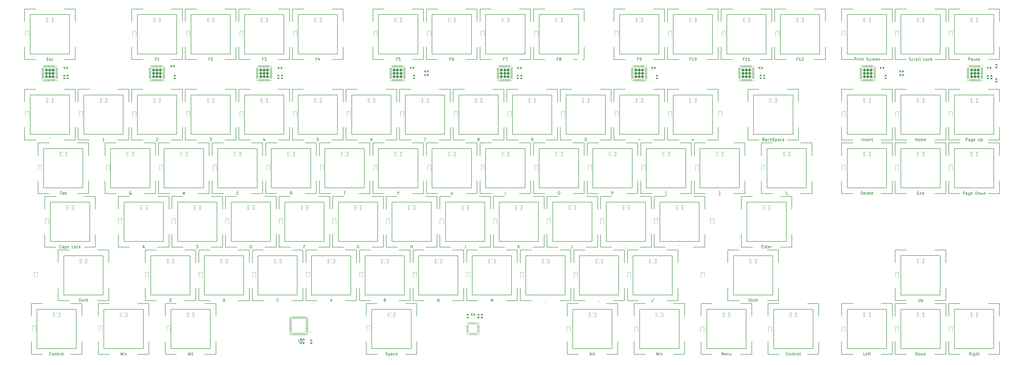
<source format=gto>
G04 #@! TF.GenerationSoftware,KiCad,Pcbnew,(6.0.5)*
G04 #@! TF.CreationDate,2022-10-12T22:06:10+02:00*
G04 #@! TF.ProjectId,vakeyboard,76616b65-7962-46f6-9172-642e6b696361,rev?*
G04 #@! TF.SameCoordinates,Original*
G04 #@! TF.FileFunction,Legend,Top*
G04 #@! TF.FilePolarity,Positive*
%FSLAX46Y46*%
G04 Gerber Fmt 4.6, Leading zero omitted, Abs format (unit mm)*
G04 Created by KiCad (PCBNEW (6.0.5)) date 2022-10-12 22:06:10*
%MOMM*%
%LPD*%
G01*
G04 APERTURE LIST*
G04 Aperture macros list*
%AMRoundRect*
0 Rectangle with rounded corners*
0 $1 Rounding radius*
0 $2 $3 $4 $5 $6 $7 $8 $9 X,Y pos of 4 corners*
0 Add a 4 corners polygon primitive as box body*
4,1,4,$2,$3,$4,$5,$6,$7,$8,$9,$2,$3,0*
0 Add four circle primitives for the rounded corners*
1,1,$1+$1,$2,$3*
1,1,$1+$1,$4,$5*
1,1,$1+$1,$6,$7*
1,1,$1+$1,$8,$9*
0 Add four rect primitives between the rounded corners*
20,1,$1+$1,$2,$3,$4,$5,0*
20,1,$1+$1,$4,$5,$6,$7,0*
20,1,$1+$1,$6,$7,$8,$9,0*
20,1,$1+$1,$8,$9,$2,$3,0*%
G04 Aperture macros list end*
%ADD10C,0.150000*%
%ADD11C,0.127000*%
%ADD12C,0.200000*%
%ADD13C,0.120000*%
%ADD14RoundRect,0.008100X0.421900X0.126900X-0.421900X0.126900X-0.421900X-0.126900X0.421900X-0.126900X0*%
%ADD15RoundRect,0.008100X-0.126900X0.421900X-0.126900X-0.421900X0.126900X-0.421900X0.126900X0.421900X0*%
%ADD16R,4.100000X4.100000*%
%ADD17RoundRect,0.135000X-0.185000X0.135000X-0.185000X-0.135000X0.185000X-0.135000X0.185000X0.135000X0*%
%ADD18C,3.000000*%
%ADD19C,4.000000*%
%ADD20R,0.700000X0.600000*%
%ADD21R,0.650000X0.600000*%
%ADD22RoundRect,0.140000X-0.170000X0.140000X-0.170000X-0.140000X0.170000X-0.140000X0.170000X0.140000X0*%
%ADD23RoundRect,0.135000X0.185000X-0.135000X0.185000X0.135000X-0.185000X0.135000X-0.185000X-0.135000X0*%
%ADD24RoundRect,0.062500X-0.350000X-0.062500X0.350000X-0.062500X0.350000X0.062500X-0.350000X0.062500X0*%
%ADD25RoundRect,0.062500X-0.062500X-0.350000X0.062500X-0.350000X0.062500X0.350000X-0.062500X0.350000X0*%
%ADD26RoundRect,0.242500X-0.242500X-0.242500X0.242500X-0.242500X0.242500X0.242500X-0.242500X0.242500X0*%
%ADD27RoundRect,0.135000X0.135000X0.185000X-0.135000X0.185000X-0.135000X-0.185000X0.135000X-0.185000X0*%
%ADD28RoundRect,0.062500X-0.375000X-0.062500X0.375000X-0.062500X0.375000X0.062500X-0.375000X0.062500X0*%
%ADD29RoundRect,0.062500X-0.062500X-0.375000X0.062500X-0.375000X0.062500X0.375000X-0.062500X0.375000X0*%
%ADD30R,2.100000X2.100000*%
%ADD31RoundRect,0.135000X-0.135000X-0.185000X0.135000X-0.185000X0.135000X0.185000X-0.135000X0.185000X0*%
%ADD32RoundRect,0.140000X0.140000X0.170000X-0.140000X0.170000X-0.140000X-0.170000X0.140000X-0.170000X0*%
%ADD33RoundRect,0.140000X-0.140000X-0.170000X0.140000X-0.170000X0.140000X0.170000X-0.140000X0.170000X0*%
%ADD34R,1.700000X1.700000*%
%ADD35O,1.700000X1.700000*%
G04 APERTURE END LIST*
D10*
X125342095Y-203732380D02*
X125342095Y-204541904D01*
X125389714Y-204637142D01*
X125437333Y-204684761D01*
X125532571Y-204732380D01*
X125723047Y-204732380D01*
X125818285Y-204684761D01*
X125865904Y-204637142D01*
X125913523Y-204541904D01*
X125913523Y-203732380D01*
X126913523Y-204732380D02*
X126342095Y-204732380D01*
X126627809Y-204732380D02*
X126627809Y-203732380D01*
X126532571Y-203875238D01*
X126437333Y-203970476D01*
X126342095Y-204018095D01*
X298416428Y-151197142D02*
X299273571Y-152482857D01*
X40474523Y-151292380D02*
X41045952Y-151292380D01*
X40760238Y-152292380D02*
X40760238Y-151292380D01*
X41807857Y-152292380D02*
X41807857Y-151768571D01*
X41760238Y-151673333D01*
X41665000Y-151625714D01*
X41474523Y-151625714D01*
X41379285Y-151673333D01*
X41807857Y-152244761D02*
X41712619Y-152292380D01*
X41474523Y-152292380D01*
X41379285Y-152244761D01*
X41331666Y-152149523D01*
X41331666Y-152054285D01*
X41379285Y-151959047D01*
X41474523Y-151911428D01*
X41712619Y-151911428D01*
X41807857Y-151863809D01*
X42284047Y-152292380D02*
X42284047Y-151292380D01*
X42284047Y-151673333D02*
X42379285Y-151625714D01*
X42569761Y-151625714D01*
X42665000Y-151673333D01*
X42712619Y-151720952D01*
X42760238Y-151816190D01*
X42760238Y-152101904D01*
X42712619Y-152197142D01*
X42665000Y-152244761D01*
X42569761Y-152292380D01*
X42379285Y-152292380D01*
X42284047Y-152244761D01*
X156302380Y-209394761D02*
X156445238Y-209442380D01*
X156683333Y-209442380D01*
X156778571Y-209394761D01*
X156826190Y-209347142D01*
X156873809Y-209251904D01*
X156873809Y-209156666D01*
X156826190Y-209061428D01*
X156778571Y-209013809D01*
X156683333Y-208966190D01*
X156492857Y-208918571D01*
X156397619Y-208870952D01*
X156350000Y-208823333D01*
X156302380Y-208728095D01*
X156302380Y-208632857D01*
X156350000Y-208537619D01*
X156397619Y-208490000D01*
X156492857Y-208442380D01*
X156730952Y-208442380D01*
X156873809Y-208490000D01*
X157302380Y-208775714D02*
X157302380Y-209775714D01*
X157302380Y-208823333D02*
X157397619Y-208775714D01*
X157588095Y-208775714D01*
X157683333Y-208823333D01*
X157730952Y-208870952D01*
X157778571Y-208966190D01*
X157778571Y-209251904D01*
X157730952Y-209347142D01*
X157683333Y-209394761D01*
X157588095Y-209442380D01*
X157397619Y-209442380D01*
X157302380Y-209394761D01*
X158635714Y-209442380D02*
X158635714Y-208918571D01*
X158588095Y-208823333D01*
X158492857Y-208775714D01*
X158302380Y-208775714D01*
X158207142Y-208823333D01*
X158635714Y-209394761D02*
X158540476Y-209442380D01*
X158302380Y-209442380D01*
X158207142Y-209394761D01*
X158159523Y-209299523D01*
X158159523Y-209204285D01*
X158207142Y-209109047D01*
X158302380Y-209061428D01*
X158540476Y-209061428D01*
X158635714Y-209013809D01*
X159540476Y-209394761D02*
X159445238Y-209442380D01*
X159254761Y-209442380D01*
X159159523Y-209394761D01*
X159111904Y-209347142D01*
X159064285Y-209251904D01*
X159064285Y-208966190D01*
X159111904Y-208870952D01*
X159159523Y-208823333D01*
X159254761Y-208775714D01*
X159445238Y-208775714D01*
X159540476Y-208823333D01*
X160350000Y-209394761D02*
X160254761Y-209442380D01*
X160064285Y-209442380D01*
X159969047Y-209394761D01*
X159921428Y-209299523D01*
X159921428Y-208918571D01*
X159969047Y-208823333D01*
X160064285Y-208775714D01*
X160254761Y-208775714D01*
X160350000Y-208823333D01*
X160397619Y-208918571D01*
X160397619Y-209013809D01*
X159921428Y-209109047D01*
X285387380Y-190344761D02*
X285530238Y-190392380D01*
X285768333Y-190392380D01*
X285863571Y-190344761D01*
X285911190Y-190297142D01*
X285958809Y-190201904D01*
X285958809Y-190106666D01*
X285911190Y-190011428D01*
X285863571Y-189963809D01*
X285768333Y-189916190D01*
X285577857Y-189868571D01*
X285482619Y-189820952D01*
X285435000Y-189773333D01*
X285387380Y-189678095D01*
X285387380Y-189582857D01*
X285435000Y-189487619D01*
X285482619Y-189440000D01*
X285577857Y-189392380D01*
X285815952Y-189392380D01*
X285958809Y-189440000D01*
X286387380Y-190392380D02*
X286387380Y-189392380D01*
X286815952Y-190392380D02*
X286815952Y-189868571D01*
X286768333Y-189773333D01*
X286673095Y-189725714D01*
X286530238Y-189725714D01*
X286435000Y-189773333D01*
X286387380Y-189820952D01*
X287292142Y-190392380D02*
X287292142Y-189725714D01*
X287292142Y-189392380D02*
X287244523Y-189440000D01*
X287292142Y-189487619D01*
X287339761Y-189440000D01*
X287292142Y-189392380D01*
X287292142Y-189487619D01*
X287625476Y-189725714D02*
X288006428Y-189725714D01*
X287768333Y-190392380D02*
X287768333Y-189535238D01*
X287815952Y-189440000D01*
X287911190Y-189392380D01*
X288006428Y-189392380D01*
X288196904Y-189725714D02*
X288577857Y-189725714D01*
X288339761Y-189392380D02*
X288339761Y-190249523D01*
X288387380Y-190344761D01*
X288482619Y-190392380D01*
X288577857Y-190392380D01*
X299315238Y-209347142D02*
X299267619Y-209394761D01*
X299124761Y-209442380D01*
X299029523Y-209442380D01*
X298886666Y-209394761D01*
X298791428Y-209299523D01*
X298743809Y-209204285D01*
X298696190Y-209013809D01*
X298696190Y-208870952D01*
X298743809Y-208680476D01*
X298791428Y-208585238D01*
X298886666Y-208490000D01*
X299029523Y-208442380D01*
X299124761Y-208442380D01*
X299267619Y-208490000D01*
X299315238Y-208537619D01*
X299886666Y-209442380D02*
X299791428Y-209394761D01*
X299743809Y-209347142D01*
X299696190Y-209251904D01*
X299696190Y-208966190D01*
X299743809Y-208870952D01*
X299791428Y-208823333D01*
X299886666Y-208775714D01*
X300029523Y-208775714D01*
X300124761Y-208823333D01*
X300172380Y-208870952D01*
X300220000Y-208966190D01*
X300220000Y-209251904D01*
X300172380Y-209347142D01*
X300124761Y-209394761D01*
X300029523Y-209442380D01*
X299886666Y-209442380D01*
X300648571Y-208775714D02*
X300648571Y-209442380D01*
X300648571Y-208870952D02*
X300696190Y-208823333D01*
X300791428Y-208775714D01*
X300934285Y-208775714D01*
X301029523Y-208823333D01*
X301077142Y-208918571D01*
X301077142Y-209442380D01*
X301410476Y-208775714D02*
X301791428Y-208775714D01*
X301553333Y-208442380D02*
X301553333Y-209299523D01*
X301600952Y-209394761D01*
X301696190Y-209442380D01*
X301791428Y-209442380D01*
X302124761Y-209442380D02*
X302124761Y-208775714D01*
X302124761Y-208966190D02*
X302172380Y-208870952D01*
X302220000Y-208823333D01*
X302315238Y-208775714D01*
X302410476Y-208775714D01*
X302886666Y-209442380D02*
X302791428Y-209394761D01*
X302743809Y-209347142D01*
X302696190Y-209251904D01*
X302696190Y-208966190D01*
X302743809Y-208870952D01*
X302791428Y-208823333D01*
X302886666Y-208775714D01*
X303029523Y-208775714D01*
X303124761Y-208823333D01*
X303172380Y-208870952D01*
X303220000Y-208966190D01*
X303220000Y-209251904D01*
X303172380Y-209347142D01*
X303124761Y-209394761D01*
X303029523Y-209442380D01*
X302886666Y-209442380D01*
X303791428Y-209442380D02*
X303696190Y-209394761D01*
X303648571Y-209299523D01*
X303648571Y-208442380D01*
X47262380Y-190344761D02*
X47405238Y-190392380D01*
X47643333Y-190392380D01*
X47738571Y-190344761D01*
X47786190Y-190297142D01*
X47833809Y-190201904D01*
X47833809Y-190106666D01*
X47786190Y-190011428D01*
X47738571Y-189963809D01*
X47643333Y-189916190D01*
X47452857Y-189868571D01*
X47357619Y-189820952D01*
X47310000Y-189773333D01*
X47262380Y-189678095D01*
X47262380Y-189582857D01*
X47310000Y-189487619D01*
X47357619Y-189440000D01*
X47452857Y-189392380D01*
X47690952Y-189392380D01*
X47833809Y-189440000D01*
X48262380Y-190392380D02*
X48262380Y-189392380D01*
X48690952Y-190392380D02*
X48690952Y-189868571D01*
X48643333Y-189773333D01*
X48548095Y-189725714D01*
X48405238Y-189725714D01*
X48310000Y-189773333D01*
X48262380Y-189820952D01*
X49167142Y-190392380D02*
X49167142Y-189725714D01*
X49167142Y-189392380D02*
X49119523Y-189440000D01*
X49167142Y-189487619D01*
X49214761Y-189440000D01*
X49167142Y-189392380D01*
X49167142Y-189487619D01*
X49500476Y-189725714D02*
X49881428Y-189725714D01*
X49643333Y-190392380D02*
X49643333Y-189535238D01*
X49690952Y-189440000D01*
X49786190Y-189392380D01*
X49881428Y-189392380D01*
X50071904Y-189725714D02*
X50452857Y-189725714D01*
X50214761Y-189392380D02*
X50214761Y-190249523D01*
X50262380Y-190344761D01*
X50357619Y-190392380D01*
X50452857Y-190392380D01*
X37385238Y-209347142D02*
X37337619Y-209394761D01*
X37194761Y-209442380D01*
X37099523Y-209442380D01*
X36956666Y-209394761D01*
X36861428Y-209299523D01*
X36813809Y-209204285D01*
X36766190Y-209013809D01*
X36766190Y-208870952D01*
X36813809Y-208680476D01*
X36861428Y-208585238D01*
X36956666Y-208490000D01*
X37099523Y-208442380D01*
X37194761Y-208442380D01*
X37337619Y-208490000D01*
X37385238Y-208537619D01*
X37956666Y-209442380D02*
X37861428Y-209394761D01*
X37813809Y-209347142D01*
X37766190Y-209251904D01*
X37766190Y-208966190D01*
X37813809Y-208870952D01*
X37861428Y-208823333D01*
X37956666Y-208775714D01*
X38099523Y-208775714D01*
X38194761Y-208823333D01*
X38242380Y-208870952D01*
X38290000Y-208966190D01*
X38290000Y-209251904D01*
X38242380Y-209347142D01*
X38194761Y-209394761D01*
X38099523Y-209442380D01*
X37956666Y-209442380D01*
X38718571Y-208775714D02*
X38718571Y-209442380D01*
X38718571Y-208870952D02*
X38766190Y-208823333D01*
X38861428Y-208775714D01*
X39004285Y-208775714D01*
X39099523Y-208823333D01*
X39147142Y-208918571D01*
X39147142Y-209442380D01*
X39480476Y-208775714D02*
X39861428Y-208775714D01*
X39623333Y-208442380D02*
X39623333Y-209299523D01*
X39670952Y-209394761D01*
X39766190Y-209442380D01*
X39861428Y-209442380D01*
X40194761Y-209442380D02*
X40194761Y-208775714D01*
X40194761Y-208966190D02*
X40242380Y-208870952D01*
X40290000Y-208823333D01*
X40385238Y-208775714D01*
X40480476Y-208775714D01*
X40956666Y-209442380D02*
X40861428Y-209394761D01*
X40813809Y-209347142D01*
X40766190Y-209251904D01*
X40766190Y-208966190D01*
X40813809Y-208870952D01*
X40861428Y-208823333D01*
X40956666Y-208775714D01*
X41099523Y-208775714D01*
X41194761Y-208823333D01*
X41242380Y-208870952D01*
X41290000Y-208966190D01*
X41290000Y-209251904D01*
X41242380Y-209347142D01*
X41194761Y-209394761D01*
X41099523Y-209442380D01*
X40956666Y-209442380D01*
X41861428Y-209442380D02*
X41766190Y-209394761D01*
X41718571Y-209299523D01*
X41718571Y-208442380D01*
X290009523Y-170818571D02*
X290342857Y-170818571D01*
X290485714Y-171342380D02*
X290009523Y-171342380D01*
X290009523Y-170342380D01*
X290485714Y-170342380D01*
X290914285Y-170675714D02*
X290914285Y-171342380D01*
X290914285Y-170770952D02*
X290961904Y-170723333D01*
X291057142Y-170675714D01*
X291200000Y-170675714D01*
X291295238Y-170723333D01*
X291342857Y-170818571D01*
X291342857Y-171342380D01*
X291676190Y-170675714D02*
X292057142Y-170675714D01*
X291819047Y-170342380D02*
X291819047Y-171199523D01*
X291866666Y-171294761D01*
X291961904Y-171342380D01*
X292057142Y-171342380D01*
X292771428Y-171294761D02*
X292676190Y-171342380D01*
X292485714Y-171342380D01*
X292390476Y-171294761D01*
X292342857Y-171199523D01*
X292342857Y-170818571D01*
X292390476Y-170723333D01*
X292485714Y-170675714D01*
X292676190Y-170675714D01*
X292771428Y-170723333D01*
X292819047Y-170818571D01*
X292819047Y-170913809D01*
X292342857Y-171009047D01*
X293247619Y-171342380D02*
X293247619Y-170675714D01*
X293247619Y-170866190D02*
X293295238Y-170770952D01*
X293342857Y-170723333D01*
X293438095Y-170675714D01*
X293533333Y-170675714D01*
X40978571Y-171247142D02*
X40930952Y-171294761D01*
X40788095Y-171342380D01*
X40692857Y-171342380D01*
X40550000Y-171294761D01*
X40454761Y-171199523D01*
X40407142Y-171104285D01*
X40359523Y-170913809D01*
X40359523Y-170770952D01*
X40407142Y-170580476D01*
X40454761Y-170485238D01*
X40550000Y-170390000D01*
X40692857Y-170342380D01*
X40788095Y-170342380D01*
X40930952Y-170390000D01*
X40978571Y-170437619D01*
X41835714Y-171342380D02*
X41835714Y-170818571D01*
X41788095Y-170723333D01*
X41692857Y-170675714D01*
X41502380Y-170675714D01*
X41407142Y-170723333D01*
X41835714Y-171294761D02*
X41740476Y-171342380D01*
X41502380Y-171342380D01*
X41407142Y-171294761D01*
X41359523Y-171199523D01*
X41359523Y-171104285D01*
X41407142Y-171009047D01*
X41502380Y-170961428D01*
X41740476Y-170961428D01*
X41835714Y-170913809D01*
X42311904Y-170675714D02*
X42311904Y-171675714D01*
X42311904Y-170723333D02*
X42407142Y-170675714D01*
X42597619Y-170675714D01*
X42692857Y-170723333D01*
X42740476Y-170770952D01*
X42788095Y-170866190D01*
X42788095Y-171151904D01*
X42740476Y-171247142D01*
X42692857Y-171294761D01*
X42597619Y-171342380D01*
X42407142Y-171342380D01*
X42311904Y-171294761D01*
X43169047Y-171294761D02*
X43264285Y-171342380D01*
X43454761Y-171342380D01*
X43550000Y-171294761D01*
X43597619Y-171199523D01*
X43597619Y-171151904D01*
X43550000Y-171056666D01*
X43454761Y-171009047D01*
X43311904Y-171009047D01*
X43216666Y-170961428D01*
X43169047Y-170866190D01*
X43169047Y-170818571D01*
X43216666Y-170723333D01*
X43311904Y-170675714D01*
X43454761Y-170675714D01*
X43550000Y-170723333D01*
X45264285Y-171342380D02*
X44788095Y-171342380D01*
X44788095Y-170342380D01*
X45740476Y-171342380D02*
X45645238Y-171294761D01*
X45597619Y-171247142D01*
X45550000Y-171151904D01*
X45550000Y-170866190D01*
X45597619Y-170770952D01*
X45645238Y-170723333D01*
X45740476Y-170675714D01*
X45883333Y-170675714D01*
X45978571Y-170723333D01*
X46026190Y-170770952D01*
X46073809Y-170866190D01*
X46073809Y-171151904D01*
X46026190Y-171247142D01*
X45978571Y-171294761D01*
X45883333Y-171342380D01*
X45740476Y-171342380D01*
X46930952Y-171294761D02*
X46835714Y-171342380D01*
X46645238Y-171342380D01*
X46550000Y-171294761D01*
X46502380Y-171247142D01*
X46454761Y-171151904D01*
X46454761Y-170866190D01*
X46502380Y-170770952D01*
X46550000Y-170723333D01*
X46645238Y-170675714D01*
X46835714Y-170675714D01*
X46930952Y-170723333D01*
X47359523Y-171342380D02*
X47359523Y-170342380D01*
X47454761Y-170961428D02*
X47740476Y-171342380D01*
X47740476Y-170675714D02*
X47359523Y-171056666D01*
X290627619Y-132718571D02*
X290770476Y-132766190D01*
X290818095Y-132813809D01*
X290865714Y-132909047D01*
X290865714Y-133051904D01*
X290818095Y-133147142D01*
X290770476Y-133194761D01*
X290675238Y-133242380D01*
X290294285Y-133242380D01*
X290294285Y-132242380D01*
X290627619Y-132242380D01*
X290722857Y-132290000D01*
X290770476Y-132337619D01*
X290818095Y-132432857D01*
X290818095Y-132528095D01*
X290770476Y-132623333D01*
X290722857Y-132670952D01*
X290627619Y-132718571D01*
X290294285Y-132718571D01*
X291722857Y-133242380D02*
X291722857Y-132718571D01*
X291675238Y-132623333D01*
X291580000Y-132575714D01*
X291389523Y-132575714D01*
X291294285Y-132623333D01*
X291722857Y-133194761D02*
X291627619Y-133242380D01*
X291389523Y-133242380D01*
X291294285Y-133194761D01*
X291246666Y-133099523D01*
X291246666Y-133004285D01*
X291294285Y-132909047D01*
X291389523Y-132861428D01*
X291627619Y-132861428D01*
X291722857Y-132813809D01*
X292627619Y-133194761D02*
X292532380Y-133242380D01*
X292341904Y-133242380D01*
X292246666Y-133194761D01*
X292199047Y-133147142D01*
X292151428Y-133051904D01*
X292151428Y-132766190D01*
X292199047Y-132670952D01*
X292246666Y-132623333D01*
X292341904Y-132575714D01*
X292532380Y-132575714D01*
X292627619Y-132623333D01*
X293056190Y-133242380D02*
X293056190Y-132242380D01*
X293151428Y-132861428D02*
X293437142Y-133242380D01*
X293437142Y-132575714D02*
X293056190Y-132956666D01*
X293818095Y-133194761D02*
X293960952Y-133242380D01*
X294199047Y-133242380D01*
X294294285Y-133194761D01*
X294341904Y-133147142D01*
X294389523Y-133051904D01*
X294389523Y-132956666D01*
X294341904Y-132861428D01*
X294294285Y-132813809D01*
X294199047Y-132766190D01*
X294008571Y-132718571D01*
X293913333Y-132670952D01*
X293865714Y-132623333D01*
X293818095Y-132528095D01*
X293818095Y-132432857D01*
X293865714Y-132337619D01*
X293913333Y-132290000D01*
X294008571Y-132242380D01*
X294246666Y-132242380D01*
X294389523Y-132290000D01*
X294818095Y-132575714D02*
X294818095Y-133575714D01*
X294818095Y-132623333D02*
X294913333Y-132575714D01*
X295103809Y-132575714D01*
X295199047Y-132623333D01*
X295246666Y-132670952D01*
X295294285Y-132766190D01*
X295294285Y-133051904D01*
X295246666Y-133147142D01*
X295199047Y-133194761D01*
X295103809Y-133242380D01*
X294913333Y-133242380D01*
X294818095Y-133194761D01*
X296151428Y-133242380D02*
X296151428Y-132718571D01*
X296103809Y-132623333D01*
X296008571Y-132575714D01*
X295818095Y-132575714D01*
X295722857Y-132623333D01*
X296151428Y-133194761D02*
X296056190Y-133242380D01*
X295818095Y-133242380D01*
X295722857Y-133194761D01*
X295675238Y-133099523D01*
X295675238Y-133004285D01*
X295722857Y-132909047D01*
X295818095Y-132861428D01*
X296056190Y-132861428D01*
X296151428Y-132813809D01*
X297056190Y-133194761D02*
X296960952Y-133242380D01*
X296770476Y-133242380D01*
X296675238Y-133194761D01*
X296627619Y-133147142D01*
X296580000Y-133051904D01*
X296580000Y-132766190D01*
X296627619Y-132670952D01*
X296675238Y-132623333D01*
X296770476Y-132575714D01*
X296960952Y-132575714D01*
X297056190Y-132623333D01*
X297865714Y-133194761D02*
X297770476Y-133242380D01*
X297580000Y-133242380D01*
X297484761Y-133194761D01*
X297437142Y-133099523D01*
X297437142Y-132718571D01*
X297484761Y-132623333D01*
X297580000Y-132575714D01*
X297770476Y-132575714D01*
X297865714Y-132623333D01*
X297913333Y-132718571D01*
X297913333Y-132813809D01*
X297437142Y-132909047D01*
X232165000Y-190297142D02*
X232212619Y-190344761D01*
X232165000Y-190392380D01*
X232117380Y-190344761D01*
X232165000Y-190297142D01*
X232165000Y-190392380D01*
X227352380Y-132242380D02*
X227447619Y-132242380D01*
X227542857Y-132290000D01*
X227590476Y-132337619D01*
X227638095Y-132432857D01*
X227685714Y-132623333D01*
X227685714Y-132861428D01*
X227638095Y-133051904D01*
X227590476Y-133147142D01*
X227542857Y-133194761D01*
X227447619Y-133242380D01*
X227352380Y-133242380D01*
X227257142Y-133194761D01*
X227209523Y-133147142D01*
X227161904Y-133051904D01*
X227114285Y-132861428D01*
X227114285Y-132623333D01*
X227161904Y-132432857D01*
X227209523Y-132337619D01*
X227257142Y-132290000D01*
X227352380Y-132242380D01*
X213162619Y-190344761D02*
X213162619Y-190392380D01*
X213115000Y-190487619D01*
X213067380Y-190535238D01*
X56235714Y-133242380D02*
X55664285Y-133242380D01*
X55950000Y-133242380D02*
X55950000Y-132242380D01*
X55854761Y-132385238D01*
X55759523Y-132480476D01*
X55664285Y-132528095D01*
X74714285Y-132337619D02*
X74761904Y-132290000D01*
X74857142Y-132242380D01*
X75095238Y-132242380D01*
X75190476Y-132290000D01*
X75238095Y-132337619D01*
X75285714Y-132432857D01*
X75285714Y-132528095D01*
X75238095Y-132670952D01*
X74666666Y-133242380D01*
X75285714Y-133242380D01*
X93716666Y-132242380D02*
X94335714Y-132242380D01*
X94002380Y-132623333D01*
X94145238Y-132623333D01*
X94240476Y-132670952D01*
X94288095Y-132718571D01*
X94335714Y-132813809D01*
X94335714Y-133051904D01*
X94288095Y-133147142D01*
X94240476Y-133194761D01*
X94145238Y-133242380D01*
X93859523Y-133242380D01*
X93764285Y-133194761D01*
X93716666Y-133147142D01*
X113290476Y-132575714D02*
X113290476Y-133242380D01*
X113052380Y-132194761D02*
X112814285Y-132909047D01*
X113433333Y-132909047D01*
X132388095Y-132242380D02*
X131911904Y-132242380D01*
X131864285Y-132718571D01*
X131911904Y-132670952D01*
X132007142Y-132623333D01*
X132245238Y-132623333D01*
X132340476Y-132670952D01*
X132388095Y-132718571D01*
X132435714Y-132813809D01*
X132435714Y-133051904D01*
X132388095Y-133147142D01*
X132340476Y-133194761D01*
X132245238Y-133242380D01*
X132007142Y-133242380D01*
X131911904Y-133194761D01*
X131864285Y-133147142D01*
X151390476Y-132242380D02*
X151200000Y-132242380D01*
X151104761Y-132290000D01*
X151057142Y-132337619D01*
X150961904Y-132480476D01*
X150914285Y-132670952D01*
X150914285Y-133051904D01*
X150961904Y-133147142D01*
X151009523Y-133194761D01*
X151104761Y-133242380D01*
X151295238Y-133242380D01*
X151390476Y-133194761D01*
X151438095Y-133147142D01*
X151485714Y-133051904D01*
X151485714Y-132813809D01*
X151438095Y-132718571D01*
X151390476Y-132670952D01*
X151295238Y-132623333D01*
X151104761Y-132623333D01*
X151009523Y-132670952D01*
X150961904Y-132718571D01*
X150914285Y-132813809D01*
X169916666Y-132242380D02*
X170583333Y-132242380D01*
X170154761Y-133242380D01*
X189204761Y-132670952D02*
X189109523Y-132623333D01*
X189061904Y-132575714D01*
X189014285Y-132480476D01*
X189014285Y-132432857D01*
X189061904Y-132337619D01*
X189109523Y-132290000D01*
X189204761Y-132242380D01*
X189395238Y-132242380D01*
X189490476Y-132290000D01*
X189538095Y-132337619D01*
X189585714Y-132432857D01*
X189585714Y-132480476D01*
X189538095Y-132575714D01*
X189490476Y-132623333D01*
X189395238Y-132670952D01*
X189204761Y-132670952D01*
X189109523Y-132718571D01*
X189061904Y-132766190D01*
X189014285Y-132861428D01*
X189014285Y-133051904D01*
X189061904Y-133147142D01*
X189109523Y-133194761D01*
X189204761Y-133242380D01*
X189395238Y-133242380D01*
X189490476Y-133194761D01*
X189538095Y-133147142D01*
X189585714Y-133051904D01*
X189585714Y-132861428D01*
X189538095Y-132766190D01*
X189490476Y-132718571D01*
X189395238Y-132670952D01*
X208159523Y-133242380D02*
X208350000Y-133242380D01*
X208445238Y-133194761D01*
X208492857Y-133147142D01*
X208588095Y-133004285D01*
X208635714Y-132813809D01*
X208635714Y-132432857D01*
X208588095Y-132337619D01*
X208540476Y-132290000D01*
X208445238Y-132242380D01*
X208254761Y-132242380D01*
X208159523Y-132290000D01*
X208111904Y-132337619D01*
X208064285Y-132432857D01*
X208064285Y-132670952D01*
X208111904Y-132766190D01*
X208159523Y-132813809D01*
X208254761Y-132861428D01*
X208445238Y-132861428D01*
X208540476Y-132813809D01*
X208588095Y-132766190D01*
X208635714Y-132670952D01*
X260792619Y-170342380D02*
X260697380Y-170532857D01*
X251643571Y-189344761D02*
X250786428Y-190630476D01*
X241742619Y-171294761D02*
X241742619Y-171342380D01*
X241695000Y-171437619D01*
X241647380Y-171485238D01*
X241695000Y-170723333D02*
X241742619Y-170770952D01*
X241695000Y-170818571D01*
X241647380Y-170770952D01*
X241695000Y-170723333D01*
X241695000Y-170818571D01*
X256170476Y-152625714D02*
X255932380Y-152625714D01*
X255932380Y-151197142D01*
X256170476Y-151197142D01*
X274839523Y-152625714D02*
X275077619Y-152625714D01*
X275077619Y-151197142D01*
X274839523Y-151197142D01*
X70006904Y-171056666D02*
X70483095Y-171056666D01*
X69911666Y-171342380D02*
X70245000Y-170342380D01*
X70578333Y-171342380D01*
X156036428Y-189868571D02*
X156179285Y-189916190D01*
X156226904Y-189963809D01*
X156274523Y-190059047D01*
X156274523Y-190201904D01*
X156226904Y-190297142D01*
X156179285Y-190344761D01*
X156084047Y-190392380D01*
X155703095Y-190392380D01*
X155703095Y-189392380D01*
X156036428Y-189392380D01*
X156131666Y-189440000D01*
X156179285Y-189487619D01*
X156226904Y-189582857D01*
X156226904Y-189678095D01*
X156179285Y-189773333D01*
X156131666Y-189820952D01*
X156036428Y-189868571D01*
X155703095Y-189868571D01*
X118174523Y-190297142D02*
X118126904Y-190344761D01*
X117984047Y-190392380D01*
X117888809Y-190392380D01*
X117745952Y-190344761D01*
X117650714Y-190249523D01*
X117603095Y-190154285D01*
X117555476Y-189963809D01*
X117555476Y-189820952D01*
X117603095Y-189630476D01*
X117650714Y-189535238D01*
X117745952Y-189440000D01*
X117888809Y-189392380D01*
X117984047Y-189392380D01*
X118126904Y-189440000D01*
X118174523Y-189487619D01*
X108083095Y-171342380D02*
X108083095Y-170342380D01*
X108321190Y-170342380D01*
X108464047Y-170390000D01*
X108559285Y-170485238D01*
X108606904Y-170580476D01*
X108654523Y-170770952D01*
X108654523Y-170913809D01*
X108606904Y-171104285D01*
X108559285Y-171199523D01*
X108464047Y-171294761D01*
X108321190Y-171342380D01*
X108083095Y-171342380D01*
X325304761Y-152292380D02*
X325304761Y-151292380D01*
X325542857Y-151292380D01*
X325685714Y-151340000D01*
X325780952Y-151435238D01*
X325828571Y-151530476D01*
X325876190Y-151720952D01*
X325876190Y-151863809D01*
X325828571Y-152054285D01*
X325780952Y-152149523D01*
X325685714Y-152244761D01*
X325542857Y-152292380D01*
X325304761Y-152292380D01*
X326685714Y-152244761D02*
X326590476Y-152292380D01*
X326400000Y-152292380D01*
X326304761Y-152244761D01*
X326257142Y-152149523D01*
X326257142Y-151768571D01*
X326304761Y-151673333D01*
X326400000Y-151625714D01*
X326590476Y-151625714D01*
X326685714Y-151673333D01*
X326733333Y-151768571D01*
X326733333Y-151863809D01*
X326257142Y-151959047D01*
X327304761Y-152292380D02*
X327209523Y-152244761D01*
X327161904Y-152149523D01*
X327161904Y-151292380D01*
X328066666Y-152244761D02*
X327971428Y-152292380D01*
X327780952Y-152292380D01*
X327685714Y-152244761D01*
X327638095Y-152149523D01*
X327638095Y-151768571D01*
X327685714Y-151673333D01*
X327780952Y-151625714D01*
X327971428Y-151625714D01*
X328066666Y-151673333D01*
X328114285Y-151768571D01*
X328114285Y-151863809D01*
X327638095Y-151959047D01*
X328400000Y-151625714D02*
X328780952Y-151625714D01*
X328542857Y-151292380D02*
X328542857Y-152149523D01*
X328590476Y-152244761D01*
X328685714Y-152292380D01*
X328780952Y-152292380D01*
X329495238Y-152244761D02*
X329400000Y-152292380D01*
X329209523Y-152292380D01*
X329114285Y-152244761D01*
X329066666Y-152149523D01*
X329066666Y-151768571D01*
X329114285Y-151673333D01*
X329209523Y-151625714D01*
X329400000Y-151625714D01*
X329495238Y-151673333D01*
X329542857Y-151768571D01*
X329542857Y-151863809D01*
X329066666Y-151959047D01*
X344759523Y-209442380D02*
X344759523Y-208442380D01*
X344997619Y-208442380D01*
X345140476Y-208490000D01*
X345235714Y-208585238D01*
X345283333Y-208680476D01*
X345330952Y-208870952D01*
X345330952Y-209013809D01*
X345283333Y-209204285D01*
X345235714Y-209299523D01*
X345140476Y-209394761D01*
X344997619Y-209442380D01*
X344759523Y-209442380D01*
X345902380Y-209442380D02*
X345807142Y-209394761D01*
X345759523Y-209347142D01*
X345711904Y-209251904D01*
X345711904Y-208966190D01*
X345759523Y-208870952D01*
X345807142Y-208823333D01*
X345902380Y-208775714D01*
X346045238Y-208775714D01*
X346140476Y-208823333D01*
X346188095Y-208870952D01*
X346235714Y-208966190D01*
X346235714Y-209251904D01*
X346188095Y-209347142D01*
X346140476Y-209394761D01*
X346045238Y-209442380D01*
X345902380Y-209442380D01*
X346569047Y-208775714D02*
X346759523Y-209442380D01*
X346950000Y-208966190D01*
X347140476Y-209442380D01*
X347330952Y-208775714D01*
X347711904Y-208775714D02*
X347711904Y-209442380D01*
X347711904Y-208870952D02*
X347759523Y-208823333D01*
X347854761Y-208775714D01*
X347997619Y-208775714D01*
X348092857Y-208823333D01*
X348140476Y-208918571D01*
X348140476Y-209442380D01*
X103365714Y-151768571D02*
X103699047Y-151768571D01*
X103841904Y-152292380D02*
X103365714Y-152292380D01*
X103365714Y-151292380D01*
X103841904Y-151292380D01*
X345330952Y-151768571D02*
X345664285Y-151768571D01*
X345807142Y-152292380D02*
X345330952Y-152292380D01*
X345330952Y-151292380D01*
X345807142Y-151292380D01*
X346235714Y-151625714D02*
X346235714Y-152292380D01*
X346235714Y-151720952D02*
X346283333Y-151673333D01*
X346378571Y-151625714D01*
X346521428Y-151625714D01*
X346616666Y-151673333D01*
X346664285Y-151768571D01*
X346664285Y-152292380D01*
X347569047Y-152292380D02*
X347569047Y-151292380D01*
X347569047Y-152244761D02*
X347473809Y-152292380D01*
X347283333Y-152292380D01*
X347188095Y-152244761D01*
X347140476Y-152197142D01*
X347092857Y-152101904D01*
X347092857Y-151816190D01*
X347140476Y-151720952D01*
X347188095Y-151673333D01*
X347283333Y-151625714D01*
X347473809Y-151625714D01*
X347569047Y-151673333D01*
X265119047Y-132718571D02*
X265880952Y-132718571D01*
X265880952Y-133004285D02*
X265119047Y-133004285D01*
X35852380Y-104148571D02*
X36185714Y-104148571D01*
X36328571Y-104672380D02*
X35852380Y-104672380D01*
X35852380Y-103672380D01*
X36328571Y-103672380D01*
X36709523Y-104624761D02*
X36804761Y-104672380D01*
X36995238Y-104672380D01*
X37090476Y-104624761D01*
X37138095Y-104529523D01*
X37138095Y-104481904D01*
X37090476Y-104386666D01*
X36995238Y-104339047D01*
X36852380Y-104339047D01*
X36757142Y-104291428D01*
X36709523Y-104196190D01*
X36709523Y-104148571D01*
X36757142Y-104053333D01*
X36852380Y-104005714D01*
X36995238Y-104005714D01*
X37090476Y-104053333D01*
X37995238Y-104624761D02*
X37900000Y-104672380D01*
X37709523Y-104672380D01*
X37614285Y-104624761D01*
X37566666Y-104577142D01*
X37519047Y-104481904D01*
X37519047Y-104196190D01*
X37566666Y-104100952D01*
X37614285Y-104053333D01*
X37709523Y-104005714D01*
X37900000Y-104005714D01*
X37995238Y-104053333D01*
X74666666Y-104148571D02*
X74333333Y-104148571D01*
X74333333Y-104672380D02*
X74333333Y-103672380D01*
X74809523Y-103672380D01*
X75714285Y-104672380D02*
X75142857Y-104672380D01*
X75428571Y-104672380D02*
X75428571Y-103672380D01*
X75333333Y-103815238D01*
X75238095Y-103910476D01*
X75142857Y-103958095D01*
X93716666Y-104148571D02*
X93383333Y-104148571D01*
X93383333Y-104672380D02*
X93383333Y-103672380D01*
X93859523Y-103672380D01*
X94192857Y-103767619D02*
X94240476Y-103720000D01*
X94335714Y-103672380D01*
X94573809Y-103672380D01*
X94669047Y-103720000D01*
X94716666Y-103767619D01*
X94764285Y-103862857D01*
X94764285Y-103958095D01*
X94716666Y-104100952D01*
X94145238Y-104672380D01*
X94764285Y-104672380D01*
X112766666Y-104148571D02*
X112433333Y-104148571D01*
X112433333Y-104672380D02*
X112433333Y-103672380D01*
X112909523Y-103672380D01*
X113195238Y-103672380D02*
X113814285Y-103672380D01*
X113480952Y-104053333D01*
X113623809Y-104053333D01*
X113719047Y-104100952D01*
X113766666Y-104148571D01*
X113814285Y-104243809D01*
X113814285Y-104481904D01*
X113766666Y-104577142D01*
X113719047Y-104624761D01*
X113623809Y-104672380D01*
X113338095Y-104672380D01*
X113242857Y-104624761D01*
X113195238Y-104577142D01*
X131816666Y-104148571D02*
X131483333Y-104148571D01*
X131483333Y-104672380D02*
X131483333Y-103672380D01*
X131959523Y-103672380D01*
X132769047Y-104005714D02*
X132769047Y-104672380D01*
X132530952Y-103624761D02*
X132292857Y-104339047D01*
X132911904Y-104339047D01*
X160394166Y-104148571D02*
X160060833Y-104148571D01*
X160060833Y-104672380D02*
X160060833Y-103672380D01*
X160537023Y-103672380D01*
X161394166Y-103672380D02*
X160917976Y-103672380D01*
X160870357Y-104148571D01*
X160917976Y-104100952D01*
X161013214Y-104053333D01*
X161251309Y-104053333D01*
X161346547Y-104100952D01*
X161394166Y-104148571D01*
X161441785Y-104243809D01*
X161441785Y-104481904D01*
X161394166Y-104577142D01*
X161346547Y-104624761D01*
X161251309Y-104672380D01*
X161013214Y-104672380D01*
X160917976Y-104624761D01*
X160870357Y-104577142D01*
X179444166Y-104148571D02*
X179110833Y-104148571D01*
X179110833Y-104672380D02*
X179110833Y-103672380D01*
X179587023Y-103672380D01*
X180396547Y-103672380D02*
X180206071Y-103672380D01*
X180110833Y-103720000D01*
X180063214Y-103767619D01*
X179967976Y-103910476D01*
X179920357Y-104100952D01*
X179920357Y-104481904D01*
X179967976Y-104577142D01*
X180015595Y-104624761D01*
X180110833Y-104672380D01*
X180301309Y-104672380D01*
X180396547Y-104624761D01*
X180444166Y-104577142D01*
X180491785Y-104481904D01*
X180491785Y-104243809D01*
X180444166Y-104148571D01*
X180396547Y-104100952D01*
X180301309Y-104053333D01*
X180110833Y-104053333D01*
X180015595Y-104100952D01*
X179967976Y-104148571D01*
X179920357Y-104243809D01*
X198494166Y-104148571D02*
X198160833Y-104148571D01*
X198160833Y-104672380D02*
X198160833Y-103672380D01*
X198637023Y-103672380D01*
X198922738Y-103672380D02*
X199589404Y-103672380D01*
X199160833Y-104672380D01*
X217544166Y-104148571D02*
X217210833Y-104148571D01*
X217210833Y-104672380D02*
X217210833Y-103672380D01*
X217687023Y-103672380D01*
X218210833Y-104100952D02*
X218115595Y-104053333D01*
X218067976Y-104005714D01*
X218020357Y-103910476D01*
X218020357Y-103862857D01*
X218067976Y-103767619D01*
X218115595Y-103720000D01*
X218210833Y-103672380D01*
X218401309Y-103672380D01*
X218496547Y-103720000D01*
X218544166Y-103767619D01*
X218591785Y-103862857D01*
X218591785Y-103910476D01*
X218544166Y-104005714D01*
X218496547Y-104053333D01*
X218401309Y-104100952D01*
X218210833Y-104100952D01*
X218115595Y-104148571D01*
X218067976Y-104196190D01*
X218020357Y-104291428D01*
X218020357Y-104481904D01*
X218067976Y-104577142D01*
X218115595Y-104624761D01*
X218210833Y-104672380D01*
X218401309Y-104672380D01*
X218496547Y-104624761D01*
X218544166Y-104577142D01*
X218591785Y-104481904D01*
X218591785Y-104291428D01*
X218544166Y-104196190D01*
X218496547Y-104148571D01*
X218401309Y-104100952D01*
X246121666Y-104148571D02*
X245788333Y-104148571D01*
X245788333Y-104672380D02*
X245788333Y-103672380D01*
X246264523Y-103672380D01*
X246693095Y-104672380D02*
X246883571Y-104672380D01*
X246978809Y-104624761D01*
X247026428Y-104577142D01*
X247121666Y-104434285D01*
X247169285Y-104243809D01*
X247169285Y-103862857D01*
X247121666Y-103767619D01*
X247074047Y-103720000D01*
X246978809Y-103672380D01*
X246788333Y-103672380D01*
X246693095Y-103720000D01*
X246645476Y-103767619D01*
X246597857Y-103862857D01*
X246597857Y-104100952D01*
X246645476Y-104196190D01*
X246693095Y-104243809D01*
X246788333Y-104291428D01*
X246978809Y-104291428D01*
X247074047Y-104243809D01*
X247121666Y-104196190D01*
X247169285Y-104100952D01*
X264695476Y-104148571D02*
X264362142Y-104148571D01*
X264362142Y-104672380D02*
X264362142Y-103672380D01*
X264838333Y-103672380D01*
X265743095Y-104672380D02*
X265171666Y-104672380D01*
X265457380Y-104672380D02*
X265457380Y-103672380D01*
X265362142Y-103815238D01*
X265266904Y-103910476D01*
X265171666Y-103958095D01*
X266362142Y-103672380D02*
X266457380Y-103672380D01*
X266552619Y-103720000D01*
X266600238Y-103767619D01*
X266647857Y-103862857D01*
X266695476Y-104053333D01*
X266695476Y-104291428D01*
X266647857Y-104481904D01*
X266600238Y-104577142D01*
X266552619Y-104624761D01*
X266457380Y-104672380D01*
X266362142Y-104672380D01*
X266266904Y-104624761D01*
X266219285Y-104577142D01*
X266171666Y-104481904D01*
X266124047Y-104291428D01*
X266124047Y-104053333D01*
X266171666Y-103862857D01*
X266219285Y-103767619D01*
X266266904Y-103720000D01*
X266362142Y-103672380D01*
X283745476Y-104148571D02*
X283412142Y-104148571D01*
X283412142Y-104672380D02*
X283412142Y-103672380D01*
X283888333Y-103672380D01*
X284793095Y-104672380D02*
X284221666Y-104672380D01*
X284507380Y-104672380D02*
X284507380Y-103672380D01*
X284412142Y-103815238D01*
X284316904Y-103910476D01*
X284221666Y-103958095D01*
X285745476Y-104672380D02*
X285174047Y-104672380D01*
X285459761Y-104672380D02*
X285459761Y-103672380D01*
X285364523Y-103815238D01*
X285269285Y-103910476D01*
X285174047Y-103958095D01*
X302795476Y-104148571D02*
X302462142Y-104148571D01*
X302462142Y-104672380D02*
X302462142Y-103672380D01*
X302938333Y-103672380D01*
X303843095Y-104672380D02*
X303271666Y-104672380D01*
X303557380Y-104672380D02*
X303557380Y-103672380D01*
X303462142Y-103815238D01*
X303366904Y-103910476D01*
X303271666Y-103958095D01*
X304224047Y-103767619D02*
X304271666Y-103720000D01*
X304366904Y-103672380D01*
X304605000Y-103672380D01*
X304700238Y-103720000D01*
X304747857Y-103767619D01*
X304795476Y-103862857D01*
X304795476Y-103958095D01*
X304747857Y-104100952D01*
X304176428Y-104672380D01*
X304795476Y-104672380D01*
X127537857Y-170818571D02*
X127204523Y-170818571D01*
X127204523Y-171342380D02*
X127204523Y-170342380D01*
X127680714Y-170342380D01*
X146706904Y-170390000D02*
X146611666Y-170342380D01*
X146468809Y-170342380D01*
X146325952Y-170390000D01*
X146230714Y-170485238D01*
X146183095Y-170580476D01*
X146135476Y-170770952D01*
X146135476Y-170913809D01*
X146183095Y-171104285D01*
X146230714Y-171199523D01*
X146325952Y-171294761D01*
X146468809Y-171342380D01*
X146564047Y-171342380D01*
X146706904Y-171294761D01*
X146754523Y-171247142D01*
X146754523Y-170913809D01*
X146564047Y-170913809D01*
X165209285Y-171342380D02*
X165209285Y-170342380D01*
X165209285Y-170818571D02*
X165780714Y-170818571D01*
X165780714Y-171342380D02*
X165780714Y-170342380D01*
X344616666Y-133242380D02*
X344616666Y-132242380D01*
X344616666Y-132718571D02*
X345188095Y-132718571D01*
X345188095Y-133242380D02*
X345188095Y-132242380D01*
X345807142Y-133242380D02*
X345711904Y-133194761D01*
X345664285Y-133147142D01*
X345616666Y-133051904D01*
X345616666Y-132766190D01*
X345664285Y-132670952D01*
X345711904Y-132623333D01*
X345807142Y-132575714D01*
X345950000Y-132575714D01*
X346045238Y-132623333D01*
X346092857Y-132670952D01*
X346140476Y-132766190D01*
X346140476Y-133051904D01*
X346092857Y-133147142D01*
X346045238Y-133194761D01*
X345950000Y-133242380D01*
X345807142Y-133242380D01*
X346569047Y-133242380D02*
X346569047Y-132575714D01*
X346569047Y-132670952D02*
X346616666Y-132623333D01*
X346711904Y-132575714D01*
X346854761Y-132575714D01*
X346950000Y-132623333D01*
X346997619Y-132718571D01*
X346997619Y-133242380D01*
X346997619Y-132718571D02*
X347045238Y-132623333D01*
X347140476Y-132575714D01*
X347283333Y-132575714D01*
X347378571Y-132623333D01*
X347426190Y-132718571D01*
X347426190Y-133242380D01*
X348283333Y-133194761D02*
X348188095Y-133242380D01*
X347997619Y-133242380D01*
X347902380Y-133194761D01*
X347854761Y-133099523D01*
X347854761Y-132718571D01*
X347902380Y-132623333D01*
X347997619Y-132575714D01*
X348188095Y-132575714D01*
X348283333Y-132623333D01*
X348330952Y-132718571D01*
X348330952Y-132813809D01*
X347854761Y-132909047D01*
X198830000Y-152292380D02*
X198830000Y-151292380D01*
X325519047Y-133242380D02*
X325519047Y-132242380D01*
X325995238Y-132575714D02*
X325995238Y-133242380D01*
X325995238Y-132670952D02*
X326042857Y-132623333D01*
X326138095Y-132575714D01*
X326280952Y-132575714D01*
X326376190Y-132623333D01*
X326423809Y-132718571D01*
X326423809Y-133242380D01*
X326852380Y-133194761D02*
X326947619Y-133242380D01*
X327138095Y-133242380D01*
X327233333Y-133194761D01*
X327280952Y-133099523D01*
X327280952Y-133051904D01*
X327233333Y-132956666D01*
X327138095Y-132909047D01*
X326995238Y-132909047D01*
X326900000Y-132861428D01*
X326852380Y-132766190D01*
X326852380Y-132718571D01*
X326900000Y-132623333D01*
X326995238Y-132575714D01*
X327138095Y-132575714D01*
X327233333Y-132623333D01*
X328090476Y-133194761D02*
X327995238Y-133242380D01*
X327804761Y-133242380D01*
X327709523Y-133194761D01*
X327661904Y-133099523D01*
X327661904Y-132718571D01*
X327709523Y-132623333D01*
X327804761Y-132575714D01*
X327995238Y-132575714D01*
X328090476Y-132623333D01*
X328138095Y-132718571D01*
X328138095Y-132813809D01*
X327661904Y-132909047D01*
X328566666Y-133242380D02*
X328566666Y-132575714D01*
X328566666Y-132766190D02*
X328614285Y-132670952D01*
X328661904Y-132623333D01*
X328757142Y-132575714D01*
X328852380Y-132575714D01*
X329042857Y-132575714D02*
X329423809Y-132575714D01*
X329185714Y-132242380D02*
X329185714Y-133099523D01*
X329233333Y-133194761D01*
X329328571Y-133242380D01*
X329423809Y-133242380D01*
X184687857Y-170342380D02*
X184687857Y-171056666D01*
X184640238Y-171199523D01*
X184545000Y-171294761D01*
X184402142Y-171342380D01*
X184306904Y-171342380D01*
X203333095Y-171342380D02*
X203333095Y-170342380D01*
X203904523Y-171342380D02*
X203475952Y-170770952D01*
X203904523Y-170342380D02*
X203333095Y-170913809D01*
X222954523Y-171342380D02*
X222478333Y-171342380D01*
X222478333Y-170342380D01*
X326709523Y-209442380D02*
X326233333Y-209442380D01*
X326233333Y-208442380D01*
X327423809Y-209394761D02*
X327328571Y-209442380D01*
X327138095Y-209442380D01*
X327042857Y-209394761D01*
X326995238Y-209299523D01*
X326995238Y-208918571D01*
X327042857Y-208823333D01*
X327138095Y-208775714D01*
X327328571Y-208775714D01*
X327423809Y-208823333D01*
X327471428Y-208918571D01*
X327471428Y-209013809D01*
X326995238Y-209109047D01*
X327757142Y-208775714D02*
X328138095Y-208775714D01*
X327900000Y-209442380D02*
X327900000Y-208585238D01*
X327947619Y-208490000D01*
X328042857Y-208442380D01*
X328138095Y-208442380D01*
X328328571Y-208775714D02*
X328709523Y-208775714D01*
X328471428Y-208442380D02*
X328471428Y-209299523D01*
X328519047Y-209394761D01*
X328614285Y-209442380D01*
X328709523Y-209442380D01*
X193731666Y-190392380D02*
X193731666Y-189392380D01*
X194065000Y-190106666D01*
X194398333Y-189392380D01*
X194398333Y-190392380D01*
X246069047Y-132861428D02*
X246830952Y-132861428D01*
X174729285Y-190392380D02*
X174729285Y-189392380D01*
X175300714Y-190392380D01*
X175300714Y-189392380D01*
X217784761Y-151292380D02*
X217975238Y-151292380D01*
X218070476Y-151340000D01*
X218165714Y-151435238D01*
X218213333Y-151625714D01*
X218213333Y-151959047D01*
X218165714Y-152149523D01*
X218070476Y-152244761D01*
X217975238Y-152292380D01*
X217784761Y-152292380D01*
X217689523Y-152244761D01*
X217594285Y-152149523D01*
X217546666Y-151959047D01*
X217546666Y-151625714D01*
X217594285Y-151435238D01*
X217689523Y-151340000D01*
X217784761Y-151292380D01*
X236668095Y-152292380D02*
X236668095Y-151292380D01*
X237049047Y-151292380D01*
X237144285Y-151340000D01*
X237191904Y-151387619D01*
X237239523Y-151482857D01*
X237239523Y-151625714D01*
X237191904Y-151720952D01*
X237144285Y-151768571D01*
X237049047Y-151816190D01*
X236668095Y-151816190D01*
X363500000Y-104672380D02*
X363500000Y-103672380D01*
X363880952Y-103672380D01*
X363976190Y-103720000D01*
X364023809Y-103767619D01*
X364071428Y-103862857D01*
X364071428Y-104005714D01*
X364023809Y-104100952D01*
X363976190Y-104148571D01*
X363880952Y-104196190D01*
X363500000Y-104196190D01*
X364928571Y-104672380D02*
X364928571Y-104148571D01*
X364880952Y-104053333D01*
X364785714Y-104005714D01*
X364595238Y-104005714D01*
X364500000Y-104053333D01*
X364928571Y-104624761D02*
X364833333Y-104672380D01*
X364595238Y-104672380D01*
X364500000Y-104624761D01*
X364452380Y-104529523D01*
X364452380Y-104434285D01*
X364500000Y-104339047D01*
X364595238Y-104291428D01*
X364833333Y-104291428D01*
X364928571Y-104243809D01*
X365833333Y-104005714D02*
X365833333Y-104672380D01*
X365404761Y-104005714D02*
X365404761Y-104529523D01*
X365452380Y-104624761D01*
X365547619Y-104672380D01*
X365690476Y-104672380D01*
X365785714Y-104624761D01*
X365833333Y-104577142D01*
X366261904Y-104624761D02*
X366357142Y-104672380D01*
X366547619Y-104672380D01*
X366642857Y-104624761D01*
X366690476Y-104529523D01*
X366690476Y-104481904D01*
X366642857Y-104386666D01*
X366547619Y-104339047D01*
X366404761Y-104339047D01*
X366309523Y-104291428D01*
X366261904Y-104196190D01*
X366261904Y-104148571D01*
X366309523Y-104053333D01*
X366404761Y-104005714D01*
X366547619Y-104005714D01*
X366642857Y-104053333D01*
X367500000Y-104624761D02*
X367404761Y-104672380D01*
X367214285Y-104672380D01*
X367119047Y-104624761D01*
X367071428Y-104529523D01*
X367071428Y-104148571D01*
X367119047Y-104053333D01*
X367214285Y-104005714D01*
X367404761Y-104005714D01*
X367500000Y-104053333D01*
X367547619Y-104148571D01*
X367547619Y-104243809D01*
X367071428Y-104339047D01*
X361595238Y-152292380D02*
X361595238Y-151292380D01*
X361976190Y-151292380D01*
X362071428Y-151340000D01*
X362119047Y-151387619D01*
X362166666Y-151482857D01*
X362166666Y-151625714D01*
X362119047Y-151720952D01*
X362071428Y-151768571D01*
X361976190Y-151816190D01*
X361595238Y-151816190D01*
X363023809Y-152292380D02*
X363023809Y-151768571D01*
X362976190Y-151673333D01*
X362880952Y-151625714D01*
X362690476Y-151625714D01*
X362595238Y-151673333D01*
X363023809Y-152244761D02*
X362928571Y-152292380D01*
X362690476Y-152292380D01*
X362595238Y-152244761D01*
X362547619Y-152149523D01*
X362547619Y-152054285D01*
X362595238Y-151959047D01*
X362690476Y-151911428D01*
X362928571Y-151911428D01*
X363023809Y-151863809D01*
X363928571Y-151625714D02*
X363928571Y-152435238D01*
X363880952Y-152530476D01*
X363833333Y-152578095D01*
X363738095Y-152625714D01*
X363595238Y-152625714D01*
X363500000Y-152578095D01*
X363928571Y-152244761D02*
X363833333Y-152292380D01*
X363642857Y-152292380D01*
X363547619Y-152244761D01*
X363500000Y-152197142D01*
X363452380Y-152101904D01*
X363452380Y-151816190D01*
X363500000Y-151720952D01*
X363547619Y-151673333D01*
X363642857Y-151625714D01*
X363833333Y-151625714D01*
X363928571Y-151673333D01*
X364785714Y-152244761D02*
X364690476Y-152292380D01*
X364500000Y-152292380D01*
X364404761Y-152244761D01*
X364357142Y-152149523D01*
X364357142Y-151768571D01*
X364404761Y-151673333D01*
X364500000Y-151625714D01*
X364690476Y-151625714D01*
X364785714Y-151673333D01*
X364833333Y-151768571D01*
X364833333Y-151863809D01*
X364357142Y-151959047D01*
X366023809Y-152292380D02*
X366023809Y-151292380D01*
X366261904Y-151292380D01*
X366404761Y-151340000D01*
X366500000Y-151435238D01*
X366547619Y-151530476D01*
X366595238Y-151720952D01*
X366595238Y-151863809D01*
X366547619Y-152054285D01*
X366500000Y-152149523D01*
X366404761Y-152244761D01*
X366261904Y-152292380D01*
X366023809Y-152292380D01*
X367166666Y-152292380D02*
X367071428Y-152244761D01*
X367023809Y-152197142D01*
X366976190Y-152101904D01*
X366976190Y-151816190D01*
X367023809Y-151720952D01*
X367071428Y-151673333D01*
X367166666Y-151625714D01*
X367309523Y-151625714D01*
X367404761Y-151673333D01*
X367452380Y-151720952D01*
X367500000Y-151816190D01*
X367500000Y-152101904D01*
X367452380Y-152197142D01*
X367404761Y-152244761D01*
X367309523Y-152292380D01*
X367166666Y-152292380D01*
X367833333Y-151625714D02*
X368023809Y-152292380D01*
X368214285Y-151816190D01*
X368404761Y-152292380D01*
X368595238Y-151625714D01*
X368976190Y-151625714D02*
X368976190Y-152292380D01*
X368976190Y-151720952D02*
X369023809Y-151673333D01*
X369119047Y-151625714D01*
X369261904Y-151625714D01*
X369357142Y-151673333D01*
X369404761Y-151768571D01*
X369404761Y-152292380D01*
X362547619Y-133242380D02*
X362547619Y-132242380D01*
X362928571Y-132242380D01*
X363023809Y-132290000D01*
X363071428Y-132337619D01*
X363119047Y-132432857D01*
X363119047Y-132575714D01*
X363071428Y-132670952D01*
X363023809Y-132718571D01*
X362928571Y-132766190D01*
X362547619Y-132766190D01*
X363976190Y-133242380D02*
X363976190Y-132718571D01*
X363928571Y-132623333D01*
X363833333Y-132575714D01*
X363642857Y-132575714D01*
X363547619Y-132623333D01*
X363976190Y-133194761D02*
X363880952Y-133242380D01*
X363642857Y-133242380D01*
X363547619Y-133194761D01*
X363500000Y-133099523D01*
X363500000Y-133004285D01*
X363547619Y-132909047D01*
X363642857Y-132861428D01*
X363880952Y-132861428D01*
X363976190Y-132813809D01*
X364880952Y-132575714D02*
X364880952Y-133385238D01*
X364833333Y-133480476D01*
X364785714Y-133528095D01*
X364690476Y-133575714D01*
X364547619Y-133575714D01*
X364452380Y-133528095D01*
X364880952Y-133194761D02*
X364785714Y-133242380D01*
X364595238Y-133242380D01*
X364500000Y-133194761D01*
X364452380Y-133147142D01*
X364404761Y-133051904D01*
X364404761Y-132766190D01*
X364452380Y-132670952D01*
X364500000Y-132623333D01*
X364595238Y-132575714D01*
X364785714Y-132575714D01*
X364880952Y-132623333D01*
X365738095Y-133194761D02*
X365642857Y-133242380D01*
X365452380Y-133242380D01*
X365357142Y-133194761D01*
X365309523Y-133099523D01*
X365309523Y-132718571D01*
X365357142Y-132623333D01*
X365452380Y-132575714D01*
X365642857Y-132575714D01*
X365738095Y-132623333D01*
X365785714Y-132718571D01*
X365785714Y-132813809D01*
X365309523Y-132909047D01*
X366976190Y-132242380D02*
X366976190Y-133051904D01*
X367023809Y-133147142D01*
X367071428Y-133194761D01*
X367166666Y-133242380D01*
X367357142Y-133242380D01*
X367452380Y-133194761D01*
X367500000Y-133147142D01*
X367547619Y-133051904D01*
X367547619Y-132242380D01*
X368023809Y-132575714D02*
X368023809Y-133575714D01*
X368023809Y-132623333D02*
X368119047Y-132575714D01*
X368309523Y-132575714D01*
X368404761Y-132623333D01*
X368452380Y-132670952D01*
X368500000Y-132766190D01*
X368500000Y-133051904D01*
X368452380Y-133147142D01*
X368404761Y-133194761D01*
X368309523Y-133242380D01*
X368119047Y-133242380D01*
X368023809Y-133194761D01*
X322947619Y-104672380D02*
X322947619Y-103672380D01*
X323328571Y-103672380D01*
X323423809Y-103720000D01*
X323471428Y-103767619D01*
X323519047Y-103862857D01*
X323519047Y-104005714D01*
X323471428Y-104100952D01*
X323423809Y-104148571D01*
X323328571Y-104196190D01*
X322947619Y-104196190D01*
X323947619Y-104672380D02*
X323947619Y-104005714D01*
X323947619Y-104196190D02*
X323995238Y-104100952D01*
X324042857Y-104053333D01*
X324138095Y-104005714D01*
X324233333Y-104005714D01*
X324566666Y-104672380D02*
X324566666Y-104005714D01*
X324566666Y-103672380D02*
X324519047Y-103720000D01*
X324566666Y-103767619D01*
X324614285Y-103720000D01*
X324566666Y-103672380D01*
X324566666Y-103767619D01*
X325042857Y-104005714D02*
X325042857Y-104672380D01*
X325042857Y-104100952D02*
X325090476Y-104053333D01*
X325185714Y-104005714D01*
X325328571Y-104005714D01*
X325423809Y-104053333D01*
X325471428Y-104148571D01*
X325471428Y-104672380D01*
X325804761Y-104005714D02*
X326185714Y-104005714D01*
X325947619Y-103672380D02*
X325947619Y-104529523D01*
X325995238Y-104624761D01*
X326090476Y-104672380D01*
X326185714Y-104672380D01*
X327233333Y-104624761D02*
X327376190Y-104672380D01*
X327614285Y-104672380D01*
X327709523Y-104624761D01*
X327757142Y-104577142D01*
X327804761Y-104481904D01*
X327804761Y-104386666D01*
X327757142Y-104291428D01*
X327709523Y-104243809D01*
X327614285Y-104196190D01*
X327423809Y-104148571D01*
X327328571Y-104100952D01*
X327280952Y-104053333D01*
X327233333Y-103958095D01*
X327233333Y-103862857D01*
X327280952Y-103767619D01*
X327328571Y-103720000D01*
X327423809Y-103672380D01*
X327661904Y-103672380D01*
X327804761Y-103720000D01*
X328661904Y-104624761D02*
X328566666Y-104672380D01*
X328376190Y-104672380D01*
X328280952Y-104624761D01*
X328233333Y-104577142D01*
X328185714Y-104481904D01*
X328185714Y-104196190D01*
X328233333Y-104100952D01*
X328280952Y-104053333D01*
X328376190Y-104005714D01*
X328566666Y-104005714D01*
X328661904Y-104053333D01*
X329090476Y-104672380D02*
X329090476Y-104005714D01*
X329090476Y-104196190D02*
X329138095Y-104100952D01*
X329185714Y-104053333D01*
X329280952Y-104005714D01*
X329376190Y-104005714D01*
X330090476Y-104624761D02*
X329995238Y-104672380D01*
X329804761Y-104672380D01*
X329709523Y-104624761D01*
X329661904Y-104529523D01*
X329661904Y-104148571D01*
X329709523Y-104053333D01*
X329804761Y-104005714D01*
X329995238Y-104005714D01*
X330090476Y-104053333D01*
X330138095Y-104148571D01*
X330138095Y-104243809D01*
X329661904Y-104339047D01*
X330947619Y-104624761D02*
X330852380Y-104672380D01*
X330661904Y-104672380D01*
X330566666Y-104624761D01*
X330519047Y-104529523D01*
X330519047Y-104148571D01*
X330566666Y-104053333D01*
X330661904Y-104005714D01*
X330852380Y-104005714D01*
X330947619Y-104053333D01*
X330995238Y-104148571D01*
X330995238Y-104243809D01*
X330519047Y-104339047D01*
X331423809Y-104005714D02*
X331423809Y-104672380D01*
X331423809Y-104100952D02*
X331471428Y-104053333D01*
X331566666Y-104005714D01*
X331709523Y-104005714D01*
X331804761Y-104053333D01*
X331852380Y-104148571D01*
X331852380Y-104672380D01*
X65860952Y-152387619D02*
X65765714Y-152340000D01*
X65670476Y-152244761D01*
X65527619Y-152101904D01*
X65432380Y-152054285D01*
X65337142Y-152054285D01*
X65384761Y-152292380D02*
X65289523Y-152244761D01*
X65194285Y-152149523D01*
X65146666Y-151959047D01*
X65146666Y-151625714D01*
X65194285Y-151435238D01*
X65289523Y-151340000D01*
X65384761Y-151292380D01*
X65575238Y-151292380D01*
X65670476Y-151340000D01*
X65765714Y-151435238D01*
X65813333Y-151625714D01*
X65813333Y-151959047D01*
X65765714Y-152149523D01*
X65670476Y-152244761D01*
X65575238Y-152292380D01*
X65384761Y-152292380D01*
X122939523Y-152292380D02*
X122606190Y-151816190D01*
X122368095Y-152292380D02*
X122368095Y-151292380D01*
X122749047Y-151292380D01*
X122844285Y-151340000D01*
X122891904Y-151387619D01*
X122939523Y-151482857D01*
X122939523Y-151625714D01*
X122891904Y-151720952D01*
X122844285Y-151768571D01*
X122749047Y-151816190D01*
X122368095Y-151816190D01*
X364380952Y-209442380D02*
X364047619Y-208966190D01*
X363809523Y-209442380D02*
X363809523Y-208442380D01*
X364190476Y-208442380D01*
X364285714Y-208490000D01*
X364333333Y-208537619D01*
X364380952Y-208632857D01*
X364380952Y-208775714D01*
X364333333Y-208870952D01*
X364285714Y-208918571D01*
X364190476Y-208966190D01*
X363809523Y-208966190D01*
X364809523Y-209442380D02*
X364809523Y-208775714D01*
X364809523Y-208442380D02*
X364761904Y-208490000D01*
X364809523Y-208537619D01*
X364857142Y-208490000D01*
X364809523Y-208442380D01*
X364809523Y-208537619D01*
X365714285Y-208775714D02*
X365714285Y-209585238D01*
X365666666Y-209680476D01*
X365619047Y-209728095D01*
X365523809Y-209775714D01*
X365380952Y-209775714D01*
X365285714Y-209728095D01*
X365714285Y-209394761D02*
X365619047Y-209442380D01*
X365428571Y-209442380D01*
X365333333Y-209394761D01*
X365285714Y-209347142D01*
X365238095Y-209251904D01*
X365238095Y-208966190D01*
X365285714Y-208870952D01*
X365333333Y-208823333D01*
X365428571Y-208775714D01*
X365619047Y-208775714D01*
X365714285Y-208823333D01*
X366190476Y-209442380D02*
X366190476Y-208442380D01*
X366619047Y-209442380D02*
X366619047Y-208918571D01*
X366571428Y-208823333D01*
X366476190Y-208775714D01*
X366333333Y-208775714D01*
X366238095Y-208823333D01*
X366190476Y-208870952D01*
X366952380Y-208775714D02*
X367333333Y-208775714D01*
X367095238Y-208442380D02*
X367095238Y-209299523D01*
X367142857Y-209394761D01*
X367238095Y-209442380D01*
X367333333Y-209442380D01*
X89009285Y-171294761D02*
X89152142Y-171342380D01*
X89390238Y-171342380D01*
X89485476Y-171294761D01*
X89533095Y-171247142D01*
X89580714Y-171151904D01*
X89580714Y-171056666D01*
X89533095Y-170961428D01*
X89485476Y-170913809D01*
X89390238Y-170866190D01*
X89199761Y-170818571D01*
X89104523Y-170770952D01*
X89056904Y-170723333D01*
X89009285Y-170628095D01*
X89009285Y-170532857D01*
X89056904Y-170437619D01*
X89104523Y-170390000D01*
X89199761Y-170342380D01*
X89437857Y-170342380D01*
X89580714Y-170390000D01*
X342378571Y-104624761D02*
X342521428Y-104672380D01*
X342759523Y-104672380D01*
X342854761Y-104624761D01*
X342902380Y-104577142D01*
X342950000Y-104481904D01*
X342950000Y-104386666D01*
X342902380Y-104291428D01*
X342854761Y-104243809D01*
X342759523Y-104196190D01*
X342569047Y-104148571D01*
X342473809Y-104100952D01*
X342426190Y-104053333D01*
X342378571Y-103958095D01*
X342378571Y-103862857D01*
X342426190Y-103767619D01*
X342473809Y-103720000D01*
X342569047Y-103672380D01*
X342807142Y-103672380D01*
X342950000Y-103720000D01*
X343807142Y-104624761D02*
X343711904Y-104672380D01*
X343521428Y-104672380D01*
X343426190Y-104624761D01*
X343378571Y-104577142D01*
X343330952Y-104481904D01*
X343330952Y-104196190D01*
X343378571Y-104100952D01*
X343426190Y-104053333D01*
X343521428Y-104005714D01*
X343711904Y-104005714D01*
X343807142Y-104053333D01*
X344235714Y-104672380D02*
X344235714Y-104005714D01*
X344235714Y-104196190D02*
X344283333Y-104100952D01*
X344330952Y-104053333D01*
X344426190Y-104005714D01*
X344521428Y-104005714D01*
X344997619Y-104672380D02*
X344902380Y-104624761D01*
X344854761Y-104577142D01*
X344807142Y-104481904D01*
X344807142Y-104196190D01*
X344854761Y-104100952D01*
X344902380Y-104053333D01*
X344997619Y-104005714D01*
X345140476Y-104005714D01*
X345235714Y-104053333D01*
X345283333Y-104100952D01*
X345330952Y-104196190D01*
X345330952Y-104481904D01*
X345283333Y-104577142D01*
X345235714Y-104624761D01*
X345140476Y-104672380D01*
X344997619Y-104672380D01*
X345902380Y-104672380D02*
X345807142Y-104624761D01*
X345759523Y-104529523D01*
X345759523Y-103672380D01*
X346426190Y-104672380D02*
X346330952Y-104624761D01*
X346283333Y-104529523D01*
X346283333Y-103672380D01*
X348045238Y-104672380D02*
X347569047Y-104672380D01*
X347569047Y-103672380D01*
X348521428Y-104672380D02*
X348426190Y-104624761D01*
X348378571Y-104577142D01*
X348330952Y-104481904D01*
X348330952Y-104196190D01*
X348378571Y-104100952D01*
X348426190Y-104053333D01*
X348521428Y-104005714D01*
X348664285Y-104005714D01*
X348759523Y-104053333D01*
X348807142Y-104100952D01*
X348854761Y-104196190D01*
X348854761Y-104481904D01*
X348807142Y-104577142D01*
X348759523Y-104624761D01*
X348664285Y-104672380D01*
X348521428Y-104672380D01*
X349711904Y-104624761D02*
X349616666Y-104672380D01*
X349426190Y-104672380D01*
X349330952Y-104624761D01*
X349283333Y-104577142D01*
X349235714Y-104481904D01*
X349235714Y-104196190D01*
X349283333Y-104100952D01*
X349330952Y-104053333D01*
X349426190Y-104005714D01*
X349616666Y-104005714D01*
X349711904Y-104053333D01*
X350140476Y-104672380D02*
X350140476Y-103672380D01*
X350235714Y-104291428D02*
X350521428Y-104672380D01*
X350521428Y-104005714D02*
X350140476Y-104386666D01*
X141394285Y-151292380D02*
X141965714Y-151292380D01*
X141680000Y-152292380D02*
X141680000Y-151292380D01*
X36804761Y-132194761D02*
X36947619Y-132337619D01*
X179494285Y-151292380D02*
X179494285Y-152101904D01*
X179541904Y-152197142D01*
X179589523Y-152244761D01*
X179684761Y-152292380D01*
X179875238Y-152292380D01*
X179970476Y-152244761D01*
X180018095Y-152197142D01*
X180065714Y-152101904D01*
X180065714Y-151292380D01*
X136581666Y-189392380D02*
X136915000Y-190392380D01*
X137248333Y-189392380D01*
X84101428Y-151292380D02*
X84339523Y-152292380D01*
X84530000Y-151578095D01*
X84720476Y-152292380D01*
X84958571Y-151292380D01*
X98481666Y-189392380D02*
X99148333Y-190392380D01*
X99148333Y-189392380D02*
X98481666Y-190392380D01*
X160730000Y-151816190D02*
X160730000Y-152292380D01*
X160396666Y-151292380D02*
X160730000Y-151816190D01*
X161063333Y-151292380D01*
X79431666Y-189392380D02*
X80098333Y-189392380D01*
X79431666Y-190392380D01*
X80098333Y-190392380D01*
X275743333Y-209442380D02*
X275743333Y-208442380D01*
X276076666Y-209156666D01*
X276410000Y-208442380D01*
X276410000Y-209442380D01*
X277267142Y-209394761D02*
X277171904Y-209442380D01*
X276981428Y-209442380D01*
X276886190Y-209394761D01*
X276838571Y-209299523D01*
X276838571Y-208918571D01*
X276886190Y-208823333D01*
X276981428Y-208775714D01*
X277171904Y-208775714D01*
X277267142Y-208823333D01*
X277314761Y-208918571D01*
X277314761Y-209013809D01*
X276838571Y-209109047D01*
X277743333Y-208775714D02*
X277743333Y-209442380D01*
X277743333Y-208870952D02*
X277790952Y-208823333D01*
X277886190Y-208775714D01*
X278029047Y-208775714D01*
X278124285Y-208823333D01*
X278171904Y-208918571D01*
X278171904Y-209442380D01*
X279076666Y-208775714D02*
X279076666Y-209442380D01*
X278648095Y-208775714D02*
X278648095Y-209299523D01*
X278695714Y-209394761D01*
X278790952Y-209442380D01*
X278933809Y-209442380D01*
X279029047Y-209394761D01*
X279076666Y-209347142D01*
X61980952Y-208442380D02*
X62219047Y-209442380D01*
X62409523Y-208728095D01*
X62600000Y-209442380D01*
X62838095Y-208442380D01*
X63219047Y-209442380D02*
X63219047Y-208775714D01*
X63219047Y-208442380D02*
X63171428Y-208490000D01*
X63219047Y-208537619D01*
X63266666Y-208490000D01*
X63219047Y-208442380D01*
X63219047Y-208537619D01*
X63695238Y-208775714D02*
X63695238Y-209442380D01*
X63695238Y-208870952D02*
X63742857Y-208823333D01*
X63838095Y-208775714D01*
X63980952Y-208775714D01*
X64076190Y-208823333D01*
X64123809Y-208918571D01*
X64123809Y-209442380D01*
X86124285Y-209156666D02*
X86600476Y-209156666D01*
X86029047Y-209442380D02*
X86362380Y-208442380D01*
X86695714Y-209442380D01*
X87171904Y-209442380D02*
X87076666Y-209394761D01*
X87029047Y-209299523D01*
X87029047Y-208442380D01*
X87410000Y-208775714D02*
X87790952Y-208775714D01*
X87552857Y-208442380D02*
X87552857Y-209299523D01*
X87600476Y-209394761D01*
X87695714Y-209442380D01*
X87790952Y-209442380D01*
X252480952Y-208442380D02*
X252719047Y-209442380D01*
X252909523Y-208728095D01*
X253100000Y-209442380D01*
X253338095Y-208442380D01*
X253719047Y-209442380D02*
X253719047Y-208775714D01*
X253719047Y-208442380D02*
X253671428Y-208490000D01*
X253719047Y-208537619D01*
X253766666Y-208490000D01*
X253719047Y-208442380D01*
X253719047Y-208537619D01*
X254195238Y-208775714D02*
X254195238Y-209442380D01*
X254195238Y-208870952D02*
X254242857Y-208823333D01*
X254338095Y-208775714D01*
X254480952Y-208775714D01*
X254576190Y-208823333D01*
X254623809Y-208918571D01*
X254623809Y-209442380D01*
X229004285Y-209156666D02*
X229480476Y-209156666D01*
X228909047Y-209442380D02*
X229242380Y-208442380D01*
X229575714Y-209442380D01*
X230051904Y-209442380D02*
X229956666Y-209394761D01*
X229909047Y-209299523D01*
X229909047Y-208442380D01*
X230290000Y-208775714D02*
X230670952Y-208775714D01*
X230432857Y-208442380D02*
X230432857Y-209299523D01*
X230480476Y-209394761D01*
X230575714Y-209442380D01*
X230670952Y-209442380D01*
X345711904Y-189352380D02*
X345711904Y-190161904D01*
X345759523Y-190257142D01*
X345807142Y-190304761D01*
X345902380Y-190352380D01*
X346092857Y-190352380D01*
X346188095Y-190304761D01*
X346235714Y-190257142D01*
X346283333Y-190161904D01*
X346283333Y-189352380D01*
X346759523Y-189685714D02*
X346759523Y-190685714D01*
X346759523Y-189733333D02*
X346854761Y-189685714D01*
X347045238Y-189685714D01*
X347140476Y-189733333D01*
X347188095Y-189780952D01*
X347235714Y-189876190D01*
X347235714Y-190161904D01*
X347188095Y-190257142D01*
X347140476Y-190304761D01*
X347045238Y-190352380D01*
X346854761Y-190352380D01*
X346759523Y-190304761D01*
D11*
X122319000Y-195980000D02*
X122664000Y-195980000D01*
X122319000Y-202080000D02*
X122319000Y-201735000D01*
X122319000Y-202080000D02*
X122664000Y-202080000D01*
X128419000Y-195980000D02*
X128074000Y-195980000D01*
X128419000Y-202080000D02*
X128419000Y-201735000D01*
X128419000Y-202080000D02*
X128074000Y-202080000D01*
X128419000Y-195980000D02*
X128419000Y-196325000D01*
X122319000Y-195980000D02*
X122319000Y-196325000D01*
D12*
X129464000Y-201280000D02*
G75*
G03*
X129464000Y-201280000I-100000J0D01*
G01*
D13*
X130194000Y-204464359D02*
X130194000Y-204771641D01*
X129434000Y-204464359D02*
X129434000Y-204771641D01*
X300090000Y-138510000D02*
X297590000Y-138510000D01*
D10*
X307845000Y-147450000D02*
X307845000Y-151950000D01*
X307845000Y-133950000D02*
X303845000Y-133950000D01*
X289845000Y-133950000D02*
X293845000Y-133950000D01*
D13*
X300090000Y-137260000D02*
X297590000Y-137260000D01*
D10*
X289845000Y-147450000D02*
X289845000Y-151950000D01*
X289845000Y-151950000D02*
X293845000Y-151950000D01*
X305840000Y-135955000D02*
X305840000Y-149955000D01*
X303845000Y-151950000D02*
X307845000Y-151950000D01*
X289845000Y-133950000D02*
X289845000Y-138450000D01*
X291840000Y-149955000D02*
X291840000Y-135955000D01*
X291840000Y-135955000D02*
X305840000Y-135955000D01*
X307845000Y-138450000D02*
X307845000Y-133950000D01*
D13*
X300090000Y-138510000D02*
X300090000Y-137260000D01*
D10*
X305840000Y-149955000D02*
X291840000Y-149955000D01*
D13*
X297590000Y-137260000D02*
X297590000Y-138510000D01*
X42910000Y-138510000D02*
X40410000Y-138510000D01*
D10*
X50665000Y-147450000D02*
X50665000Y-151950000D01*
X50665000Y-133950000D02*
X46665000Y-133950000D01*
X32665000Y-133950000D02*
X36665000Y-133950000D01*
D13*
X42910000Y-137260000D02*
X40410000Y-137260000D01*
D10*
X32665000Y-147450000D02*
X32665000Y-151950000D01*
X32665000Y-151950000D02*
X36665000Y-151950000D01*
X48660000Y-135955000D02*
X48660000Y-149955000D01*
X46665000Y-151950000D02*
X50665000Y-151950000D01*
X32665000Y-133950000D02*
X32665000Y-138450000D01*
X34660000Y-149955000D02*
X34660000Y-135955000D01*
X34660000Y-135955000D02*
X48660000Y-135955000D01*
X50665000Y-138450000D02*
X50665000Y-133950000D01*
D13*
X42910000Y-138510000D02*
X42910000Y-137260000D01*
D10*
X48660000Y-149955000D02*
X34660000Y-149955000D01*
D13*
X40410000Y-137260000D02*
X40410000Y-138510000D01*
X159595000Y-195660000D02*
X157095000Y-195660000D01*
D10*
X167350000Y-204600000D02*
X167350000Y-209100000D01*
X167350000Y-191100000D02*
X163350000Y-191100000D01*
X149350000Y-191100000D02*
X153350000Y-191100000D01*
D13*
X159595000Y-194410000D02*
X157095000Y-194410000D01*
D10*
X149350000Y-204600000D02*
X149350000Y-209100000D01*
X149350000Y-209100000D02*
X153350000Y-209100000D01*
X165345000Y-193105000D02*
X165345000Y-207105000D01*
X163350000Y-209100000D02*
X167350000Y-209100000D01*
X149350000Y-191100000D02*
X149350000Y-195600000D01*
X151345000Y-207105000D02*
X151345000Y-193105000D01*
X151345000Y-193105000D02*
X165345000Y-193105000D01*
X167350000Y-195600000D02*
X167350000Y-191100000D01*
D13*
X159595000Y-195660000D02*
X159595000Y-194410000D01*
D10*
X165345000Y-207105000D02*
X151345000Y-207105000D01*
D13*
X157095000Y-194410000D02*
X157095000Y-195660000D01*
X288180000Y-176610000D02*
X285680000Y-176610000D01*
D10*
X295935000Y-185550000D02*
X295935000Y-190050000D01*
X295935000Y-172050000D02*
X291935000Y-172050000D01*
X277935000Y-172050000D02*
X281935000Y-172050000D01*
D13*
X288180000Y-175360000D02*
X285680000Y-175360000D01*
D10*
X277935000Y-185550000D02*
X277935000Y-190050000D01*
X277935000Y-190050000D02*
X281935000Y-190050000D01*
X293930000Y-174055000D02*
X293930000Y-188055000D01*
X291935000Y-190050000D02*
X295935000Y-190050000D01*
X277935000Y-172050000D02*
X277935000Y-176550000D01*
X279930000Y-188055000D02*
X279930000Y-174055000D01*
X279930000Y-174055000D02*
X293930000Y-174055000D01*
X295935000Y-176550000D02*
X295935000Y-172050000D01*
D13*
X288180000Y-176610000D02*
X288180000Y-175360000D01*
D10*
X293930000Y-188055000D02*
X279930000Y-188055000D01*
D13*
X285680000Y-175360000D02*
X285680000Y-176610000D01*
X302465000Y-195660000D02*
X299965000Y-195660000D01*
D10*
X310220000Y-204600000D02*
X310220000Y-209100000D01*
X310220000Y-191100000D02*
X306220000Y-191100000D01*
X292220000Y-191100000D02*
X296220000Y-191100000D01*
D13*
X302465000Y-194410000D02*
X299965000Y-194410000D01*
D10*
X292220000Y-204600000D02*
X292220000Y-209100000D01*
X292220000Y-209100000D02*
X296220000Y-209100000D01*
X308215000Y-193105000D02*
X308215000Y-207105000D01*
X306220000Y-209100000D02*
X310220000Y-209100000D01*
X292220000Y-191100000D02*
X292220000Y-195600000D01*
X294215000Y-207105000D02*
X294215000Y-193105000D01*
X294215000Y-193105000D02*
X308215000Y-193105000D01*
X310220000Y-195600000D02*
X310220000Y-191100000D01*
D13*
X302465000Y-195660000D02*
X302465000Y-194410000D01*
D10*
X308215000Y-207105000D02*
X294215000Y-207105000D01*
D13*
X299965000Y-194410000D02*
X299965000Y-195660000D01*
X50055000Y-176610000D02*
X47555000Y-176610000D01*
D10*
X57810000Y-185550000D02*
X57810000Y-190050000D01*
X57810000Y-172050000D02*
X53810000Y-172050000D01*
X39810000Y-172050000D02*
X43810000Y-172050000D01*
D13*
X50055000Y-175360000D02*
X47555000Y-175360000D01*
D10*
X39810000Y-185550000D02*
X39810000Y-190050000D01*
X39810000Y-190050000D02*
X43810000Y-190050000D01*
X55805000Y-174055000D02*
X55805000Y-188055000D01*
X53810000Y-190050000D02*
X57810000Y-190050000D01*
X39810000Y-172050000D02*
X39810000Y-176550000D01*
X41805000Y-188055000D02*
X41805000Y-174055000D01*
X41805000Y-174055000D02*
X55805000Y-174055000D01*
X57810000Y-176550000D02*
X57810000Y-172050000D01*
D13*
X50055000Y-176610000D02*
X50055000Y-175360000D01*
D10*
X55805000Y-188055000D02*
X41805000Y-188055000D01*
D13*
X47555000Y-175360000D02*
X47555000Y-176610000D01*
X40535000Y-195660000D02*
X38035000Y-195660000D01*
D10*
X48290000Y-204600000D02*
X48290000Y-209100000D01*
X48290000Y-191100000D02*
X44290000Y-191100000D01*
X30290000Y-191100000D02*
X34290000Y-191100000D01*
D13*
X40535000Y-194410000D02*
X38035000Y-194410000D01*
D10*
X30290000Y-204600000D02*
X30290000Y-209100000D01*
X30290000Y-209100000D02*
X34290000Y-209100000D01*
X46285000Y-193105000D02*
X46285000Y-207105000D01*
X44290000Y-209100000D02*
X48290000Y-209100000D01*
X30290000Y-191100000D02*
X30290000Y-195600000D01*
X32285000Y-207105000D02*
X32285000Y-193105000D01*
X32285000Y-193105000D02*
X46285000Y-193105000D01*
X48290000Y-195600000D02*
X48290000Y-191100000D01*
D13*
X40535000Y-195660000D02*
X40535000Y-194410000D01*
D10*
X46285000Y-207105000D02*
X32285000Y-207105000D01*
D13*
X38035000Y-194410000D02*
X38035000Y-195660000D01*
X292945000Y-157560000D02*
X290445000Y-157560000D01*
D10*
X300700000Y-166500000D02*
X300700000Y-171000000D01*
X300700000Y-153000000D02*
X296700000Y-153000000D01*
X282700000Y-153000000D02*
X286700000Y-153000000D01*
D13*
X292945000Y-156310000D02*
X290445000Y-156310000D01*
D10*
X282700000Y-166500000D02*
X282700000Y-171000000D01*
X282700000Y-171000000D02*
X286700000Y-171000000D01*
X298695000Y-155005000D02*
X298695000Y-169005000D01*
X296700000Y-171000000D02*
X300700000Y-171000000D01*
X282700000Y-153000000D02*
X282700000Y-157500000D01*
X284695000Y-169005000D02*
X284695000Y-155005000D01*
X284695000Y-155005000D02*
X298695000Y-155005000D01*
X300700000Y-157500000D02*
X300700000Y-153000000D01*
D13*
X292945000Y-157560000D02*
X292945000Y-156310000D01*
D10*
X298695000Y-169005000D02*
X284695000Y-169005000D01*
D13*
X290445000Y-156310000D02*
X290445000Y-157560000D01*
X45295000Y-157560000D02*
X42795000Y-157560000D01*
D10*
X53050000Y-166500000D02*
X53050000Y-171000000D01*
X53050000Y-153000000D02*
X49050000Y-153000000D01*
X35050000Y-153000000D02*
X39050000Y-153000000D01*
D13*
X45295000Y-156310000D02*
X42795000Y-156310000D01*
D10*
X35050000Y-166500000D02*
X35050000Y-171000000D01*
X35050000Y-171000000D02*
X39050000Y-171000000D01*
X51045000Y-155005000D02*
X51045000Y-169005000D01*
X49050000Y-171000000D02*
X53050000Y-171000000D01*
X35050000Y-153000000D02*
X35050000Y-157500000D01*
X37045000Y-169005000D02*
X37045000Y-155005000D01*
X37045000Y-155005000D02*
X51045000Y-155005000D01*
X53050000Y-157500000D02*
X53050000Y-153000000D01*
D13*
X45295000Y-157560000D02*
X45295000Y-156310000D01*
D10*
X51045000Y-169005000D02*
X37045000Y-169005000D01*
D13*
X42795000Y-156310000D02*
X42795000Y-157560000D01*
X295325000Y-119460000D02*
X292825000Y-119460000D01*
D10*
X303080000Y-128400000D02*
X303080000Y-132900000D01*
X303080000Y-114900000D02*
X299080000Y-114900000D01*
X285080000Y-114900000D02*
X289080000Y-114900000D01*
D13*
X295325000Y-118210000D02*
X292825000Y-118210000D01*
D10*
X285080000Y-128400000D02*
X285080000Y-132900000D01*
X285080000Y-132900000D02*
X289080000Y-132900000D01*
X301075000Y-116905000D02*
X301075000Y-130905000D01*
X299080000Y-132900000D02*
X303080000Y-132900000D01*
X285080000Y-114900000D02*
X285080000Y-119400000D01*
X287075000Y-130905000D02*
X287075000Y-116905000D01*
X287075000Y-116905000D02*
X301075000Y-116905000D01*
X303080000Y-119400000D02*
X303080000Y-114900000D01*
D13*
X295325000Y-119460000D02*
X295325000Y-118210000D01*
D10*
X301075000Y-130905000D02*
X287075000Y-130905000D01*
D13*
X292825000Y-118210000D02*
X292825000Y-119460000D01*
D10*
X223165000Y-190050000D02*
X227165000Y-190050000D01*
X239160000Y-174055000D02*
X239160000Y-188055000D01*
D13*
X233410000Y-176610000D02*
X230910000Y-176610000D01*
D10*
X225160000Y-188055000D02*
X225160000Y-174055000D01*
D13*
X230910000Y-175360000D02*
X230910000Y-176610000D01*
D10*
X237165000Y-190050000D02*
X241165000Y-190050000D01*
X239160000Y-188055000D02*
X225160000Y-188055000D01*
X225160000Y-174055000D02*
X239160000Y-174055000D01*
X241165000Y-172050000D02*
X237165000Y-172050000D01*
X241165000Y-185550000D02*
X241165000Y-190050000D01*
D13*
X233410000Y-175360000D02*
X230910000Y-175360000D01*
D10*
X223165000Y-172050000D02*
X223165000Y-176550000D01*
D13*
X233410000Y-176610000D02*
X233410000Y-175360000D01*
D10*
X223165000Y-172050000D02*
X227165000Y-172050000D01*
X241165000Y-176550000D02*
X241165000Y-172050000D01*
X223165000Y-185550000D02*
X223165000Y-190050000D01*
X236400000Y-119400000D02*
X236400000Y-114900000D01*
X218400000Y-114900000D02*
X218400000Y-119400000D01*
D13*
X228645000Y-119460000D02*
X228645000Y-118210000D01*
D10*
X234395000Y-116905000D02*
X234395000Y-130905000D01*
D13*
X228645000Y-119460000D02*
X226145000Y-119460000D01*
D10*
X234395000Y-130905000D02*
X220395000Y-130905000D01*
X218400000Y-128400000D02*
X218400000Y-132900000D01*
X236400000Y-114900000D02*
X232400000Y-114900000D01*
X218400000Y-114900000D02*
X222400000Y-114900000D01*
X232400000Y-132900000D02*
X236400000Y-132900000D01*
X218400000Y-132900000D02*
X222400000Y-132900000D01*
X220395000Y-116905000D02*
X234395000Y-116905000D01*
X236400000Y-128400000D02*
X236400000Y-132900000D01*
D13*
X228645000Y-118210000D02*
X226145000Y-118210000D01*
D10*
X220395000Y-130905000D02*
X220395000Y-116905000D01*
D13*
X226145000Y-118210000D02*
X226145000Y-119460000D01*
X214360000Y-176610000D02*
X211860000Y-176610000D01*
X211860000Y-175360000D02*
X211860000Y-176610000D01*
X214360000Y-176610000D02*
X214360000Y-175360000D01*
D10*
X220110000Y-188055000D02*
X206110000Y-188055000D01*
X222115000Y-176550000D02*
X222115000Y-172050000D01*
X206110000Y-188055000D02*
X206110000Y-174055000D01*
X218115000Y-190050000D02*
X222115000Y-190050000D01*
D13*
X214360000Y-175360000D02*
X211860000Y-175360000D01*
D10*
X220110000Y-174055000D02*
X220110000Y-188055000D01*
X222115000Y-185550000D02*
X222115000Y-190050000D01*
X204115000Y-172050000D02*
X208115000Y-172050000D01*
X204115000Y-185550000D02*
X204115000Y-190050000D01*
X222115000Y-172050000D02*
X218115000Y-172050000D01*
X206110000Y-174055000D02*
X220110000Y-174055000D01*
X204115000Y-190050000D02*
X208115000Y-190050000D01*
X204115000Y-172050000D02*
X204115000Y-176550000D01*
X64950000Y-119400000D02*
X64950000Y-114900000D01*
D13*
X57195000Y-119460000D02*
X57195000Y-118210000D01*
D10*
X60950000Y-132900000D02*
X64950000Y-132900000D01*
D13*
X57195000Y-118210000D02*
X54695000Y-118210000D01*
D10*
X46950000Y-128400000D02*
X46950000Y-132900000D01*
X62945000Y-116905000D02*
X62945000Y-130905000D01*
X46950000Y-132900000D02*
X50950000Y-132900000D01*
X46950000Y-114900000D02*
X46950000Y-119400000D01*
X64950000Y-128400000D02*
X64950000Y-132900000D01*
D13*
X54695000Y-118210000D02*
X54695000Y-119460000D01*
D10*
X46950000Y-114900000D02*
X50950000Y-114900000D01*
X48945000Y-130905000D02*
X48945000Y-116905000D01*
X48945000Y-116905000D02*
X62945000Y-116905000D01*
X64950000Y-114900000D02*
X60950000Y-114900000D01*
D13*
X57195000Y-119460000D02*
X54695000Y-119460000D01*
D10*
X62945000Y-130905000D02*
X48945000Y-130905000D01*
X66000000Y-114900000D02*
X70000000Y-114900000D01*
X84000000Y-119400000D02*
X84000000Y-114900000D01*
X81995000Y-116905000D02*
X81995000Y-130905000D01*
X81995000Y-130905000D02*
X67995000Y-130905000D01*
X66000000Y-114900000D02*
X66000000Y-119400000D01*
X66000000Y-128400000D02*
X66000000Y-132900000D01*
X80000000Y-132900000D02*
X84000000Y-132900000D01*
D13*
X76245000Y-119460000D02*
X73745000Y-119460000D01*
D10*
X67995000Y-116905000D02*
X81995000Y-116905000D01*
D13*
X76245000Y-118210000D02*
X73745000Y-118210000D01*
D10*
X66000000Y-132900000D02*
X70000000Y-132900000D01*
D13*
X76245000Y-119460000D02*
X76245000Y-118210000D01*
X73745000Y-118210000D02*
X73745000Y-119460000D01*
D10*
X67995000Y-130905000D02*
X67995000Y-116905000D01*
X84000000Y-114900000D02*
X80000000Y-114900000D01*
X84000000Y-128400000D02*
X84000000Y-132900000D01*
X87045000Y-130905000D02*
X87045000Y-116905000D01*
X101045000Y-116905000D02*
X101045000Y-130905000D01*
X101045000Y-130905000D02*
X87045000Y-130905000D01*
D13*
X95295000Y-119460000D02*
X92795000Y-119460000D01*
X92795000Y-118210000D02*
X92795000Y-119460000D01*
D10*
X103050000Y-128400000D02*
X103050000Y-132900000D01*
X85050000Y-114900000D02*
X89050000Y-114900000D01*
X85050000Y-132900000D02*
X89050000Y-132900000D01*
X85050000Y-128400000D02*
X85050000Y-132900000D01*
D13*
X95295000Y-118210000D02*
X92795000Y-118210000D01*
D10*
X103050000Y-119400000D02*
X103050000Y-114900000D01*
X99050000Y-132900000D02*
X103050000Y-132900000D01*
D13*
X95295000Y-119460000D02*
X95295000Y-118210000D01*
D10*
X85050000Y-114900000D02*
X85050000Y-119400000D01*
X103050000Y-114900000D02*
X99050000Y-114900000D01*
X87045000Y-116905000D02*
X101045000Y-116905000D01*
X120095000Y-116905000D02*
X120095000Y-130905000D01*
D13*
X114345000Y-119460000D02*
X111845000Y-119460000D01*
X114345000Y-118210000D02*
X111845000Y-118210000D01*
D10*
X104100000Y-114900000D02*
X108100000Y-114900000D01*
X106095000Y-116905000D02*
X120095000Y-116905000D01*
X104100000Y-128400000D02*
X104100000Y-132900000D01*
X104100000Y-132900000D02*
X108100000Y-132900000D01*
D13*
X111845000Y-118210000D02*
X111845000Y-119460000D01*
D10*
X120095000Y-130905000D02*
X106095000Y-130905000D01*
D13*
X114345000Y-119460000D02*
X114345000Y-118210000D01*
D10*
X122100000Y-114900000D02*
X118100000Y-114900000D01*
X122100000Y-128400000D02*
X122100000Y-132900000D01*
X104100000Y-114900000D02*
X104100000Y-119400000D01*
X122100000Y-119400000D02*
X122100000Y-114900000D01*
X118100000Y-132900000D02*
X122100000Y-132900000D01*
X106095000Y-130905000D02*
X106095000Y-116905000D01*
X139145000Y-130905000D02*
X125145000Y-130905000D01*
D13*
X133395000Y-119460000D02*
X130895000Y-119460000D01*
D10*
X141150000Y-128400000D02*
X141150000Y-132900000D01*
X141150000Y-114900000D02*
X137150000Y-114900000D01*
X137150000Y-132900000D02*
X141150000Y-132900000D01*
D13*
X130895000Y-118210000D02*
X130895000Y-119460000D01*
D10*
X141150000Y-119400000D02*
X141150000Y-114900000D01*
D13*
X133395000Y-118210000D02*
X130895000Y-118210000D01*
D10*
X123150000Y-128400000D02*
X123150000Y-132900000D01*
X123150000Y-132900000D02*
X127150000Y-132900000D01*
X123150000Y-114900000D02*
X127150000Y-114900000D01*
X123150000Y-114900000D02*
X123150000Y-119400000D01*
X125145000Y-116905000D02*
X139145000Y-116905000D01*
X139145000Y-116905000D02*
X139145000Y-130905000D01*
X125145000Y-130905000D02*
X125145000Y-116905000D01*
D13*
X133395000Y-119460000D02*
X133395000Y-118210000D01*
X152445000Y-118210000D02*
X149945000Y-118210000D01*
D10*
X158195000Y-116905000D02*
X158195000Y-130905000D01*
X160200000Y-128400000D02*
X160200000Y-132900000D01*
X160200000Y-119400000D02*
X160200000Y-114900000D01*
X160200000Y-114900000D02*
X156200000Y-114900000D01*
X156200000Y-132900000D02*
X160200000Y-132900000D01*
X142200000Y-114900000D02*
X146200000Y-114900000D01*
X142200000Y-114900000D02*
X142200000Y-119400000D01*
D13*
X152445000Y-119460000D02*
X152445000Y-118210000D01*
X149945000Y-118210000D02*
X149945000Y-119460000D01*
D10*
X144195000Y-116905000D02*
X158195000Y-116905000D01*
X144195000Y-130905000D02*
X144195000Y-116905000D01*
D13*
X152445000Y-119460000D02*
X149945000Y-119460000D01*
D10*
X142200000Y-132900000D02*
X146200000Y-132900000D01*
X158195000Y-130905000D02*
X144195000Y-130905000D01*
X142200000Y-128400000D02*
X142200000Y-132900000D01*
X175250000Y-132900000D02*
X179250000Y-132900000D01*
X161250000Y-128400000D02*
X161250000Y-132900000D01*
X179250000Y-128400000D02*
X179250000Y-132900000D01*
X161250000Y-132900000D02*
X165250000Y-132900000D01*
X177245000Y-130905000D02*
X163245000Y-130905000D01*
X179250000Y-119400000D02*
X179250000Y-114900000D01*
D13*
X171495000Y-118210000D02*
X168995000Y-118210000D01*
D10*
X163245000Y-116905000D02*
X177245000Y-116905000D01*
X177245000Y-116905000D02*
X177245000Y-130905000D01*
X179250000Y-114900000D02*
X175250000Y-114900000D01*
D13*
X171495000Y-119460000D02*
X168995000Y-119460000D01*
D10*
X161250000Y-114900000D02*
X161250000Y-119400000D01*
D13*
X171495000Y-119460000D02*
X171495000Y-118210000D01*
D10*
X161250000Y-114900000D02*
X165250000Y-114900000D01*
X163245000Y-130905000D02*
X163245000Y-116905000D01*
D13*
X168995000Y-118210000D02*
X168995000Y-119460000D01*
D10*
X180300000Y-114900000D02*
X184300000Y-114900000D01*
D13*
X190545000Y-119460000D02*
X188045000Y-119460000D01*
D10*
X182295000Y-116905000D02*
X196295000Y-116905000D01*
X196295000Y-116905000D02*
X196295000Y-130905000D01*
D13*
X190545000Y-118210000D02*
X188045000Y-118210000D01*
X190545000Y-119460000D02*
X190545000Y-118210000D01*
X188045000Y-118210000D02*
X188045000Y-119460000D01*
D10*
X182295000Y-130905000D02*
X182295000Y-116905000D01*
X196295000Y-130905000D02*
X182295000Y-130905000D01*
X180300000Y-128400000D02*
X180300000Y-132900000D01*
X180300000Y-114900000D02*
X180300000Y-119400000D01*
X194300000Y-132900000D02*
X198300000Y-132900000D01*
X198300000Y-128400000D02*
X198300000Y-132900000D01*
X198300000Y-119400000D02*
X198300000Y-114900000D01*
X198300000Y-114900000D02*
X194300000Y-114900000D01*
X180300000Y-132900000D02*
X184300000Y-132900000D01*
X199350000Y-132900000D02*
X203350000Y-132900000D01*
X199350000Y-114900000D02*
X203350000Y-114900000D01*
D13*
X209595000Y-119460000D02*
X207095000Y-119460000D01*
X209595000Y-119460000D02*
X209595000Y-118210000D01*
D10*
X217350000Y-114900000D02*
X213350000Y-114900000D01*
X217350000Y-128400000D02*
X217350000Y-132900000D01*
X217350000Y-119400000D02*
X217350000Y-114900000D01*
D13*
X209595000Y-118210000D02*
X207095000Y-118210000D01*
D10*
X213350000Y-132900000D02*
X217350000Y-132900000D01*
X199350000Y-128400000D02*
X199350000Y-132900000D01*
X215345000Y-116905000D02*
X215345000Y-130905000D01*
X201345000Y-116905000D02*
X215345000Y-116905000D01*
X201345000Y-130905000D02*
X201345000Y-116905000D01*
X199350000Y-114900000D02*
X199350000Y-119400000D01*
X215345000Y-130905000D02*
X201345000Y-130905000D01*
D13*
X207095000Y-118210000D02*
X207095000Y-119460000D01*
D10*
X269745000Y-153000000D02*
X265745000Y-153000000D01*
X251745000Y-166500000D02*
X251745000Y-171000000D01*
X265745000Y-171000000D02*
X269745000Y-171000000D01*
X267740000Y-155005000D02*
X267740000Y-169005000D01*
X251745000Y-153000000D02*
X255745000Y-153000000D01*
X269745000Y-157500000D02*
X269745000Y-153000000D01*
D13*
X259490000Y-156310000D02*
X259490000Y-157560000D01*
D10*
X253740000Y-169005000D02*
X253740000Y-155005000D01*
D13*
X261990000Y-157560000D02*
X259490000Y-157560000D01*
X261990000Y-156310000D02*
X259490000Y-156310000D01*
D10*
X251745000Y-171000000D02*
X255745000Y-171000000D01*
D13*
X261990000Y-157560000D02*
X261990000Y-156310000D01*
D10*
X253740000Y-155005000D02*
X267740000Y-155005000D01*
X267740000Y-169005000D02*
X253740000Y-169005000D01*
X251745000Y-153000000D02*
X251745000Y-157500000D01*
X269745000Y-166500000D02*
X269745000Y-171000000D01*
D13*
X252460000Y-176610000D02*
X249960000Y-176610000D01*
D10*
X242215000Y-185550000D02*
X242215000Y-190050000D01*
X244210000Y-174055000D02*
X258210000Y-174055000D01*
X242215000Y-190050000D02*
X246215000Y-190050000D01*
X260215000Y-185550000D02*
X260215000Y-190050000D01*
X256215000Y-190050000D02*
X260215000Y-190050000D01*
X258210000Y-174055000D02*
X258210000Y-188055000D01*
X258210000Y-188055000D02*
X244210000Y-188055000D01*
X260215000Y-172050000D02*
X256215000Y-172050000D01*
X242215000Y-172050000D02*
X246215000Y-172050000D01*
D13*
X252460000Y-175360000D02*
X249960000Y-175360000D01*
D10*
X242215000Y-172050000D02*
X242215000Y-176550000D01*
D13*
X249960000Y-175360000D02*
X249960000Y-176610000D01*
D10*
X260215000Y-176550000D02*
X260215000Y-172050000D01*
X244210000Y-188055000D02*
X244210000Y-174055000D01*
D13*
X252460000Y-176610000D02*
X252460000Y-175360000D01*
X240440000Y-156310000D02*
X240440000Y-157560000D01*
D10*
X250695000Y-153000000D02*
X246695000Y-153000000D01*
X248690000Y-169005000D02*
X234690000Y-169005000D01*
X246695000Y-171000000D02*
X250695000Y-171000000D01*
D13*
X242940000Y-157560000D02*
X242940000Y-156310000D01*
X242940000Y-157560000D02*
X240440000Y-157560000D01*
D10*
X232695000Y-153000000D02*
X236695000Y-153000000D01*
X250695000Y-157500000D02*
X250695000Y-153000000D01*
X250695000Y-166500000D02*
X250695000Y-171000000D01*
X232695000Y-171000000D02*
X236695000Y-171000000D01*
X234690000Y-169005000D02*
X234690000Y-155005000D01*
X234690000Y-155005000D02*
X248690000Y-155005000D01*
X232695000Y-166500000D02*
X232695000Y-171000000D01*
D13*
X242940000Y-156310000D02*
X240440000Y-156310000D01*
D10*
X232695000Y-153000000D02*
X232695000Y-157500000D01*
X248690000Y-155005000D02*
X248690000Y-169005000D01*
X248975000Y-149955000D02*
X248975000Y-135955000D01*
D13*
X257225000Y-138510000D02*
X254725000Y-138510000D01*
D10*
X262975000Y-135955000D02*
X262975000Y-149955000D01*
X246980000Y-133950000D02*
X250980000Y-133950000D01*
X264980000Y-147450000D02*
X264980000Y-151950000D01*
X248975000Y-135955000D02*
X262975000Y-135955000D01*
D13*
X254725000Y-137260000D02*
X254725000Y-138510000D01*
D10*
X264980000Y-138450000D02*
X264980000Y-133950000D01*
X246980000Y-151950000D02*
X250980000Y-151950000D01*
X262975000Y-149955000D02*
X248975000Y-149955000D01*
X246980000Y-133950000D02*
X246980000Y-138450000D01*
X260980000Y-151950000D02*
X264980000Y-151950000D01*
D13*
X257225000Y-137260000D02*
X254725000Y-137260000D01*
X257225000Y-138510000D02*
X257225000Y-137260000D01*
D10*
X264980000Y-133950000D02*
X260980000Y-133950000D01*
X246980000Y-147450000D02*
X246980000Y-151950000D01*
D13*
X276275000Y-138510000D02*
X273775000Y-138510000D01*
D10*
X284030000Y-138450000D02*
X284030000Y-133950000D01*
X282025000Y-149955000D02*
X268025000Y-149955000D01*
X284030000Y-133950000D02*
X280030000Y-133950000D01*
D13*
X276275000Y-138510000D02*
X276275000Y-137260000D01*
D10*
X266030000Y-133950000D02*
X266030000Y-138450000D01*
X266030000Y-151950000D02*
X270030000Y-151950000D01*
X284030000Y-147450000D02*
X284030000Y-151950000D01*
X268025000Y-135955000D02*
X282025000Y-135955000D01*
X266030000Y-133950000D02*
X270030000Y-133950000D01*
X266030000Y-147450000D02*
X266030000Y-151950000D01*
D13*
X273775000Y-137260000D02*
X273775000Y-138510000D01*
D10*
X268025000Y-149955000D02*
X268025000Y-135955000D01*
X282025000Y-135955000D02*
X282025000Y-149955000D01*
X280030000Y-151950000D02*
X284030000Y-151950000D01*
D13*
X276275000Y-137260000D02*
X273775000Y-137260000D01*
D10*
X77240000Y-155005000D02*
X77240000Y-169005000D01*
X75245000Y-171000000D02*
X79245000Y-171000000D01*
X63240000Y-169005000D02*
X63240000Y-155005000D01*
X61245000Y-153000000D02*
X65245000Y-153000000D01*
D13*
X71490000Y-157560000D02*
X68990000Y-157560000D01*
D10*
X79245000Y-153000000D02*
X75245000Y-153000000D01*
X61245000Y-153000000D02*
X61245000Y-157500000D01*
X79245000Y-157500000D02*
X79245000Y-153000000D01*
D13*
X71490000Y-156310000D02*
X68990000Y-156310000D01*
D10*
X61245000Y-171000000D02*
X65245000Y-171000000D01*
X77240000Y-169005000D02*
X63240000Y-169005000D01*
X63240000Y-155005000D02*
X77240000Y-155005000D01*
D13*
X68990000Y-156310000D02*
X68990000Y-157560000D01*
D10*
X61245000Y-166500000D02*
X61245000Y-171000000D01*
X79245000Y-166500000D02*
X79245000Y-171000000D01*
D13*
X71490000Y-157560000D02*
X71490000Y-156310000D01*
D10*
X162960000Y-188055000D02*
X148960000Y-188055000D01*
X164965000Y-185550000D02*
X164965000Y-190050000D01*
X146965000Y-172050000D02*
X150965000Y-172050000D01*
X162960000Y-174055000D02*
X162960000Y-188055000D01*
D13*
X154710000Y-175360000D02*
X154710000Y-176610000D01*
X157210000Y-176610000D02*
X157210000Y-175360000D01*
D10*
X160965000Y-190050000D02*
X164965000Y-190050000D01*
X148960000Y-174055000D02*
X162960000Y-174055000D01*
X146965000Y-172050000D02*
X146965000Y-176550000D01*
X146965000Y-190050000D02*
X150965000Y-190050000D01*
X148960000Y-188055000D02*
X148960000Y-174055000D01*
X164965000Y-172050000D02*
X160965000Y-172050000D01*
D13*
X157210000Y-175360000D02*
X154710000Y-175360000D01*
D10*
X146965000Y-185550000D02*
X146965000Y-190050000D01*
D13*
X157210000Y-176610000D02*
X154710000Y-176610000D01*
D10*
X164965000Y-176550000D02*
X164965000Y-172050000D01*
D13*
X116610000Y-175360000D02*
X116610000Y-176610000D01*
D10*
X124860000Y-188055000D02*
X110860000Y-188055000D01*
X108865000Y-172050000D02*
X112865000Y-172050000D01*
X122865000Y-190050000D02*
X126865000Y-190050000D01*
D13*
X119110000Y-175360000D02*
X116610000Y-175360000D01*
D10*
X108865000Y-172050000D02*
X108865000Y-176550000D01*
D13*
X119110000Y-176610000D02*
X116610000Y-176610000D01*
D10*
X126865000Y-185550000D02*
X126865000Y-190050000D01*
X108865000Y-190050000D02*
X112865000Y-190050000D01*
X124860000Y-174055000D02*
X124860000Y-188055000D01*
X126865000Y-172050000D02*
X122865000Y-172050000D01*
D13*
X119110000Y-176610000D02*
X119110000Y-175360000D01*
D10*
X108865000Y-185550000D02*
X108865000Y-190050000D01*
X126865000Y-176550000D02*
X126865000Y-172050000D01*
X110860000Y-188055000D02*
X110860000Y-174055000D01*
X110860000Y-174055000D02*
X124860000Y-174055000D01*
X115340000Y-155005000D02*
X115340000Y-169005000D01*
X99345000Y-171000000D02*
X103345000Y-171000000D01*
X101340000Y-155005000D02*
X115340000Y-155005000D01*
X113345000Y-171000000D02*
X117345000Y-171000000D01*
X99345000Y-153000000D02*
X99345000Y-157500000D01*
X99345000Y-153000000D02*
X103345000Y-153000000D01*
X117345000Y-166500000D02*
X117345000Y-171000000D01*
D13*
X109590000Y-157560000D02*
X107090000Y-157560000D01*
D10*
X99345000Y-166500000D02*
X99345000Y-171000000D01*
X101340000Y-169005000D02*
X101340000Y-155005000D01*
D13*
X109590000Y-157560000D02*
X109590000Y-156310000D01*
X107090000Y-156310000D02*
X107090000Y-157560000D01*
X109590000Y-156310000D02*
X107090000Y-156310000D01*
D10*
X117345000Y-153000000D02*
X113345000Y-153000000D01*
X117345000Y-157500000D02*
X117345000Y-153000000D01*
X115340000Y-169005000D02*
X101340000Y-169005000D01*
X336400000Y-133950000D02*
X332400000Y-133950000D01*
D13*
X328645000Y-137260000D02*
X326145000Y-137260000D01*
D10*
X336400000Y-147450000D02*
X336400000Y-151950000D01*
X318400000Y-151950000D02*
X322400000Y-151950000D01*
X334395000Y-149955000D02*
X320395000Y-149955000D01*
D13*
X328645000Y-138510000D02*
X328645000Y-137260000D01*
D10*
X320395000Y-149955000D02*
X320395000Y-135955000D01*
D13*
X328645000Y-138510000D02*
X326145000Y-138510000D01*
D10*
X336400000Y-138450000D02*
X336400000Y-133950000D01*
D13*
X326145000Y-137260000D02*
X326145000Y-138510000D01*
D10*
X318400000Y-147450000D02*
X318400000Y-151950000D01*
X318400000Y-133950000D02*
X318400000Y-138450000D01*
X334395000Y-135955000D02*
X334395000Y-149955000D01*
X318400000Y-133950000D02*
X322400000Y-133950000D01*
X332400000Y-151950000D02*
X336400000Y-151950000D01*
X320395000Y-135955000D02*
X334395000Y-135955000D01*
X337450000Y-209100000D02*
X341450000Y-209100000D01*
X337450000Y-191100000D02*
X337450000Y-195600000D01*
D13*
X347695000Y-194410000D02*
X345195000Y-194410000D01*
X345195000Y-194410000D02*
X345195000Y-195660000D01*
D10*
X353445000Y-207105000D02*
X339445000Y-207105000D01*
X351450000Y-209100000D02*
X355450000Y-209100000D01*
X355450000Y-191100000D02*
X351450000Y-191100000D01*
X355450000Y-204600000D02*
X355450000Y-209100000D01*
D13*
X347695000Y-195660000D02*
X345195000Y-195660000D01*
D10*
X339445000Y-193105000D02*
X353445000Y-193105000D01*
X339445000Y-207105000D02*
X339445000Y-193105000D01*
D13*
X347695000Y-195660000D02*
X347695000Y-194410000D01*
D10*
X337450000Y-191100000D02*
X341450000Y-191100000D01*
X355450000Y-195600000D02*
X355450000Y-191100000D01*
X353445000Y-193105000D02*
X353445000Y-207105000D01*
X337450000Y-204600000D02*
X337450000Y-209100000D01*
X110575000Y-149955000D02*
X96575000Y-149955000D01*
X96575000Y-149955000D02*
X96575000Y-135955000D01*
X108580000Y-151950000D02*
X112580000Y-151950000D01*
X94580000Y-133950000D02*
X98580000Y-133950000D01*
X94580000Y-147450000D02*
X94580000Y-151950000D01*
X96575000Y-135955000D02*
X110575000Y-135955000D01*
X112580000Y-138450000D02*
X112580000Y-133950000D01*
D13*
X102325000Y-137260000D02*
X102325000Y-138510000D01*
D10*
X94580000Y-151950000D02*
X98580000Y-151950000D01*
D13*
X104825000Y-138510000D02*
X104825000Y-137260000D01*
D10*
X94580000Y-133950000D02*
X94580000Y-138450000D01*
D13*
X104825000Y-138510000D02*
X102325000Y-138510000D01*
D10*
X112580000Y-147450000D02*
X112580000Y-151950000D01*
X110575000Y-135955000D02*
X110575000Y-149955000D01*
X112580000Y-133950000D02*
X108580000Y-133950000D01*
D13*
X104825000Y-137260000D02*
X102325000Y-137260000D01*
D10*
X355450000Y-138450000D02*
X355450000Y-133950000D01*
D13*
X345195000Y-137260000D02*
X345195000Y-138510000D01*
D10*
X339445000Y-135955000D02*
X353445000Y-135955000D01*
X339445000Y-149955000D02*
X339445000Y-135955000D01*
X353445000Y-135955000D02*
X353445000Y-149955000D01*
X351450000Y-151950000D02*
X355450000Y-151950000D01*
X337450000Y-151950000D02*
X341450000Y-151950000D01*
X337450000Y-133950000D02*
X341450000Y-133950000D01*
D13*
X347695000Y-138510000D02*
X347695000Y-137260000D01*
D10*
X355450000Y-133950000D02*
X351450000Y-133950000D01*
X337450000Y-147450000D02*
X337450000Y-151950000D01*
D13*
X347695000Y-138510000D02*
X345195000Y-138510000D01*
X347695000Y-137260000D02*
X345195000Y-137260000D01*
D10*
X353445000Y-149955000D02*
X339445000Y-149955000D01*
X337450000Y-133950000D02*
X337450000Y-138450000D01*
X355450000Y-147450000D02*
X355450000Y-151950000D01*
X274500000Y-128400000D02*
X274500000Y-132900000D01*
D13*
X266745000Y-119460000D02*
X266745000Y-118210000D01*
D10*
X256500000Y-128400000D02*
X256500000Y-132900000D01*
X258495000Y-130905000D02*
X258495000Y-116905000D01*
X258495000Y-116905000D02*
X272495000Y-116905000D01*
X274500000Y-119400000D02*
X274500000Y-114900000D01*
X256500000Y-114900000D02*
X260500000Y-114900000D01*
X270500000Y-132900000D02*
X274500000Y-132900000D01*
X256500000Y-114900000D02*
X256500000Y-119400000D01*
X256500000Y-132900000D02*
X260500000Y-132900000D01*
D13*
X264245000Y-118210000D02*
X264245000Y-119460000D01*
D10*
X274500000Y-114900000D02*
X270500000Y-114900000D01*
D13*
X266745000Y-118210000D02*
X264245000Y-118210000D01*
D10*
X272495000Y-130905000D02*
X258495000Y-130905000D01*
X272495000Y-116905000D02*
X272495000Y-130905000D01*
D13*
X266745000Y-119460000D02*
X264245000Y-119460000D01*
D10*
X41900000Y-104330000D02*
X45900000Y-104330000D01*
X27900000Y-86330000D02*
X27900000Y-90830000D01*
X29895000Y-102335000D02*
X29895000Y-88335000D01*
X45900000Y-90830000D02*
X45900000Y-86330000D01*
X43895000Y-88335000D02*
X43895000Y-102335000D01*
X43895000Y-102335000D02*
X29895000Y-102335000D01*
X45900000Y-86330000D02*
X41900000Y-86330000D01*
D13*
X35645000Y-89640000D02*
X35645000Y-90890000D01*
D10*
X27900000Y-86330000D02*
X31900000Y-86330000D01*
D13*
X38145000Y-90890000D02*
X38145000Y-89640000D01*
D10*
X27900000Y-99830000D02*
X27900000Y-104330000D01*
X45900000Y-99830000D02*
X45900000Y-104330000D01*
D13*
X38145000Y-89640000D02*
X35645000Y-89640000D01*
D10*
X27900000Y-104330000D02*
X31900000Y-104330000D01*
D13*
X38145000Y-90890000D02*
X35645000Y-90890000D01*
D10*
X29895000Y-88335000D02*
X43895000Y-88335000D01*
X84000000Y-90830000D02*
X84000000Y-86330000D01*
D13*
X76245000Y-89640000D02*
X73745000Y-89640000D01*
X76245000Y-90890000D02*
X76245000Y-89640000D01*
D10*
X81995000Y-88335000D02*
X81995000Y-102335000D01*
X66000000Y-99830000D02*
X66000000Y-104330000D01*
X84000000Y-99830000D02*
X84000000Y-104330000D01*
X66000000Y-104330000D02*
X70000000Y-104330000D01*
X67995000Y-102335000D02*
X67995000Y-88335000D01*
D13*
X73745000Y-89640000D02*
X73745000Y-90890000D01*
D10*
X80000000Y-104330000D02*
X84000000Y-104330000D01*
X84000000Y-86330000D02*
X80000000Y-86330000D01*
X67995000Y-88335000D02*
X81995000Y-88335000D01*
D13*
X76245000Y-90890000D02*
X73745000Y-90890000D01*
D10*
X66000000Y-86330000D02*
X66000000Y-90830000D01*
X66000000Y-86330000D02*
X70000000Y-86330000D01*
X81995000Y-102335000D02*
X67995000Y-102335000D01*
X87045000Y-102335000D02*
X87045000Y-88335000D01*
X85050000Y-86330000D02*
X85050000Y-90830000D01*
X87045000Y-88335000D02*
X101045000Y-88335000D01*
D13*
X95295000Y-90890000D02*
X92795000Y-90890000D01*
D10*
X85050000Y-104330000D02*
X89050000Y-104330000D01*
X103050000Y-86330000D02*
X99050000Y-86330000D01*
X103050000Y-99830000D02*
X103050000Y-104330000D01*
X85050000Y-86330000D02*
X89050000Y-86330000D01*
X101045000Y-102335000D02*
X87045000Y-102335000D01*
D13*
X92795000Y-89640000D02*
X92795000Y-90890000D01*
D10*
X99050000Y-104330000D02*
X103050000Y-104330000D01*
X103050000Y-90830000D02*
X103050000Y-86330000D01*
D13*
X95295000Y-89640000D02*
X92795000Y-89640000D01*
D10*
X101045000Y-88335000D02*
X101045000Y-102335000D01*
X85050000Y-99830000D02*
X85050000Y-104330000D01*
D13*
X95295000Y-90890000D02*
X95295000Y-89640000D01*
D10*
X104100000Y-86330000D02*
X108100000Y-86330000D01*
X104100000Y-86330000D02*
X104100000Y-90830000D01*
X122100000Y-99830000D02*
X122100000Y-104330000D01*
X120095000Y-102335000D02*
X106095000Y-102335000D01*
D13*
X114345000Y-90890000D02*
X114345000Y-89640000D01*
D10*
X118100000Y-104330000D02*
X122100000Y-104330000D01*
X106095000Y-102335000D02*
X106095000Y-88335000D01*
X120095000Y-88335000D02*
X120095000Y-102335000D01*
D13*
X114345000Y-90890000D02*
X111845000Y-90890000D01*
D10*
X104100000Y-104330000D02*
X108100000Y-104330000D01*
X122100000Y-90830000D02*
X122100000Y-86330000D01*
X104100000Y-99830000D02*
X104100000Y-104330000D01*
D13*
X114345000Y-89640000D02*
X111845000Y-89640000D01*
X111845000Y-89640000D02*
X111845000Y-90890000D01*
D10*
X106095000Y-88335000D02*
X120095000Y-88335000D01*
X122100000Y-86330000D02*
X118100000Y-86330000D01*
X141150000Y-86330000D02*
X137150000Y-86330000D01*
D13*
X133395000Y-90890000D02*
X133395000Y-89640000D01*
D10*
X125145000Y-102335000D02*
X125145000Y-88335000D01*
X125145000Y-88335000D02*
X139145000Y-88335000D01*
X123150000Y-99830000D02*
X123150000Y-104330000D01*
X137150000Y-104330000D02*
X141150000Y-104330000D01*
X139145000Y-88335000D02*
X139145000Y-102335000D01*
D13*
X133395000Y-90890000D02*
X130895000Y-90890000D01*
X130895000Y-89640000D02*
X130895000Y-90890000D01*
X133395000Y-89640000D02*
X130895000Y-89640000D01*
D10*
X141150000Y-90830000D02*
X141150000Y-86330000D01*
X123150000Y-86330000D02*
X123150000Y-90830000D01*
X141150000Y-99830000D02*
X141150000Y-104330000D01*
X123150000Y-104330000D02*
X127150000Y-104330000D01*
X139145000Y-102335000D02*
X125145000Y-102335000D01*
X123150000Y-86330000D02*
X127150000Y-86330000D01*
X167722500Y-102335000D02*
X153722500Y-102335000D01*
D13*
X161972500Y-89640000D02*
X159472500Y-89640000D01*
D10*
X151727500Y-86330000D02*
X155727500Y-86330000D01*
X151727500Y-86330000D02*
X151727500Y-90830000D01*
X153722500Y-102335000D02*
X153722500Y-88335000D01*
D13*
X159472500Y-89640000D02*
X159472500Y-90890000D01*
D10*
X169727500Y-86330000D02*
X165727500Y-86330000D01*
X153722500Y-88335000D02*
X167722500Y-88335000D01*
X169727500Y-90830000D02*
X169727500Y-86330000D01*
D13*
X161972500Y-90890000D02*
X161972500Y-89640000D01*
D10*
X167722500Y-88335000D02*
X167722500Y-102335000D01*
X151727500Y-99830000D02*
X151727500Y-104330000D01*
X165727500Y-104330000D02*
X169727500Y-104330000D01*
X151727500Y-104330000D02*
X155727500Y-104330000D01*
X169727500Y-99830000D02*
X169727500Y-104330000D01*
D13*
X161972500Y-90890000D02*
X159472500Y-90890000D01*
D10*
X184777500Y-104330000D02*
X188777500Y-104330000D01*
X188777500Y-99830000D02*
X188777500Y-104330000D01*
D13*
X181022500Y-89640000D02*
X178522500Y-89640000D01*
D10*
X170777500Y-99830000D02*
X170777500Y-104330000D01*
D13*
X178522500Y-89640000D02*
X178522500Y-90890000D01*
D10*
X172772500Y-88335000D02*
X186772500Y-88335000D01*
X170777500Y-86330000D02*
X170777500Y-90830000D01*
X188777500Y-90830000D02*
X188777500Y-86330000D01*
X186772500Y-88335000D02*
X186772500Y-102335000D01*
X188777500Y-86330000D02*
X184777500Y-86330000D01*
D13*
X181022500Y-90890000D02*
X181022500Y-89640000D01*
D10*
X170777500Y-104330000D02*
X174777500Y-104330000D01*
X186772500Y-102335000D02*
X172772500Y-102335000D01*
X170777500Y-86330000D02*
X174777500Y-86330000D01*
D13*
X181022500Y-90890000D02*
X178522500Y-90890000D01*
D10*
X172772500Y-102335000D02*
X172772500Y-88335000D01*
X189827500Y-99830000D02*
X189827500Y-104330000D01*
X203827500Y-104330000D02*
X207827500Y-104330000D01*
X205822500Y-102335000D02*
X191822500Y-102335000D01*
X205822500Y-88335000D02*
X205822500Y-102335000D01*
D13*
X200072500Y-90890000D02*
X200072500Y-89640000D01*
X197572500Y-89640000D02*
X197572500Y-90890000D01*
X200072500Y-90890000D02*
X197572500Y-90890000D01*
D10*
X189827500Y-86330000D02*
X193827500Y-86330000D01*
X189827500Y-104330000D02*
X193827500Y-104330000D01*
X191822500Y-88335000D02*
X205822500Y-88335000D01*
X207827500Y-99830000D02*
X207827500Y-104330000D01*
D13*
X200072500Y-89640000D02*
X197572500Y-89640000D01*
D10*
X189827500Y-86330000D02*
X189827500Y-90830000D01*
X207827500Y-86330000D02*
X203827500Y-86330000D01*
X207827500Y-90830000D02*
X207827500Y-86330000D01*
X191822500Y-102335000D02*
X191822500Y-88335000D01*
D13*
X219122500Y-90890000D02*
X216622500Y-90890000D01*
D10*
X222877500Y-104330000D02*
X226877500Y-104330000D01*
X208877500Y-86330000D02*
X208877500Y-90830000D01*
X208877500Y-104330000D02*
X212877500Y-104330000D01*
X208877500Y-99830000D02*
X208877500Y-104330000D01*
X226877500Y-99830000D02*
X226877500Y-104330000D01*
X210872500Y-102335000D02*
X210872500Y-88335000D01*
X226877500Y-90830000D02*
X226877500Y-86330000D01*
X224872500Y-88335000D02*
X224872500Y-102335000D01*
X208877500Y-86330000D02*
X212877500Y-86330000D01*
D13*
X216622500Y-89640000D02*
X216622500Y-90890000D01*
D10*
X210872500Y-88335000D02*
X224872500Y-88335000D01*
X226877500Y-86330000D02*
X222877500Y-86330000D01*
D13*
X219122500Y-89640000D02*
X216622500Y-89640000D01*
D10*
X224872500Y-102335000D02*
X210872500Y-102335000D01*
D13*
X219122500Y-90890000D02*
X219122500Y-89640000D01*
D10*
X255455000Y-99830000D02*
X255455000Y-104330000D01*
D13*
X245200000Y-89640000D02*
X245200000Y-90890000D01*
D10*
X255455000Y-90830000D02*
X255455000Y-86330000D01*
X239450000Y-88335000D02*
X253450000Y-88335000D01*
X237455000Y-86330000D02*
X241455000Y-86330000D01*
X253450000Y-88335000D02*
X253450000Y-102335000D01*
X253450000Y-102335000D02*
X239450000Y-102335000D01*
D13*
X247700000Y-89640000D02*
X245200000Y-89640000D01*
D10*
X237455000Y-99830000D02*
X237455000Y-104330000D01*
D13*
X247700000Y-90890000D02*
X247700000Y-89640000D01*
D10*
X239450000Y-102335000D02*
X239450000Y-88335000D01*
X237455000Y-104330000D02*
X241455000Y-104330000D01*
X255455000Y-86330000D02*
X251455000Y-86330000D01*
X237455000Y-86330000D02*
X237455000Y-90830000D01*
X251455000Y-104330000D02*
X255455000Y-104330000D01*
D13*
X247700000Y-90890000D02*
X245200000Y-90890000D01*
X266750000Y-90890000D02*
X266750000Y-89640000D01*
D10*
X272500000Y-88335000D02*
X272500000Y-102335000D01*
X258500000Y-102335000D02*
X258500000Y-88335000D01*
X256505000Y-86330000D02*
X260505000Y-86330000D01*
D13*
X264250000Y-89640000D02*
X264250000Y-90890000D01*
D10*
X256505000Y-86330000D02*
X256505000Y-90830000D01*
X256505000Y-99830000D02*
X256505000Y-104330000D01*
X272500000Y-102335000D02*
X258500000Y-102335000D01*
X258500000Y-88335000D02*
X272500000Y-88335000D01*
X274505000Y-99830000D02*
X274505000Y-104330000D01*
X270505000Y-104330000D02*
X274505000Y-104330000D01*
X274505000Y-86330000D02*
X270505000Y-86330000D01*
X256505000Y-104330000D02*
X260505000Y-104330000D01*
D13*
X266750000Y-90890000D02*
X264250000Y-90890000D01*
D10*
X274505000Y-90830000D02*
X274505000Y-86330000D01*
D13*
X266750000Y-89640000D02*
X264250000Y-89640000D01*
X285800000Y-90890000D02*
X283300000Y-90890000D01*
X285800000Y-89640000D02*
X283300000Y-89640000D01*
D10*
X293555000Y-99830000D02*
X293555000Y-104330000D01*
X277550000Y-102335000D02*
X277550000Y-88335000D01*
X293555000Y-86330000D02*
X289555000Y-86330000D01*
X289555000Y-104330000D02*
X293555000Y-104330000D01*
X275555000Y-104330000D02*
X279555000Y-104330000D01*
X291550000Y-88335000D02*
X291550000Y-102335000D01*
X277550000Y-88335000D02*
X291550000Y-88335000D01*
X291550000Y-102335000D02*
X277550000Y-102335000D01*
D13*
X285800000Y-90890000D02*
X285800000Y-89640000D01*
D10*
X293555000Y-90830000D02*
X293555000Y-86330000D01*
X275555000Y-99830000D02*
X275555000Y-104330000D01*
X275555000Y-86330000D02*
X279555000Y-86330000D01*
D13*
X283300000Y-89640000D02*
X283300000Y-90890000D01*
D10*
X275555000Y-86330000D02*
X275555000Y-90830000D01*
X310600000Y-88335000D02*
X310600000Y-102335000D01*
X310600000Y-102335000D02*
X296600000Y-102335000D01*
X308605000Y-104330000D02*
X312605000Y-104330000D01*
X296600000Y-102335000D02*
X296600000Y-88335000D01*
X312605000Y-99830000D02*
X312605000Y-104330000D01*
X294605000Y-104330000D02*
X298605000Y-104330000D01*
D13*
X304850000Y-90890000D02*
X302350000Y-90890000D01*
X302350000Y-89640000D02*
X302350000Y-90890000D01*
D10*
X294605000Y-99830000D02*
X294605000Y-104330000D01*
D13*
X304850000Y-90890000D02*
X304850000Y-89640000D01*
D10*
X294605000Y-86330000D02*
X294605000Y-90830000D01*
X312605000Y-90830000D02*
X312605000Y-86330000D01*
X296600000Y-88335000D02*
X310600000Y-88335000D01*
D13*
X304850000Y-89640000D02*
X302350000Y-89640000D01*
D10*
X312605000Y-86330000D02*
X308605000Y-86330000D01*
X294605000Y-86330000D02*
X298605000Y-86330000D01*
X118395000Y-166500000D02*
X118395000Y-171000000D01*
D13*
X128640000Y-157560000D02*
X126140000Y-157560000D01*
D10*
X118395000Y-171000000D02*
X122395000Y-171000000D01*
X136395000Y-166500000D02*
X136395000Y-171000000D01*
X134390000Y-169005000D02*
X120390000Y-169005000D01*
D13*
X128640000Y-157560000D02*
X128640000Y-156310000D01*
D10*
X134390000Y-155005000D02*
X134390000Y-169005000D01*
X118395000Y-153000000D02*
X122395000Y-153000000D01*
X136395000Y-153000000D02*
X132395000Y-153000000D01*
D13*
X126140000Y-156310000D02*
X126140000Y-157560000D01*
D10*
X120390000Y-155005000D02*
X134390000Y-155005000D01*
X136395000Y-157500000D02*
X136395000Y-153000000D01*
X118395000Y-153000000D02*
X118395000Y-157500000D01*
D13*
X128640000Y-156310000D02*
X126140000Y-156310000D01*
D10*
X120390000Y-169005000D02*
X120390000Y-155005000D01*
X132395000Y-171000000D02*
X136395000Y-171000000D01*
X137445000Y-166500000D02*
X137445000Y-171000000D01*
D13*
X147690000Y-157560000D02*
X145190000Y-157560000D01*
D10*
X139440000Y-169005000D02*
X139440000Y-155005000D01*
D13*
X147690000Y-156310000D02*
X145190000Y-156310000D01*
D10*
X155445000Y-157500000D02*
X155445000Y-153000000D01*
X155445000Y-166500000D02*
X155445000Y-171000000D01*
D13*
X147690000Y-157560000D02*
X147690000Y-156310000D01*
D10*
X155445000Y-153000000D02*
X151445000Y-153000000D01*
X137445000Y-153000000D02*
X141445000Y-153000000D01*
X137445000Y-171000000D02*
X141445000Y-171000000D01*
X153440000Y-169005000D02*
X139440000Y-169005000D01*
X151445000Y-171000000D02*
X155445000Y-171000000D01*
X137445000Y-153000000D02*
X137445000Y-157500000D01*
D13*
X145190000Y-156310000D02*
X145190000Y-157560000D01*
D10*
X139440000Y-155005000D02*
X153440000Y-155005000D01*
X153440000Y-155005000D02*
X153440000Y-169005000D01*
X156495000Y-153000000D02*
X160495000Y-153000000D01*
X174495000Y-157500000D02*
X174495000Y-153000000D01*
X158490000Y-155005000D02*
X172490000Y-155005000D01*
X172490000Y-169005000D02*
X158490000Y-169005000D01*
X156495000Y-166500000D02*
X156495000Y-171000000D01*
X158490000Y-169005000D02*
X158490000Y-155005000D01*
D13*
X166740000Y-157560000D02*
X164240000Y-157560000D01*
D10*
X170495000Y-171000000D02*
X174495000Y-171000000D01*
D13*
X166740000Y-156310000D02*
X164240000Y-156310000D01*
D10*
X174495000Y-166500000D02*
X174495000Y-171000000D01*
D13*
X164240000Y-156310000D02*
X164240000Y-157560000D01*
D10*
X156495000Y-153000000D02*
X156495000Y-157500000D01*
X156495000Y-171000000D02*
X160495000Y-171000000D01*
D13*
X166740000Y-157560000D02*
X166740000Y-156310000D01*
D10*
X172490000Y-155005000D02*
X172490000Y-169005000D01*
X174495000Y-153000000D02*
X170495000Y-153000000D01*
X351450000Y-132900000D02*
X355450000Y-132900000D01*
D13*
X345195000Y-118210000D02*
X345195000Y-119460000D01*
D10*
X339445000Y-130905000D02*
X339445000Y-116905000D01*
X337450000Y-114900000D02*
X341450000Y-114900000D01*
X353445000Y-116905000D02*
X353445000Y-130905000D01*
X337450000Y-132900000D02*
X341450000Y-132900000D01*
D13*
X347695000Y-118210000D02*
X345195000Y-118210000D01*
D10*
X337450000Y-114900000D02*
X337450000Y-119400000D01*
X355450000Y-119400000D02*
X355450000Y-114900000D01*
X339445000Y-116905000D02*
X353445000Y-116905000D01*
X353445000Y-130905000D02*
X339445000Y-130905000D01*
X355450000Y-128400000D02*
X355450000Y-132900000D01*
X355450000Y-114900000D02*
X351450000Y-114900000D01*
D13*
X347695000Y-119460000D02*
X345195000Y-119460000D01*
D10*
X337450000Y-128400000D02*
X337450000Y-132900000D01*
D13*
X347695000Y-119460000D02*
X347695000Y-118210000D01*
X200075000Y-138510000D02*
X200075000Y-137260000D01*
D10*
X189830000Y-133950000D02*
X193830000Y-133950000D01*
X207830000Y-147450000D02*
X207830000Y-151950000D01*
X205825000Y-135955000D02*
X205825000Y-149955000D01*
X191825000Y-135955000D02*
X205825000Y-135955000D01*
D13*
X200075000Y-138510000D02*
X197575000Y-138510000D01*
D10*
X205825000Y-149955000D02*
X191825000Y-149955000D01*
X207830000Y-138450000D02*
X207830000Y-133950000D01*
X203830000Y-151950000D02*
X207830000Y-151950000D01*
X189830000Y-147450000D02*
X189830000Y-151950000D01*
X207830000Y-133950000D02*
X203830000Y-133950000D01*
X191825000Y-149955000D02*
X191825000Y-135955000D01*
X189830000Y-133950000D02*
X189830000Y-138450000D01*
D13*
X197575000Y-137260000D02*
X197575000Y-138510000D01*
D10*
X189830000Y-151950000D02*
X193830000Y-151950000D01*
D13*
X200075000Y-137260000D02*
X197575000Y-137260000D01*
D10*
X318400000Y-128400000D02*
X318400000Y-132900000D01*
X320395000Y-130905000D02*
X320395000Y-116905000D01*
X318400000Y-132900000D02*
X322400000Y-132900000D01*
X334395000Y-130905000D02*
X320395000Y-130905000D01*
X318400000Y-114900000D02*
X322400000Y-114900000D01*
D13*
X328645000Y-119460000D02*
X328645000Y-118210000D01*
D10*
X332400000Y-132900000D02*
X336400000Y-132900000D01*
D13*
X326145000Y-118210000D02*
X326145000Y-119460000D01*
D10*
X336400000Y-119400000D02*
X336400000Y-114900000D01*
X336400000Y-128400000D02*
X336400000Y-132900000D01*
X336400000Y-114900000D02*
X332400000Y-114900000D01*
D13*
X328645000Y-118210000D02*
X326145000Y-118210000D01*
D10*
X334395000Y-116905000D02*
X334395000Y-130905000D01*
X320395000Y-116905000D02*
X334395000Y-116905000D01*
D13*
X328645000Y-119460000D02*
X326145000Y-119460000D01*
D10*
X318400000Y-114900000D02*
X318400000Y-119400000D01*
X177540000Y-155005000D02*
X191540000Y-155005000D01*
D13*
X185790000Y-157560000D02*
X185790000Y-156310000D01*
D10*
X175545000Y-153000000D02*
X175545000Y-157500000D01*
X175545000Y-171000000D02*
X179545000Y-171000000D01*
X191540000Y-169005000D02*
X177540000Y-169005000D01*
X191540000Y-155005000D02*
X191540000Y-169005000D01*
X175545000Y-153000000D02*
X179545000Y-153000000D01*
X193545000Y-166500000D02*
X193545000Y-171000000D01*
X177540000Y-169005000D02*
X177540000Y-155005000D01*
X189545000Y-171000000D02*
X193545000Y-171000000D01*
X193545000Y-157500000D02*
X193545000Y-153000000D01*
X193545000Y-153000000D02*
X189545000Y-153000000D01*
D13*
X185790000Y-157560000D02*
X183290000Y-157560000D01*
X183290000Y-156310000D02*
X183290000Y-157560000D01*
X185790000Y-156310000D02*
X183290000Y-156310000D01*
D10*
X175545000Y-166500000D02*
X175545000Y-171000000D01*
D13*
X202340000Y-156310000D02*
X202340000Y-157560000D01*
D10*
X194595000Y-153000000D02*
X194595000Y-157500000D01*
X212595000Y-166500000D02*
X212595000Y-171000000D01*
X208595000Y-171000000D02*
X212595000Y-171000000D01*
X196590000Y-169005000D02*
X196590000Y-155005000D01*
X210590000Y-155005000D02*
X210590000Y-169005000D01*
D13*
X204840000Y-157560000D02*
X204840000Y-156310000D01*
D10*
X212595000Y-157500000D02*
X212595000Y-153000000D01*
X194595000Y-171000000D02*
X198595000Y-171000000D01*
X196590000Y-155005000D02*
X210590000Y-155005000D01*
D13*
X204840000Y-156310000D02*
X202340000Y-156310000D01*
X204840000Y-157560000D02*
X202340000Y-157560000D01*
D10*
X194595000Y-166500000D02*
X194595000Y-171000000D01*
X194595000Y-153000000D02*
X198595000Y-153000000D01*
X212595000Y-153000000D02*
X208595000Y-153000000D01*
X210590000Y-169005000D02*
X196590000Y-169005000D01*
X229640000Y-155005000D02*
X229640000Y-169005000D01*
D13*
X223890000Y-157560000D02*
X221390000Y-157560000D01*
X223890000Y-157560000D02*
X223890000Y-156310000D01*
D10*
X215640000Y-155005000D02*
X229640000Y-155005000D01*
X229640000Y-169005000D02*
X215640000Y-169005000D01*
X231645000Y-166500000D02*
X231645000Y-171000000D01*
X227645000Y-171000000D02*
X231645000Y-171000000D01*
X213645000Y-171000000D02*
X217645000Y-171000000D01*
X215640000Y-169005000D02*
X215640000Y-155005000D01*
X213645000Y-166500000D02*
X213645000Y-171000000D01*
D13*
X223890000Y-156310000D02*
X221390000Y-156310000D01*
D10*
X231645000Y-153000000D02*
X227645000Y-153000000D01*
X213645000Y-153000000D02*
X217645000Y-153000000D01*
X231645000Y-157500000D02*
X231645000Y-153000000D01*
X213645000Y-153000000D02*
X213645000Y-157500000D01*
D13*
X221390000Y-156310000D02*
X221390000Y-157560000D01*
D10*
X318400000Y-191100000D02*
X322400000Y-191100000D01*
X320395000Y-193105000D02*
X334395000Y-193105000D01*
X318400000Y-209100000D02*
X322400000Y-209100000D01*
X332400000Y-209100000D02*
X336400000Y-209100000D01*
X336400000Y-191100000D02*
X332400000Y-191100000D01*
X336400000Y-195600000D02*
X336400000Y-191100000D01*
X320395000Y-207105000D02*
X320395000Y-193105000D01*
D13*
X328645000Y-195660000D02*
X326145000Y-195660000D01*
D10*
X318400000Y-191100000D02*
X318400000Y-195600000D01*
X334395000Y-193105000D02*
X334395000Y-207105000D01*
D13*
X328645000Y-195660000D02*
X328645000Y-194410000D01*
D10*
X318400000Y-204600000D02*
X318400000Y-209100000D01*
X334395000Y-207105000D02*
X320395000Y-207105000D01*
D13*
X328645000Y-194410000D02*
X326145000Y-194410000D01*
X326145000Y-194410000D02*
X326145000Y-195660000D01*
D10*
X336400000Y-204600000D02*
X336400000Y-209100000D01*
X185065000Y-190050000D02*
X189065000Y-190050000D01*
X185065000Y-172050000D02*
X189065000Y-172050000D01*
D13*
X192810000Y-175360000D02*
X192810000Y-176610000D01*
X195310000Y-176610000D02*
X192810000Y-176610000D01*
D10*
X201060000Y-188055000D02*
X187060000Y-188055000D01*
D13*
X195310000Y-176610000D02*
X195310000Y-175360000D01*
X195310000Y-175360000D02*
X192810000Y-175360000D01*
D10*
X199065000Y-190050000D02*
X203065000Y-190050000D01*
X203065000Y-185550000D02*
X203065000Y-190050000D01*
X187060000Y-174055000D02*
X201060000Y-174055000D01*
X185065000Y-185550000D02*
X185065000Y-190050000D01*
X187060000Y-188055000D02*
X187060000Y-174055000D01*
X203065000Y-172050000D02*
X199065000Y-172050000D01*
X203065000Y-176550000D02*
X203065000Y-172050000D01*
X201060000Y-174055000D02*
X201060000Y-188055000D01*
X185065000Y-172050000D02*
X185065000Y-176550000D01*
X255450000Y-119400000D02*
X255450000Y-114900000D01*
X237450000Y-128400000D02*
X237450000Y-132900000D01*
X253445000Y-130905000D02*
X239445000Y-130905000D01*
X239445000Y-130905000D02*
X239445000Y-116905000D01*
X251450000Y-132900000D02*
X255450000Y-132900000D01*
D13*
X247695000Y-119460000D02*
X245195000Y-119460000D01*
D10*
X253445000Y-116905000D02*
X253445000Y-130905000D01*
D13*
X247695000Y-118210000D02*
X245195000Y-118210000D01*
D10*
X255450000Y-128400000D02*
X255450000Y-132900000D01*
X255450000Y-114900000D02*
X251450000Y-114900000D01*
X237450000Y-114900000D02*
X241450000Y-114900000D01*
X237450000Y-132900000D02*
X241450000Y-132900000D01*
X237450000Y-114900000D02*
X237450000Y-119400000D01*
D13*
X247695000Y-119460000D02*
X247695000Y-118210000D01*
D10*
X239445000Y-116905000D02*
X253445000Y-116905000D01*
D13*
X245195000Y-118210000D02*
X245195000Y-119460000D01*
D10*
X168010000Y-174055000D02*
X182010000Y-174055000D01*
X182010000Y-174055000D02*
X182010000Y-188055000D01*
X166015000Y-172050000D02*
X170015000Y-172050000D01*
X166015000Y-172050000D02*
X166015000Y-176550000D01*
X182010000Y-188055000D02*
X168010000Y-188055000D01*
D13*
X173760000Y-175360000D02*
X173760000Y-176610000D01*
D10*
X184015000Y-176550000D02*
X184015000Y-172050000D01*
D13*
X176260000Y-176610000D02*
X176260000Y-175360000D01*
D10*
X184015000Y-172050000D02*
X180015000Y-172050000D01*
X166015000Y-185550000D02*
X166015000Y-190050000D01*
X166015000Y-190050000D02*
X170015000Y-190050000D01*
X184015000Y-185550000D02*
X184015000Y-190050000D01*
D13*
X176260000Y-176610000D02*
X173760000Y-176610000D01*
D10*
X168010000Y-188055000D02*
X168010000Y-174055000D01*
X180015000Y-190050000D02*
X184015000Y-190050000D01*
D13*
X176260000Y-175360000D02*
X173760000Y-175360000D01*
D10*
X226880000Y-147450000D02*
X226880000Y-151950000D01*
X208880000Y-151950000D02*
X212880000Y-151950000D01*
D13*
X219125000Y-137260000D02*
X216625000Y-137260000D01*
D10*
X226880000Y-133950000D02*
X222880000Y-133950000D01*
D13*
X216625000Y-137260000D02*
X216625000Y-138510000D01*
D10*
X210875000Y-149955000D02*
X210875000Y-135955000D01*
D13*
X219125000Y-138510000D02*
X216625000Y-138510000D01*
D10*
X222880000Y-151950000D02*
X226880000Y-151950000D01*
X208880000Y-133950000D02*
X208880000Y-138450000D01*
X210875000Y-135955000D02*
X224875000Y-135955000D01*
D13*
X219125000Y-138510000D02*
X219125000Y-137260000D01*
D10*
X208880000Y-147450000D02*
X208880000Y-151950000D01*
X208880000Y-133950000D02*
X212880000Y-133950000D01*
X226880000Y-138450000D02*
X226880000Y-133950000D01*
X224875000Y-135955000D02*
X224875000Y-149955000D01*
X224875000Y-149955000D02*
X210875000Y-149955000D01*
X245930000Y-133950000D02*
X241930000Y-133950000D01*
X243925000Y-135955000D02*
X243925000Y-149955000D01*
X245930000Y-138450000D02*
X245930000Y-133950000D01*
X229925000Y-149955000D02*
X229925000Y-135955000D01*
D13*
X235675000Y-137260000D02*
X235675000Y-138510000D01*
D10*
X241930000Y-151950000D02*
X245930000Y-151950000D01*
X245930000Y-147450000D02*
X245930000Y-151950000D01*
D13*
X238175000Y-137260000D02*
X235675000Y-137260000D01*
D10*
X227930000Y-147450000D02*
X227930000Y-151950000D01*
D13*
X238175000Y-138510000D02*
X235675000Y-138510000D01*
D10*
X227930000Y-133950000D02*
X227930000Y-138450000D01*
X227930000Y-133950000D02*
X231930000Y-133950000D01*
D13*
X238175000Y-138510000D02*
X238175000Y-137260000D01*
D10*
X229925000Y-135955000D02*
X243925000Y-135955000D01*
X243925000Y-149955000D02*
X229925000Y-149955000D01*
X227930000Y-151950000D02*
X231930000Y-151950000D01*
X358495000Y-88335000D02*
X372495000Y-88335000D01*
X356500000Y-86330000D02*
X360500000Y-86330000D01*
D13*
X366745000Y-90890000D02*
X366745000Y-89640000D01*
D10*
X374500000Y-86330000D02*
X370500000Y-86330000D01*
D13*
X366745000Y-90890000D02*
X364245000Y-90890000D01*
D10*
X358495000Y-102335000D02*
X358495000Y-88335000D01*
X356500000Y-99830000D02*
X356500000Y-104330000D01*
X372495000Y-102335000D02*
X358495000Y-102335000D01*
X370500000Y-104330000D02*
X374500000Y-104330000D01*
X374500000Y-90830000D02*
X374500000Y-86330000D01*
X374500000Y-99830000D02*
X374500000Y-104330000D01*
D13*
X364245000Y-89640000D02*
X364245000Y-90890000D01*
D10*
X356500000Y-86330000D02*
X356500000Y-90830000D01*
D13*
X366745000Y-89640000D02*
X364245000Y-89640000D01*
D10*
X372495000Y-88335000D02*
X372495000Y-102335000D01*
X356500000Y-104330000D02*
X360500000Y-104330000D01*
X372495000Y-149955000D02*
X358495000Y-149955000D01*
X356500000Y-147450000D02*
X356500000Y-151950000D01*
X358495000Y-149955000D02*
X358495000Y-135955000D01*
X372495000Y-135955000D02*
X372495000Y-149955000D01*
X356500000Y-133950000D02*
X360500000Y-133950000D01*
D13*
X366745000Y-138510000D02*
X366745000Y-137260000D01*
D10*
X374500000Y-138450000D02*
X374500000Y-133950000D01*
X370500000Y-151950000D02*
X374500000Y-151950000D01*
X374500000Y-133950000D02*
X370500000Y-133950000D01*
D13*
X366745000Y-138510000D02*
X364245000Y-138510000D01*
X366745000Y-137260000D02*
X364245000Y-137260000D01*
X364245000Y-137260000D02*
X364245000Y-138510000D01*
D10*
X356500000Y-151950000D02*
X360500000Y-151950000D01*
X374500000Y-147450000D02*
X374500000Y-151950000D01*
X358495000Y-135955000D02*
X372495000Y-135955000D01*
X356500000Y-133950000D02*
X356500000Y-138450000D01*
X372495000Y-130905000D02*
X358495000Y-130905000D01*
X374500000Y-114900000D02*
X370500000Y-114900000D01*
X356500000Y-128400000D02*
X356500000Y-132900000D01*
X356500000Y-114900000D02*
X360500000Y-114900000D01*
X372495000Y-116905000D02*
X372495000Y-130905000D01*
D13*
X366745000Y-119460000D02*
X366745000Y-118210000D01*
D10*
X374500000Y-128400000D02*
X374500000Y-132900000D01*
X370500000Y-132900000D02*
X374500000Y-132900000D01*
X374500000Y-119400000D02*
X374500000Y-114900000D01*
X358495000Y-130905000D02*
X358495000Y-116905000D01*
D13*
X364245000Y-118210000D02*
X364245000Y-119460000D01*
X366745000Y-118210000D02*
X364245000Y-118210000D01*
X366745000Y-119460000D02*
X364245000Y-119460000D01*
D10*
X358495000Y-116905000D02*
X372495000Y-116905000D01*
X356500000Y-132900000D02*
X360500000Y-132900000D01*
X356500000Y-114900000D02*
X356500000Y-119400000D01*
X318400000Y-104330000D02*
X322400000Y-104330000D01*
X332400000Y-104330000D02*
X336400000Y-104330000D01*
X318400000Y-86330000D02*
X318400000Y-90830000D01*
X318400000Y-99830000D02*
X318400000Y-104330000D01*
X320395000Y-102335000D02*
X320395000Y-88335000D01*
D13*
X326145000Y-89640000D02*
X326145000Y-90890000D01*
D10*
X336400000Y-86330000D02*
X332400000Y-86330000D01*
X318400000Y-86330000D02*
X322400000Y-86330000D01*
X334395000Y-88335000D02*
X334395000Y-102335000D01*
X334395000Y-102335000D02*
X320395000Y-102335000D01*
D13*
X328645000Y-90890000D02*
X326145000Y-90890000D01*
X328645000Y-90890000D02*
X328645000Y-89640000D01*
X328645000Y-89640000D02*
X326145000Y-89640000D01*
D10*
X320395000Y-88335000D02*
X334395000Y-88335000D01*
X336400000Y-90830000D02*
X336400000Y-86330000D01*
X336400000Y-99830000D02*
X336400000Y-104330000D01*
X56480000Y-133950000D02*
X60480000Y-133950000D01*
X74480000Y-138450000D02*
X74480000Y-133950000D01*
X56480000Y-147450000D02*
X56480000Y-151950000D01*
D13*
X66725000Y-138510000D02*
X64225000Y-138510000D01*
X64225000Y-137260000D02*
X64225000Y-138510000D01*
X66725000Y-137260000D02*
X64225000Y-137260000D01*
D10*
X56480000Y-133950000D02*
X56480000Y-138450000D01*
X58475000Y-135955000D02*
X72475000Y-135955000D01*
X72475000Y-135955000D02*
X72475000Y-149955000D01*
X74480000Y-133950000D02*
X70480000Y-133950000D01*
X74480000Y-147450000D02*
X74480000Y-151950000D01*
X58475000Y-149955000D02*
X58475000Y-135955000D01*
X56480000Y-151950000D02*
X60480000Y-151950000D01*
D13*
X66725000Y-138510000D02*
X66725000Y-137260000D01*
D10*
X72475000Y-149955000D02*
X58475000Y-149955000D01*
X70480000Y-151950000D02*
X74480000Y-151950000D01*
X115625000Y-149955000D02*
X115625000Y-135955000D01*
X113630000Y-133950000D02*
X117630000Y-133950000D01*
X131630000Y-133950000D02*
X127630000Y-133950000D01*
X131630000Y-138450000D02*
X131630000Y-133950000D01*
D13*
X123875000Y-138510000D02*
X121375000Y-138510000D01*
D10*
X129625000Y-135955000D02*
X129625000Y-149955000D01*
X113630000Y-151950000D02*
X117630000Y-151950000D01*
X115625000Y-135955000D02*
X129625000Y-135955000D01*
X131630000Y-147450000D02*
X131630000Y-151950000D01*
X113630000Y-147450000D02*
X113630000Y-151950000D01*
D13*
X121375000Y-137260000D02*
X121375000Y-138510000D01*
D10*
X127630000Y-151950000D02*
X131630000Y-151950000D01*
D13*
X123875000Y-137260000D02*
X121375000Y-137260000D01*
D10*
X113630000Y-133950000D02*
X113630000Y-138450000D01*
D13*
X123875000Y-138510000D02*
X123875000Y-137260000D01*
D10*
X129625000Y-149955000D02*
X115625000Y-149955000D01*
D13*
X366745000Y-194410000D02*
X364245000Y-194410000D01*
D10*
X356500000Y-204600000D02*
X356500000Y-209100000D01*
X374500000Y-191100000D02*
X370500000Y-191100000D01*
X372495000Y-193105000D02*
X372495000Y-207105000D01*
D13*
X366745000Y-195660000D02*
X364245000Y-195660000D01*
D10*
X374500000Y-195600000D02*
X374500000Y-191100000D01*
X370500000Y-209100000D02*
X374500000Y-209100000D01*
X358495000Y-193105000D02*
X372495000Y-193105000D01*
X372495000Y-207105000D02*
X358495000Y-207105000D01*
D13*
X366745000Y-195660000D02*
X366745000Y-194410000D01*
D10*
X356500000Y-191100000D02*
X360500000Y-191100000D01*
X356500000Y-191100000D02*
X356500000Y-195600000D01*
D13*
X364245000Y-194410000D02*
X364245000Y-195660000D01*
D10*
X356500000Y-209100000D02*
X360500000Y-209100000D01*
X374500000Y-204600000D02*
X374500000Y-209100000D01*
X358495000Y-207105000D02*
X358495000Y-193105000D01*
X80295000Y-166500000D02*
X80295000Y-171000000D01*
D13*
X90540000Y-157560000D02*
X90540000Y-156310000D01*
D10*
X94295000Y-171000000D02*
X98295000Y-171000000D01*
X80295000Y-171000000D02*
X84295000Y-171000000D01*
X82290000Y-169005000D02*
X82290000Y-155005000D01*
X98295000Y-153000000D02*
X94295000Y-153000000D01*
X80295000Y-153000000D02*
X80295000Y-157500000D01*
X82290000Y-155005000D02*
X96290000Y-155005000D01*
D13*
X90540000Y-156310000D02*
X88040000Y-156310000D01*
D10*
X80295000Y-153000000D02*
X84295000Y-153000000D01*
X96290000Y-155005000D02*
X96290000Y-169005000D01*
D13*
X88040000Y-156310000D02*
X88040000Y-157560000D01*
D10*
X98295000Y-166500000D02*
X98295000Y-171000000D01*
X96290000Y-169005000D02*
X82290000Y-169005000D01*
D13*
X90540000Y-157560000D02*
X88040000Y-157560000D01*
D10*
X98295000Y-157500000D02*
X98295000Y-153000000D01*
D13*
X347695000Y-89640000D02*
X345195000Y-89640000D01*
X347695000Y-90890000D02*
X345195000Y-90890000D01*
X347695000Y-90890000D02*
X347695000Y-89640000D01*
D10*
X353445000Y-88335000D02*
X353445000Y-102335000D01*
D13*
X345195000Y-89640000D02*
X345195000Y-90890000D01*
D10*
X339445000Y-88335000D02*
X353445000Y-88335000D01*
X355450000Y-90830000D02*
X355450000Y-86330000D01*
X355450000Y-86330000D02*
X351450000Y-86330000D01*
X353445000Y-102335000D02*
X339445000Y-102335000D01*
X339445000Y-102335000D02*
X339445000Y-88335000D01*
X337450000Y-86330000D02*
X337450000Y-90830000D01*
X337450000Y-104330000D02*
X341450000Y-104330000D01*
X351450000Y-104330000D02*
X355450000Y-104330000D01*
X355450000Y-99830000D02*
X355450000Y-104330000D01*
X337450000Y-99830000D02*
X337450000Y-104330000D01*
X337450000Y-86330000D02*
X341450000Y-86330000D01*
X132680000Y-133950000D02*
X132680000Y-138450000D01*
X134675000Y-135955000D02*
X148675000Y-135955000D01*
D13*
X142925000Y-138510000D02*
X142925000Y-137260000D01*
D10*
X132680000Y-151950000D02*
X136680000Y-151950000D01*
X146680000Y-151950000D02*
X150680000Y-151950000D01*
D13*
X142925000Y-137260000D02*
X140425000Y-137260000D01*
D10*
X148675000Y-149955000D02*
X134675000Y-149955000D01*
D13*
X142925000Y-138510000D02*
X140425000Y-138510000D01*
D10*
X150680000Y-147450000D02*
X150680000Y-151950000D01*
D13*
X140425000Y-137260000D02*
X140425000Y-138510000D01*
D10*
X150680000Y-138450000D02*
X150680000Y-133950000D01*
X132680000Y-147450000D02*
X132680000Y-151950000D01*
X150680000Y-133950000D02*
X146680000Y-133950000D01*
X134675000Y-149955000D02*
X134675000Y-135955000D01*
X148675000Y-135955000D02*
X148675000Y-149955000D01*
X132680000Y-133950000D02*
X136680000Y-133950000D01*
D13*
X38145000Y-119460000D02*
X35645000Y-119460000D01*
D10*
X27900000Y-114900000D02*
X27900000Y-119400000D01*
X45900000Y-128400000D02*
X45900000Y-132900000D01*
X45900000Y-119400000D02*
X45900000Y-114900000D01*
X27900000Y-114900000D02*
X31900000Y-114900000D01*
X45900000Y-114900000D02*
X41900000Y-114900000D01*
X29895000Y-130905000D02*
X29895000Y-116905000D01*
D13*
X38145000Y-118210000D02*
X35645000Y-118210000D01*
D10*
X43895000Y-130905000D02*
X29895000Y-130905000D01*
X27900000Y-128400000D02*
X27900000Y-132900000D01*
X43895000Y-116905000D02*
X43895000Y-130905000D01*
X41900000Y-132900000D02*
X45900000Y-132900000D01*
D13*
X35645000Y-118210000D02*
X35645000Y-119460000D01*
D10*
X29895000Y-116905000D02*
X43895000Y-116905000D01*
X27900000Y-132900000D02*
X31900000Y-132900000D01*
D13*
X38145000Y-119460000D02*
X38145000Y-118210000D01*
D10*
X170780000Y-133950000D02*
X174780000Y-133950000D01*
X172775000Y-149955000D02*
X172775000Y-135955000D01*
D13*
X181025000Y-138510000D02*
X181025000Y-137260000D01*
D10*
X184780000Y-151950000D02*
X188780000Y-151950000D01*
D13*
X181025000Y-137260000D02*
X178525000Y-137260000D01*
X181025000Y-138510000D02*
X178525000Y-138510000D01*
D10*
X186775000Y-149955000D02*
X172775000Y-149955000D01*
X188780000Y-147450000D02*
X188780000Y-151950000D01*
X170780000Y-147450000D02*
X170780000Y-151950000D01*
X188780000Y-138450000D02*
X188780000Y-133950000D01*
X186775000Y-135955000D02*
X186775000Y-149955000D01*
X172775000Y-135955000D02*
X186775000Y-135955000D01*
D13*
X178525000Y-137260000D02*
X178525000Y-138510000D01*
D10*
X188780000Y-133950000D02*
X184780000Y-133950000D01*
X170780000Y-151950000D02*
X174780000Y-151950000D01*
X170780000Y-133950000D02*
X170780000Y-138450000D01*
D13*
X138160000Y-176610000D02*
X138160000Y-175360000D01*
D10*
X141915000Y-190050000D02*
X145915000Y-190050000D01*
X129910000Y-174055000D02*
X143910000Y-174055000D01*
X145915000Y-172050000D02*
X141915000Y-172050000D01*
X127915000Y-172050000D02*
X127915000Y-176550000D01*
D13*
X138160000Y-176610000D02*
X135660000Y-176610000D01*
D10*
X143910000Y-174055000D02*
X143910000Y-188055000D01*
X143910000Y-188055000D02*
X129910000Y-188055000D01*
X127915000Y-190050000D02*
X131915000Y-190050000D01*
X127915000Y-185550000D02*
X127915000Y-190050000D01*
X127915000Y-172050000D02*
X131915000Y-172050000D01*
D13*
X138160000Y-175360000D02*
X135660000Y-175360000D01*
D10*
X145915000Y-185550000D02*
X145915000Y-190050000D01*
X129910000Y-188055000D02*
X129910000Y-174055000D01*
D13*
X135660000Y-175360000D02*
X135660000Y-176610000D01*
D10*
X145915000Y-176550000D02*
X145915000Y-172050000D01*
X93530000Y-138450000D02*
X93530000Y-133950000D01*
D13*
X85775000Y-138510000D02*
X83275000Y-138510000D01*
D10*
X75530000Y-133950000D02*
X79530000Y-133950000D01*
X75530000Y-151950000D02*
X79530000Y-151950000D01*
X77525000Y-135955000D02*
X91525000Y-135955000D01*
X93530000Y-147450000D02*
X93530000Y-151950000D01*
D13*
X83275000Y-137260000D02*
X83275000Y-138510000D01*
D10*
X77525000Y-149955000D02*
X77525000Y-135955000D01*
X91525000Y-135955000D02*
X91525000Y-149955000D01*
D13*
X85775000Y-138510000D02*
X85775000Y-137260000D01*
D10*
X93530000Y-133950000D02*
X89530000Y-133950000D01*
X91525000Y-149955000D02*
X77525000Y-149955000D01*
X75530000Y-133950000D02*
X75530000Y-138450000D01*
D13*
X85775000Y-137260000D02*
X83275000Y-137260000D01*
D10*
X75530000Y-147450000D02*
X75530000Y-151950000D01*
X89530000Y-151950000D02*
X93530000Y-151950000D01*
D13*
X97560000Y-175360000D02*
X97560000Y-176610000D01*
D10*
X107815000Y-176550000D02*
X107815000Y-172050000D01*
X89815000Y-172050000D02*
X93815000Y-172050000D01*
X103815000Y-190050000D02*
X107815000Y-190050000D01*
X105810000Y-188055000D02*
X91810000Y-188055000D01*
X89815000Y-172050000D02*
X89815000Y-176550000D01*
X91810000Y-174055000D02*
X105810000Y-174055000D01*
D13*
X100060000Y-176610000D02*
X97560000Y-176610000D01*
D10*
X89815000Y-185550000D02*
X89815000Y-190050000D01*
X107815000Y-185550000D02*
X107815000Y-190050000D01*
D13*
X100060000Y-175360000D02*
X97560000Y-175360000D01*
D10*
X91810000Y-188055000D02*
X91810000Y-174055000D01*
X107815000Y-172050000D02*
X103815000Y-172050000D01*
D13*
X100060000Y-176610000D02*
X100060000Y-175360000D01*
D10*
X89815000Y-190050000D02*
X93815000Y-190050000D01*
X105810000Y-174055000D02*
X105810000Y-188055000D01*
X169730000Y-138450000D02*
X169730000Y-133950000D01*
X151730000Y-133950000D02*
X155730000Y-133950000D01*
X151730000Y-151950000D02*
X155730000Y-151950000D01*
D13*
X161975000Y-138510000D02*
X161975000Y-137260000D01*
D10*
X153725000Y-135955000D02*
X167725000Y-135955000D01*
D13*
X161975000Y-137260000D02*
X159475000Y-137260000D01*
D10*
X169730000Y-133950000D02*
X165730000Y-133950000D01*
X165730000Y-151950000D02*
X169730000Y-151950000D01*
X151730000Y-133950000D02*
X151730000Y-138450000D01*
D13*
X161975000Y-138510000D02*
X159475000Y-138510000D01*
D10*
X167725000Y-135955000D02*
X167725000Y-149955000D01*
X153725000Y-149955000D02*
X153725000Y-135955000D01*
X169730000Y-147450000D02*
X169730000Y-151950000D01*
X151730000Y-147450000D02*
X151730000Y-151950000D01*
D13*
X159475000Y-137260000D02*
X159475000Y-138510000D01*
D10*
X167725000Y-149955000D02*
X153725000Y-149955000D01*
X88765000Y-185550000D02*
X88765000Y-190050000D01*
X70765000Y-190050000D02*
X74765000Y-190050000D01*
D13*
X81010000Y-176610000D02*
X81010000Y-175360000D01*
D10*
X88765000Y-172050000D02*
X84765000Y-172050000D01*
D13*
X78510000Y-175360000D02*
X78510000Y-176610000D01*
D10*
X86760000Y-174055000D02*
X86760000Y-188055000D01*
X70765000Y-172050000D02*
X70765000Y-176550000D01*
X86760000Y-188055000D02*
X72760000Y-188055000D01*
X84765000Y-190050000D02*
X88765000Y-190050000D01*
X88765000Y-176550000D02*
X88765000Y-172050000D01*
X72760000Y-188055000D02*
X72760000Y-174055000D01*
D13*
X81010000Y-175360000D02*
X78510000Y-175360000D01*
D10*
X72760000Y-174055000D02*
X86760000Y-174055000D01*
X70765000Y-185550000D02*
X70765000Y-190050000D01*
X70765000Y-172050000D02*
X74765000Y-172050000D01*
D13*
X81010000Y-176610000D02*
X78510000Y-176610000D01*
X223174000Y-181755000D02*
X223174000Y-179905000D01*
X224374000Y-179905000D02*
X223174000Y-179905000D01*
X224374000Y-181755000D02*
X224374000Y-179905000D01*
X205324000Y-179905000D02*
X204124000Y-179905000D01*
X205324000Y-181755000D02*
X205324000Y-179905000D01*
X204124000Y-181755000D02*
X204124000Y-179905000D01*
X48474000Y-122755000D02*
X47274000Y-122755000D01*
X48474000Y-124605000D02*
X48474000Y-122755000D01*
X47274000Y-124605000D02*
X47274000Y-122755000D01*
X67524000Y-124605000D02*
X67524000Y-122755000D01*
X67524000Y-122755000D02*
X66324000Y-122755000D01*
X66324000Y-124605000D02*
X66324000Y-122755000D01*
X86574000Y-122755000D02*
X85374000Y-122755000D01*
X85374000Y-124605000D02*
X85374000Y-122755000D01*
X86574000Y-124605000D02*
X86574000Y-122755000D01*
X105624000Y-122755000D02*
X104424000Y-122755000D01*
X104424000Y-124605000D02*
X104424000Y-122755000D01*
X105624000Y-124605000D02*
X105624000Y-122755000D01*
X123474000Y-124605000D02*
X123474000Y-122755000D01*
X124674000Y-122755000D02*
X123474000Y-122755000D01*
X124674000Y-124605000D02*
X124674000Y-122755000D01*
X143724000Y-122755000D02*
X142524000Y-122755000D01*
X143724000Y-124605000D02*
X143724000Y-122755000D01*
X142524000Y-124605000D02*
X142524000Y-122755000D01*
X162774000Y-124605000D02*
X162774000Y-122755000D01*
X162774000Y-122755000D02*
X161574000Y-122755000D01*
X161574000Y-124605000D02*
X161574000Y-122755000D01*
X180624000Y-124605000D02*
X180624000Y-122755000D01*
X181824000Y-124605000D02*
X181824000Y-122755000D01*
X181824000Y-122755000D02*
X180624000Y-122755000D01*
X200874000Y-124605000D02*
X200874000Y-122755000D01*
X200874000Y-122755000D02*
X199674000Y-122755000D01*
X199674000Y-124605000D02*
X199674000Y-122755000D01*
X219924000Y-122755000D02*
X218724000Y-122755000D01*
X218724000Y-124605000D02*
X218724000Y-122755000D01*
X219924000Y-124605000D02*
X219924000Y-122755000D01*
X251759000Y-162705000D02*
X251759000Y-160855000D01*
X252959000Y-160855000D02*
X251759000Y-160855000D01*
X252959000Y-162705000D02*
X252959000Y-160855000D01*
X242224000Y-181755000D02*
X242224000Y-179905000D01*
X243424000Y-181755000D02*
X243424000Y-179905000D01*
X243424000Y-179905000D02*
X242224000Y-179905000D01*
X233909000Y-162705000D02*
X233909000Y-160855000D01*
X233909000Y-160855000D02*
X232709000Y-160855000D01*
X232709000Y-162705000D02*
X232709000Y-160855000D01*
X248509000Y-141805000D02*
X247309000Y-141805000D01*
X247309000Y-143655000D02*
X247309000Y-141805000D01*
X248509000Y-143655000D02*
X248509000Y-141805000D01*
X289854000Y-143655000D02*
X289854000Y-141805000D01*
X291054000Y-141805000D02*
X289854000Y-141805000D01*
X291054000Y-143655000D02*
X291054000Y-141805000D01*
X267559000Y-141805000D02*
X266359000Y-141805000D01*
X267559000Y-143655000D02*
X267559000Y-141805000D01*
X266359000Y-143655000D02*
X266359000Y-141805000D01*
X62459000Y-162705000D02*
X62459000Y-160855000D01*
X62459000Y-160855000D02*
X61259000Y-160855000D01*
X61259000Y-162705000D02*
X61259000Y-160855000D01*
X148174000Y-181755000D02*
X148174000Y-179905000D01*
X146974000Y-181755000D02*
X146974000Y-179905000D01*
X148174000Y-179905000D02*
X146974000Y-179905000D01*
X275809000Y-124605000D02*
X275809000Y-122755000D01*
X275809000Y-122755000D02*
X274609000Y-122755000D01*
X274609000Y-124605000D02*
X274609000Y-122755000D01*
X108874000Y-181755000D02*
X108874000Y-179905000D01*
X110074000Y-179905000D02*
X108874000Y-179905000D01*
X110074000Y-181755000D02*
X110074000Y-179905000D01*
X35219000Y-162705000D02*
X35219000Y-160855000D01*
X36419000Y-162705000D02*
X36419000Y-160855000D01*
X36419000Y-160855000D02*
X35219000Y-160855000D01*
X99359000Y-162705000D02*
X99359000Y-160855000D01*
X100559000Y-160855000D02*
X99359000Y-160855000D01*
X100559000Y-162705000D02*
X100559000Y-160855000D01*
X318419000Y-143655000D02*
X318419000Y-141805000D01*
X319619000Y-143655000D02*
X319619000Y-141805000D01*
X319619000Y-141805000D02*
X318419000Y-141805000D01*
X338669000Y-199303000D02*
X337469000Y-199303000D01*
X338669000Y-201153000D02*
X338669000Y-199303000D01*
X337469000Y-201153000D02*
X337469000Y-199303000D01*
X96109000Y-143655000D02*
X96109000Y-141805000D01*
X94909000Y-143655000D02*
X94909000Y-141805000D01*
X96109000Y-141805000D02*
X94909000Y-141805000D01*
X338669000Y-143655000D02*
X338669000Y-141805000D01*
X338669000Y-141805000D02*
X337469000Y-141805000D01*
X337469000Y-143655000D02*
X337469000Y-141805000D01*
X272888000Y-162705000D02*
X272888000Y-160855000D01*
X272888000Y-160855000D02*
X271688000Y-160855000D01*
X271688000Y-162705000D02*
X271688000Y-160855000D01*
X256824000Y-124605000D02*
X256824000Y-122755000D01*
X258024000Y-122755000D02*
X256824000Y-122755000D01*
X258024000Y-124605000D02*
X258024000Y-122755000D01*
X29424000Y-96030000D02*
X29424000Y-94180000D01*
X28224000Y-96030000D02*
X28224000Y-94180000D01*
X29424000Y-94180000D02*
X28224000Y-94180000D01*
X67519000Y-94180000D02*
X66319000Y-94180000D01*
X67519000Y-96030000D02*
X67519000Y-94180000D01*
X66319000Y-96030000D02*
X66319000Y-94180000D01*
X86574000Y-96030000D02*
X86574000Y-94180000D01*
X86574000Y-94180000D02*
X85374000Y-94180000D01*
X85374000Y-96030000D02*
X85374000Y-94180000D01*
X105624000Y-94180000D02*
X104424000Y-94180000D01*
X105624000Y-96030000D02*
X105624000Y-94180000D01*
X104424000Y-96030000D02*
X104424000Y-94180000D01*
X123474000Y-96030000D02*
X123474000Y-94180000D01*
X124674000Y-96030000D02*
X124674000Y-94180000D01*
X124674000Y-94180000D02*
X123474000Y-94180000D01*
X152059000Y-96030000D02*
X152059000Y-94180000D01*
X153259000Y-96030000D02*
X153259000Y-94180000D01*
X153259000Y-94180000D02*
X152059000Y-94180000D01*
X172284000Y-96030000D02*
X172284000Y-94180000D01*
X171084000Y-96030000D02*
X171084000Y-94180000D01*
X172284000Y-94180000D02*
X171084000Y-94180000D01*
X191334000Y-96030000D02*
X191334000Y-94180000D01*
X191334000Y-94180000D02*
X190134000Y-94180000D01*
X190134000Y-96030000D02*
X190134000Y-94180000D01*
X210384000Y-96030000D02*
X210384000Y-94180000D01*
X210384000Y-94180000D02*
X209184000Y-94180000D01*
X209184000Y-96030000D02*
X209184000Y-94180000D01*
X238994000Y-96030000D02*
X238994000Y-94180000D01*
X238994000Y-94180000D02*
X237794000Y-94180000D01*
X237794000Y-96030000D02*
X237794000Y-94180000D01*
X258039000Y-94180000D02*
X256839000Y-94180000D01*
X256839000Y-96030000D02*
X256839000Y-94180000D01*
X258039000Y-96030000D02*
X258039000Y-94180000D01*
X277089000Y-94180000D02*
X275889000Y-94180000D01*
X275889000Y-96030000D02*
X275889000Y-94180000D01*
X277089000Y-96030000D02*
X277089000Y-94180000D01*
X296139000Y-96030000D02*
X296139000Y-94180000D01*
X296139000Y-94180000D02*
X294939000Y-94180000D01*
X294939000Y-96030000D02*
X294939000Y-94180000D01*
X119609000Y-160855000D02*
X118409000Y-160855000D01*
X118409000Y-162705000D02*
X118409000Y-160855000D01*
X119609000Y-162705000D02*
X119609000Y-160855000D01*
X268264000Y-201153000D02*
X268264000Y-199303000D01*
X269464000Y-201153000D02*
X269464000Y-199303000D01*
X269464000Y-199303000D02*
X268264000Y-199303000D01*
X138659000Y-162705000D02*
X138659000Y-160855000D01*
X138659000Y-160855000D02*
X137459000Y-160855000D01*
X137459000Y-162705000D02*
X137459000Y-160855000D01*
X157709000Y-162705000D02*
X157709000Y-160855000D01*
X157709000Y-160855000D02*
X156509000Y-160855000D01*
X156509000Y-162705000D02*
X156509000Y-160855000D01*
X337469000Y-124605000D02*
X337469000Y-122755000D01*
X338669000Y-122755000D02*
X337469000Y-122755000D01*
X338669000Y-124605000D02*
X338669000Y-122755000D01*
X190159000Y-143655000D02*
X190159000Y-141805000D01*
X191359000Y-141805000D02*
X190159000Y-141805000D01*
X191359000Y-143655000D02*
X191359000Y-141805000D01*
X319619000Y-122755000D02*
X318419000Y-122755000D01*
X318419000Y-124605000D02*
X318419000Y-122755000D01*
X319619000Y-124605000D02*
X319619000Y-122755000D01*
X176759000Y-162705000D02*
X176759000Y-160855000D01*
X175559000Y-162705000D02*
X175559000Y-160855000D01*
X176759000Y-160855000D02*
X175559000Y-160855000D01*
X195809000Y-162705000D02*
X195809000Y-160855000D01*
X195809000Y-160855000D02*
X194609000Y-160855000D01*
X194609000Y-162705000D02*
X194609000Y-160855000D01*
X214859000Y-162705000D02*
X214859000Y-160855000D01*
X214859000Y-160855000D02*
X213659000Y-160855000D01*
X213659000Y-162705000D02*
X213659000Y-160855000D01*
X54269000Y-200805000D02*
X54269000Y-198955000D01*
X55469000Y-200805000D02*
X55469000Y-198955000D01*
X55469000Y-198955000D02*
X54269000Y-198955000D01*
X31974000Y-198955000D02*
X30774000Y-198955000D01*
X31974000Y-200805000D02*
X31974000Y-198955000D01*
X30774000Y-200805000D02*
X30774000Y-198955000D01*
X319619000Y-199303000D02*
X318419000Y-199303000D01*
X319619000Y-201153000D02*
X319619000Y-199303000D01*
X318419000Y-201153000D02*
X318419000Y-199303000D01*
X32477000Y-179952000D02*
X31277000Y-179952000D01*
X31277000Y-181802000D02*
X31277000Y-179952000D01*
X32477000Y-181802000D02*
X32477000Y-179952000D01*
X79599000Y-198955000D02*
X78399000Y-198955000D01*
X78399000Y-200805000D02*
X78399000Y-198955000D01*
X79599000Y-200805000D02*
X79599000Y-198955000D01*
X186274000Y-181755000D02*
X186274000Y-179905000D01*
X185074000Y-181755000D02*
X185074000Y-179905000D01*
X186274000Y-179905000D02*
X185074000Y-179905000D01*
X238974000Y-124605000D02*
X238974000Y-122755000D01*
X237774000Y-124605000D02*
X237774000Y-122755000D01*
X238974000Y-122755000D02*
X237774000Y-122755000D01*
X167224000Y-181755000D02*
X167224000Y-179905000D01*
X167224000Y-179905000D02*
X166024000Y-179905000D01*
X166024000Y-181755000D02*
X166024000Y-179905000D01*
X210409000Y-143655000D02*
X210409000Y-141805000D01*
X209209000Y-143655000D02*
X209209000Y-141805000D01*
X210409000Y-141805000D02*
X209209000Y-141805000D01*
X228259000Y-143655000D02*
X228259000Y-141805000D01*
X229459000Y-141805000D02*
X228259000Y-141805000D01*
X229459000Y-143655000D02*
X229459000Y-141805000D01*
X357719000Y-96030000D02*
X357719000Y-94180000D01*
X357719000Y-94180000D02*
X356519000Y-94180000D01*
X356519000Y-96030000D02*
X356519000Y-94180000D01*
X357719000Y-141805000D02*
X356519000Y-141805000D01*
X356519000Y-143655000D02*
X356519000Y-141805000D01*
X357719000Y-143655000D02*
X357719000Y-141805000D01*
X357719000Y-124605000D02*
X357719000Y-122755000D01*
X357719000Y-122755000D02*
X356519000Y-122755000D01*
X356519000Y-124605000D02*
X356519000Y-122755000D01*
X319619000Y-94180000D02*
X318419000Y-94180000D01*
X319619000Y-96030000D02*
X319619000Y-94180000D01*
X318419000Y-96030000D02*
X318419000Y-94180000D01*
X58009000Y-143655000D02*
X58009000Y-141805000D01*
X58009000Y-141805000D02*
X56809000Y-141805000D01*
X56809000Y-143655000D02*
X56809000Y-141805000D01*
X113959000Y-143655000D02*
X113959000Y-141805000D01*
X115159000Y-143655000D02*
X115159000Y-141805000D01*
X115159000Y-141805000D02*
X113959000Y-141805000D01*
X245969000Y-199303000D02*
X244769000Y-199303000D01*
X244769000Y-201153000D02*
X244769000Y-199303000D01*
X245969000Y-201153000D02*
X245969000Y-199303000D01*
X292394000Y-201153000D02*
X292394000Y-199303000D01*
X293594000Y-201153000D02*
X293594000Y-199303000D01*
X293594000Y-199303000D02*
X292394000Y-199303000D01*
X357719000Y-199303000D02*
X356519000Y-199303000D01*
X357719000Y-201153000D02*
X357719000Y-199303000D01*
X356519000Y-201153000D02*
X356519000Y-199303000D01*
X268386000Y-181755000D02*
X268386000Y-179905000D01*
X269586000Y-179905000D02*
X268386000Y-179905000D01*
X269586000Y-181755000D02*
X269586000Y-179905000D01*
X221839000Y-201153000D02*
X221839000Y-199303000D01*
X220639000Y-201153000D02*
X220639000Y-199303000D01*
X221839000Y-199303000D02*
X220639000Y-199303000D01*
X80309000Y-162705000D02*
X80309000Y-160855000D01*
X81509000Y-160855000D02*
X80309000Y-160855000D01*
X81509000Y-162705000D02*
X81509000Y-160855000D01*
X337469000Y-96030000D02*
X337469000Y-94180000D01*
X338669000Y-96030000D02*
X338669000Y-94180000D01*
X338669000Y-94180000D02*
X337469000Y-94180000D01*
X150719000Y-200805000D02*
X150719000Y-198955000D01*
X150719000Y-198955000D02*
X149519000Y-198955000D01*
X149519000Y-200805000D02*
X149519000Y-198955000D01*
X134209000Y-141805000D02*
X133009000Y-141805000D01*
X133009000Y-143655000D02*
X133009000Y-141805000D01*
X134209000Y-143655000D02*
X134209000Y-141805000D01*
X33874000Y-143655000D02*
X33874000Y-141805000D01*
X33874000Y-141805000D02*
X32674000Y-141805000D01*
X32674000Y-143655000D02*
X32674000Y-141805000D01*
X29424000Y-122755000D02*
X28224000Y-122755000D01*
X28224000Y-124605000D02*
X28224000Y-122755000D01*
X29424000Y-124605000D02*
X29424000Y-122755000D01*
X172309000Y-143655000D02*
X172309000Y-141805000D01*
X172309000Y-141805000D02*
X171109000Y-141805000D01*
X171109000Y-143655000D02*
X171109000Y-141805000D01*
X337469000Y-181755000D02*
X337469000Y-179905000D01*
X338669000Y-181755000D02*
X338669000Y-179905000D01*
X338669000Y-179905000D02*
X337469000Y-179905000D01*
X127924000Y-181755000D02*
X127924000Y-179905000D01*
X129124000Y-179905000D02*
X127924000Y-179905000D01*
X129124000Y-181755000D02*
X129124000Y-179905000D01*
X77059000Y-141805000D02*
X75859000Y-141805000D01*
X77059000Y-143655000D02*
X77059000Y-141805000D01*
X75859000Y-143655000D02*
X75859000Y-141805000D01*
X91024000Y-179905000D02*
X89824000Y-179905000D01*
X91024000Y-181755000D02*
X91024000Y-179905000D01*
X89824000Y-181755000D02*
X89824000Y-179905000D01*
X152059000Y-143655000D02*
X152059000Y-141805000D01*
X153259000Y-141805000D02*
X152059000Y-141805000D01*
X153259000Y-143655000D02*
X153259000Y-141805000D01*
X70774000Y-181755000D02*
X70774000Y-179905000D01*
X71974000Y-179905000D02*
X70774000Y-179905000D01*
X71974000Y-181755000D02*
X71974000Y-179905000D01*
X276155000Y-194410000D02*
X276155000Y-195660000D01*
X278655000Y-194410000D02*
X276155000Y-194410000D01*
D10*
X286410000Y-195600000D02*
X286410000Y-191100000D01*
X268410000Y-191100000D02*
X272410000Y-191100000D01*
X270405000Y-207105000D02*
X270405000Y-193105000D01*
X286410000Y-204600000D02*
X286410000Y-209100000D01*
X284405000Y-207105000D02*
X270405000Y-207105000D01*
D13*
X278655000Y-195660000D02*
X276155000Y-195660000D01*
D10*
X286410000Y-191100000D02*
X282410000Y-191100000D01*
D13*
X278655000Y-195660000D02*
X278655000Y-194410000D01*
D10*
X268410000Y-191100000D02*
X268410000Y-195600000D01*
X282410000Y-209100000D02*
X286410000Y-209100000D01*
X270405000Y-193105000D02*
X284405000Y-193105000D01*
X268410000Y-209100000D02*
X272410000Y-209100000D01*
X284405000Y-193105000D02*
X284405000Y-207105000D01*
X268410000Y-204600000D02*
X268410000Y-209100000D01*
X54100000Y-191100000D02*
X58100000Y-191100000D01*
X56095000Y-193105000D02*
X70095000Y-193105000D01*
X70095000Y-207105000D02*
X56095000Y-207105000D01*
X72100000Y-204600000D02*
X72100000Y-209100000D01*
X72100000Y-191100000D02*
X68100000Y-191100000D01*
X56095000Y-207105000D02*
X56095000Y-193105000D01*
D13*
X64345000Y-195660000D02*
X64345000Y-194410000D01*
D10*
X54100000Y-204600000D02*
X54100000Y-209100000D01*
X68100000Y-209100000D02*
X72100000Y-209100000D01*
D13*
X64345000Y-194410000D02*
X61845000Y-194410000D01*
D10*
X72100000Y-195600000D02*
X72100000Y-191100000D01*
D13*
X61845000Y-194410000D02*
X61845000Y-195660000D01*
X64345000Y-195660000D02*
X61845000Y-195660000D01*
D10*
X54100000Y-191100000D02*
X54100000Y-195600000D01*
X54100000Y-209100000D02*
X58100000Y-209100000D01*
X70095000Y-193105000D02*
X70095000Y-207105000D01*
X95910000Y-191100000D02*
X91910000Y-191100000D01*
X95910000Y-195600000D02*
X95910000Y-191100000D01*
D13*
X88155000Y-195660000D02*
X85655000Y-195660000D01*
D10*
X79905000Y-207105000D02*
X79905000Y-193105000D01*
X79905000Y-193105000D02*
X93905000Y-193105000D01*
X95910000Y-204600000D02*
X95910000Y-209100000D01*
D13*
X88155000Y-195660000D02*
X88155000Y-194410000D01*
D10*
X93905000Y-207105000D02*
X79905000Y-207105000D01*
D13*
X85655000Y-194410000D02*
X85655000Y-195660000D01*
D10*
X77910000Y-191100000D02*
X81910000Y-191100000D01*
X77910000Y-209100000D02*
X81910000Y-209100000D01*
D13*
X88155000Y-194410000D02*
X85655000Y-194410000D01*
D10*
X77910000Y-204600000D02*
X77910000Y-209100000D01*
X77910000Y-191100000D02*
X77910000Y-195600000D01*
X93905000Y-193105000D02*
X93905000Y-207105000D01*
X91910000Y-209100000D02*
X95910000Y-209100000D01*
X262600000Y-204600000D02*
X262600000Y-209100000D01*
D13*
X254845000Y-195660000D02*
X254845000Y-194410000D01*
X252345000Y-194410000D02*
X252345000Y-195660000D01*
D10*
X246595000Y-193105000D02*
X260595000Y-193105000D01*
X244600000Y-204600000D02*
X244600000Y-209100000D01*
X244600000Y-191100000D02*
X244600000Y-195600000D01*
X262600000Y-191100000D02*
X258600000Y-191100000D01*
X262600000Y-195600000D02*
X262600000Y-191100000D01*
X244600000Y-209100000D02*
X248600000Y-209100000D01*
X258600000Y-209100000D02*
X262600000Y-209100000D01*
X260595000Y-207105000D02*
X246595000Y-207105000D01*
X244600000Y-191100000D02*
X248600000Y-191100000D01*
X246595000Y-207105000D02*
X246595000Y-193105000D01*
D13*
X254845000Y-195660000D02*
X252345000Y-195660000D01*
D10*
X260595000Y-193105000D02*
X260595000Y-207105000D01*
D13*
X254845000Y-194410000D02*
X252345000Y-194410000D01*
D10*
X220790000Y-191100000D02*
X224790000Y-191100000D01*
X236785000Y-207105000D02*
X222785000Y-207105000D01*
X220790000Y-209100000D02*
X224790000Y-209100000D01*
X238790000Y-191100000D02*
X234790000Y-191100000D01*
X220790000Y-191100000D02*
X220790000Y-195600000D01*
X234790000Y-209100000D02*
X238790000Y-209100000D01*
X220790000Y-204600000D02*
X220790000Y-209100000D01*
D13*
X231035000Y-195660000D02*
X231035000Y-194410000D01*
D10*
X222785000Y-207105000D02*
X222785000Y-193105000D01*
D13*
X231035000Y-195660000D02*
X228535000Y-195660000D01*
D10*
X238790000Y-195600000D02*
X238790000Y-191100000D01*
X222785000Y-193105000D02*
X236785000Y-193105000D01*
D13*
X231035000Y-194410000D02*
X228535000Y-194410000D01*
X228535000Y-194410000D02*
X228535000Y-195660000D01*
D10*
X236785000Y-193105000D02*
X236785000Y-207105000D01*
X238790000Y-204600000D02*
X238790000Y-209100000D01*
D13*
X231365000Y-176770000D02*
X231365000Y-175170000D01*
X232965000Y-175170000D02*
X232965000Y-176770000D01*
X232965000Y-176770000D02*
X232965000Y-175170000D01*
X232965000Y-176770000D02*
X231365000Y-176770000D01*
X231365000Y-175170000D02*
X232965000Y-175170000D01*
X261545000Y-156120000D02*
X261545000Y-157720000D01*
X261545000Y-157720000D02*
X259945000Y-157720000D01*
X259945000Y-157720000D02*
X259945000Y-156120000D01*
X261545000Y-157720000D02*
X261545000Y-156120000D01*
X259945000Y-156120000D02*
X261545000Y-156120000D01*
X250415000Y-176770000D02*
X250415000Y-175170000D01*
X252015000Y-176770000D02*
X250415000Y-176770000D01*
X252015000Y-176770000D02*
X252015000Y-175170000D01*
X252015000Y-175170000D02*
X252015000Y-176770000D01*
X250415000Y-175170000D02*
X252015000Y-175170000D01*
X242495000Y-156120000D02*
X242495000Y-157720000D01*
X242495000Y-157720000D02*
X240895000Y-157720000D01*
X240895000Y-156120000D02*
X242495000Y-156120000D01*
X242495000Y-157720000D02*
X242495000Y-156120000D01*
X240895000Y-157720000D02*
X240895000Y-156120000D01*
X256780000Y-138670000D02*
X255180000Y-138670000D01*
X256780000Y-137070000D02*
X256780000Y-138670000D01*
X255180000Y-137070000D02*
X256780000Y-137070000D01*
X256780000Y-138670000D02*
X256780000Y-137070000D01*
X255180000Y-138670000D02*
X255180000Y-137070000D01*
X299645000Y-138670000D02*
X298045000Y-138670000D01*
X298045000Y-137070000D02*
X299645000Y-137070000D01*
X298045000Y-138670000D02*
X298045000Y-137070000D01*
X299645000Y-137070000D02*
X299645000Y-138670000D01*
X299645000Y-138670000D02*
X299645000Y-137070000D01*
X275830000Y-138670000D02*
X274230000Y-138670000D01*
X275830000Y-137070000D02*
X275830000Y-138670000D01*
X274230000Y-138670000D02*
X274230000Y-137070000D01*
X274230000Y-137070000D02*
X275830000Y-137070000D01*
X275830000Y-138670000D02*
X275830000Y-137070000D01*
X71045000Y-157720000D02*
X69445000Y-157720000D01*
X71045000Y-156120000D02*
X71045000Y-157720000D01*
X69445000Y-157720000D02*
X69445000Y-156120000D01*
X69445000Y-156120000D02*
X71045000Y-156120000D01*
X71045000Y-157720000D02*
X71045000Y-156120000D01*
X156765000Y-176770000D02*
X156765000Y-175170000D01*
X156765000Y-175170000D02*
X156765000Y-176770000D01*
X156765000Y-176770000D02*
X155165000Y-176770000D01*
X155165000Y-176770000D02*
X155165000Y-175170000D01*
X155165000Y-175170000D02*
X156765000Y-175170000D01*
X293280000Y-119620000D02*
X293280000Y-118020000D01*
X294880000Y-119620000D02*
X294880000Y-118020000D01*
X293280000Y-118020000D02*
X294880000Y-118020000D01*
X294880000Y-119620000D02*
X293280000Y-119620000D01*
X294880000Y-118020000D02*
X294880000Y-119620000D01*
X117065000Y-175170000D02*
X118665000Y-175170000D01*
X118665000Y-176770000D02*
X117065000Y-176770000D01*
X118665000Y-175170000D02*
X118665000Y-176770000D01*
X118665000Y-176770000D02*
X118665000Y-175170000D01*
X117065000Y-176770000D02*
X117065000Y-175170000D01*
X43250000Y-156120000D02*
X44850000Y-156120000D01*
X44850000Y-156120000D02*
X44850000Y-157720000D01*
X44850000Y-157720000D02*
X43250000Y-157720000D01*
X44850000Y-157720000D02*
X44850000Y-156120000D01*
X43250000Y-157720000D02*
X43250000Y-156120000D01*
X212315000Y-176770000D02*
X212315000Y-175170000D01*
X213915000Y-175170000D02*
X213915000Y-176770000D01*
X213915000Y-176770000D02*
X212315000Y-176770000D01*
X212315000Y-175170000D02*
X213915000Y-175170000D01*
X213915000Y-176770000D02*
X213915000Y-175170000D01*
X109145000Y-157720000D02*
X109145000Y-156120000D01*
X107545000Y-156120000D02*
X109145000Y-156120000D01*
X109145000Y-156120000D02*
X109145000Y-157720000D01*
X109145000Y-157720000D02*
X107545000Y-157720000D01*
X107545000Y-157720000D02*
X107545000Y-156120000D01*
X326600000Y-138670000D02*
X326600000Y-137070000D01*
X328200000Y-138670000D02*
X326600000Y-138670000D01*
X326600000Y-137070000D02*
X328200000Y-137070000D01*
X328200000Y-138670000D02*
X328200000Y-137070000D01*
X328200000Y-137070000D02*
X328200000Y-138670000D01*
X347250000Y-194220000D02*
X347250000Y-195820000D01*
X347250000Y-195820000D02*
X347250000Y-194220000D01*
X345650000Y-195820000D02*
X345650000Y-194220000D01*
X347250000Y-195820000D02*
X345650000Y-195820000D01*
X345650000Y-194220000D02*
X347250000Y-194220000D01*
X102780000Y-137070000D02*
X104380000Y-137070000D01*
X104380000Y-138670000D02*
X102780000Y-138670000D01*
X102780000Y-138670000D02*
X102780000Y-137070000D01*
X104380000Y-138670000D02*
X104380000Y-137070000D01*
X104380000Y-137070000D02*
X104380000Y-138670000D01*
X190100000Y-119620000D02*
X188500000Y-119620000D01*
X190100000Y-118020000D02*
X190100000Y-119620000D01*
X190100000Y-119620000D02*
X190100000Y-118020000D01*
X188500000Y-118020000D02*
X190100000Y-118020000D01*
X188500000Y-119620000D02*
X188500000Y-118020000D01*
X345650000Y-138670000D02*
X345650000Y-137070000D01*
X347250000Y-138670000D02*
X345650000Y-138670000D01*
X345650000Y-137070000D02*
X347250000Y-137070000D01*
X347250000Y-137070000D02*
X347250000Y-138670000D01*
X347250000Y-138670000D02*
X347250000Y-137070000D01*
X290900000Y-157720000D02*
X290900000Y-156120000D01*
X292500000Y-157720000D02*
X292500000Y-156120000D01*
X290900000Y-156120000D02*
X292500000Y-156120000D01*
X292500000Y-156120000D02*
X292500000Y-157720000D01*
X292500000Y-157720000D02*
X290900000Y-157720000D01*
X264700000Y-119620000D02*
X264700000Y-118020000D01*
X266300000Y-118020000D02*
X266300000Y-119620000D01*
X264700000Y-118020000D02*
X266300000Y-118020000D01*
X266300000Y-119620000D02*
X264700000Y-119620000D01*
X266300000Y-119620000D02*
X266300000Y-118020000D01*
X37700000Y-89450000D02*
X37700000Y-91050000D01*
X37700000Y-91050000D02*
X37700000Y-89450000D01*
X36100000Y-89450000D02*
X37700000Y-89450000D01*
X36100000Y-91050000D02*
X36100000Y-89450000D01*
X37700000Y-91050000D02*
X36100000Y-91050000D01*
X75800000Y-91050000D02*
X75800000Y-89450000D01*
X74200000Y-89450000D02*
X75800000Y-89450000D01*
X75800000Y-91050000D02*
X74200000Y-91050000D01*
X74200000Y-91050000D02*
X74200000Y-89450000D01*
X75800000Y-89450000D02*
X75800000Y-91050000D01*
X94850000Y-89450000D02*
X94850000Y-91050000D01*
X93250000Y-91050000D02*
X93250000Y-89450000D01*
X94850000Y-91050000D02*
X94850000Y-89450000D01*
X94850000Y-91050000D02*
X93250000Y-91050000D01*
X93250000Y-89450000D02*
X94850000Y-89450000D01*
X113900000Y-91050000D02*
X112300000Y-91050000D01*
X112300000Y-89450000D02*
X113900000Y-89450000D01*
X112300000Y-91050000D02*
X112300000Y-89450000D01*
X113900000Y-89450000D02*
X113900000Y-91050000D01*
X113900000Y-91050000D02*
X113900000Y-89450000D01*
X131350000Y-91050000D02*
X131350000Y-89450000D01*
X132950000Y-89450000D02*
X132950000Y-91050000D01*
X132950000Y-91050000D02*
X132950000Y-89450000D01*
X132950000Y-91050000D02*
X131350000Y-91050000D01*
X131350000Y-89450000D02*
X132950000Y-89450000D01*
X161527500Y-91050000D02*
X161527500Y-89450000D01*
X161527500Y-89450000D02*
X161527500Y-91050000D01*
X159927500Y-91050000D02*
X159927500Y-89450000D01*
X159927500Y-89450000D02*
X161527500Y-89450000D01*
X161527500Y-91050000D02*
X159927500Y-91050000D01*
X180577500Y-91050000D02*
X180577500Y-89450000D01*
X180577500Y-89450000D02*
X180577500Y-91050000D01*
X178977500Y-89450000D02*
X180577500Y-89450000D01*
X178977500Y-91050000D02*
X178977500Y-89450000D01*
X180577500Y-91050000D02*
X178977500Y-91050000D01*
X198027500Y-91050000D02*
X198027500Y-89450000D01*
X199627500Y-91050000D02*
X199627500Y-89450000D01*
X199627500Y-89450000D02*
X199627500Y-91050000D01*
X198027500Y-89450000D02*
X199627500Y-89450000D01*
X199627500Y-91050000D02*
X198027500Y-91050000D01*
X217077500Y-89450000D02*
X218677500Y-89450000D01*
X218677500Y-91050000D02*
X218677500Y-89450000D01*
X217077500Y-91050000D02*
X217077500Y-89450000D01*
X218677500Y-91050000D02*
X217077500Y-91050000D01*
X218677500Y-89450000D02*
X218677500Y-91050000D01*
X247255000Y-91050000D02*
X247255000Y-89450000D01*
X245655000Y-89450000D02*
X247255000Y-89450000D01*
X245655000Y-91050000D02*
X245655000Y-89450000D01*
X247255000Y-91050000D02*
X245655000Y-91050000D01*
X247255000Y-89450000D02*
X247255000Y-91050000D01*
X266305000Y-89450000D02*
X266305000Y-91050000D01*
X264705000Y-89450000D02*
X266305000Y-89450000D01*
X264705000Y-91050000D02*
X264705000Y-89450000D01*
X266305000Y-91050000D02*
X266305000Y-89450000D01*
X266305000Y-91050000D02*
X264705000Y-91050000D01*
X285355000Y-89450000D02*
X285355000Y-91050000D01*
X283755000Y-91050000D02*
X283755000Y-89450000D01*
X285355000Y-91050000D02*
X285355000Y-89450000D01*
X283755000Y-89450000D02*
X285355000Y-89450000D01*
X285355000Y-91050000D02*
X283755000Y-91050000D01*
X304405000Y-89450000D02*
X304405000Y-91050000D01*
X302805000Y-91050000D02*
X302805000Y-89450000D01*
X304405000Y-91050000D02*
X304405000Y-89450000D01*
X302805000Y-89450000D02*
X304405000Y-89450000D01*
X304405000Y-91050000D02*
X302805000Y-91050000D01*
X126595000Y-157720000D02*
X126595000Y-156120000D01*
X128195000Y-156120000D02*
X128195000Y-157720000D01*
X128195000Y-157720000D02*
X126595000Y-157720000D01*
X128195000Y-157720000D02*
X128195000Y-156120000D01*
X126595000Y-156120000D02*
X128195000Y-156120000D01*
X131350000Y-119620000D02*
X131350000Y-118020000D01*
X131350000Y-118020000D02*
X132950000Y-118020000D01*
X132950000Y-119620000D02*
X131350000Y-119620000D01*
X132950000Y-119620000D02*
X132950000Y-118020000D01*
X132950000Y-118020000D02*
X132950000Y-119620000D01*
X276610000Y-194220000D02*
X278210000Y-194220000D01*
X278210000Y-195820000D02*
X278210000Y-194220000D01*
X278210000Y-194220000D02*
X278210000Y-195820000D01*
X278210000Y-195820000D02*
X276610000Y-195820000D01*
X276610000Y-195820000D02*
X276610000Y-194220000D01*
X113900000Y-119620000D02*
X113900000Y-118020000D01*
X113900000Y-118020000D02*
X113900000Y-119620000D01*
X112300000Y-119620000D02*
X112300000Y-118020000D01*
X112300000Y-118020000D02*
X113900000Y-118020000D01*
X113900000Y-119620000D02*
X112300000Y-119620000D01*
X145645000Y-157720000D02*
X145645000Y-156120000D01*
X145645000Y-156120000D02*
X147245000Y-156120000D01*
X147245000Y-156120000D02*
X147245000Y-157720000D01*
X147245000Y-157720000D02*
X145645000Y-157720000D01*
X147245000Y-157720000D02*
X147245000Y-156120000D01*
X164695000Y-156120000D02*
X166295000Y-156120000D01*
X164695000Y-157720000D02*
X164695000Y-156120000D01*
X166295000Y-157720000D02*
X166295000Y-156120000D01*
X166295000Y-156120000D02*
X166295000Y-157720000D01*
X166295000Y-157720000D02*
X164695000Y-157720000D01*
X347250000Y-118020000D02*
X347250000Y-119620000D01*
X347250000Y-119620000D02*
X347250000Y-118020000D01*
X345650000Y-119620000D02*
X345650000Y-118020000D01*
X345650000Y-118020000D02*
X347250000Y-118020000D01*
X347250000Y-119620000D02*
X345650000Y-119620000D01*
X199630000Y-138670000D02*
X199630000Y-137070000D01*
X198030000Y-137070000D02*
X199630000Y-137070000D01*
X199630000Y-138670000D02*
X198030000Y-138670000D01*
X199630000Y-137070000D02*
X199630000Y-138670000D01*
X198030000Y-138670000D02*
X198030000Y-137070000D01*
X326600000Y-119620000D02*
X326600000Y-118020000D01*
X326600000Y-118020000D02*
X328200000Y-118020000D01*
X328200000Y-118020000D02*
X328200000Y-119620000D01*
X328200000Y-119620000D02*
X328200000Y-118020000D01*
X328200000Y-119620000D02*
X326600000Y-119620000D01*
X185345000Y-156120000D02*
X185345000Y-157720000D01*
X183745000Y-157720000D02*
X183745000Y-156120000D01*
X183745000Y-156120000D02*
X185345000Y-156120000D01*
X185345000Y-157720000D02*
X185345000Y-156120000D01*
X185345000Y-157720000D02*
X183745000Y-157720000D01*
X202795000Y-156120000D02*
X204395000Y-156120000D01*
X204395000Y-156120000D02*
X204395000Y-157720000D01*
X202795000Y-157720000D02*
X202795000Y-156120000D01*
X204395000Y-157720000D02*
X202795000Y-157720000D01*
X204395000Y-157720000D02*
X204395000Y-156120000D01*
X223445000Y-157720000D02*
X223445000Y-156120000D01*
X223445000Y-157720000D02*
X221845000Y-157720000D01*
X223445000Y-156120000D02*
X223445000Y-157720000D01*
X221845000Y-156120000D02*
X223445000Y-156120000D01*
X221845000Y-157720000D02*
X221845000Y-156120000D01*
X63900000Y-195820000D02*
X62300000Y-195820000D01*
X62300000Y-195820000D02*
X62300000Y-194220000D01*
X63900000Y-195820000D02*
X63900000Y-194220000D01*
X62300000Y-194220000D02*
X63900000Y-194220000D01*
X63900000Y-194220000D02*
X63900000Y-195820000D01*
X38490000Y-195820000D02*
X38490000Y-194220000D01*
X40090000Y-195820000D02*
X40090000Y-194220000D01*
X40090000Y-195820000D02*
X38490000Y-195820000D01*
X40090000Y-194220000D02*
X40090000Y-195820000D01*
X38490000Y-194220000D02*
X40090000Y-194220000D01*
X326600000Y-195820000D02*
X326600000Y-194220000D01*
X326600000Y-194220000D02*
X328200000Y-194220000D01*
X328200000Y-195820000D02*
X328200000Y-194220000D01*
X328200000Y-194220000D02*
X328200000Y-195820000D01*
X328200000Y-195820000D02*
X326600000Y-195820000D01*
X48010000Y-175170000D02*
X49610000Y-175170000D01*
X49610000Y-176770000D02*
X48010000Y-176770000D01*
X48010000Y-176770000D02*
X48010000Y-175170000D01*
X49610000Y-176770000D02*
X49610000Y-175170000D01*
X49610000Y-175170000D02*
X49610000Y-176770000D01*
X87710000Y-194220000D02*
X87710000Y-195820000D01*
X87710000Y-195820000D02*
X87710000Y-194220000D01*
X87710000Y-195820000D02*
X86110000Y-195820000D01*
X86110000Y-195820000D02*
X86110000Y-194220000D01*
X86110000Y-194220000D02*
X87710000Y-194220000D01*
X193265000Y-175170000D02*
X194865000Y-175170000D01*
X193265000Y-176770000D02*
X193265000Y-175170000D01*
X194865000Y-176770000D02*
X193265000Y-176770000D01*
X194865000Y-175170000D02*
X194865000Y-176770000D01*
X194865000Y-176770000D02*
X194865000Y-175170000D01*
X247250000Y-118020000D02*
X247250000Y-119620000D01*
X245650000Y-119620000D02*
X245650000Y-118020000D01*
X247250000Y-119620000D02*
X247250000Y-118020000D01*
X247250000Y-119620000D02*
X245650000Y-119620000D01*
X245650000Y-118020000D02*
X247250000Y-118020000D01*
X175815000Y-176770000D02*
X174215000Y-176770000D01*
X174215000Y-175170000D02*
X175815000Y-175170000D01*
X174215000Y-176770000D02*
X174215000Y-175170000D01*
X175815000Y-176770000D02*
X175815000Y-175170000D01*
X175815000Y-175170000D02*
X175815000Y-176770000D01*
X209150000Y-119620000D02*
X209150000Y-118020000D01*
X207550000Y-118020000D02*
X209150000Y-118020000D01*
X207550000Y-119620000D02*
X207550000Y-118020000D01*
X209150000Y-119620000D02*
X207550000Y-119620000D01*
X209150000Y-118020000D02*
X209150000Y-119620000D01*
X217080000Y-137070000D02*
X218680000Y-137070000D01*
X218680000Y-138670000D02*
X218680000Y-137070000D01*
X218680000Y-138670000D02*
X217080000Y-138670000D01*
X218680000Y-137070000D02*
X218680000Y-138670000D01*
X217080000Y-138670000D02*
X217080000Y-137070000D01*
X56750000Y-118020000D02*
X56750000Y-119620000D01*
X55150000Y-119620000D02*
X55150000Y-118020000D01*
X55150000Y-118020000D02*
X56750000Y-118020000D01*
X56750000Y-119620000D02*
X55150000Y-119620000D01*
X56750000Y-119620000D02*
X56750000Y-118020000D01*
X236130000Y-137070000D02*
X237730000Y-137070000D01*
X237730000Y-138670000D02*
X237730000Y-137070000D01*
X237730000Y-137070000D02*
X237730000Y-138670000D01*
X237730000Y-138670000D02*
X236130000Y-138670000D01*
X236130000Y-138670000D02*
X236130000Y-137070000D01*
X366300000Y-91050000D02*
X366300000Y-89450000D01*
X366300000Y-91050000D02*
X364700000Y-91050000D01*
X366300000Y-89450000D02*
X366300000Y-91050000D01*
X364700000Y-89450000D02*
X366300000Y-89450000D01*
X364700000Y-91050000D02*
X364700000Y-89450000D01*
X366300000Y-138670000D02*
X364700000Y-138670000D01*
X364700000Y-137070000D02*
X366300000Y-137070000D01*
X364700000Y-138670000D02*
X364700000Y-137070000D01*
X366300000Y-138670000D02*
X366300000Y-137070000D01*
X366300000Y-137070000D02*
X366300000Y-138670000D01*
X364700000Y-118020000D02*
X366300000Y-118020000D01*
X366300000Y-118020000D02*
X366300000Y-119620000D01*
X364700000Y-119620000D02*
X364700000Y-118020000D01*
X366300000Y-119620000D02*
X364700000Y-119620000D01*
X366300000Y-119620000D02*
X366300000Y-118020000D01*
X328200000Y-91050000D02*
X326600000Y-91050000D01*
X326600000Y-91050000D02*
X326600000Y-89450000D01*
X328200000Y-89450000D02*
X328200000Y-91050000D01*
X326600000Y-89450000D02*
X328200000Y-89450000D01*
X328200000Y-91050000D02*
X328200000Y-89450000D01*
X64680000Y-138670000D02*
X64680000Y-137070000D01*
X66280000Y-138670000D02*
X64680000Y-138670000D01*
X66280000Y-138670000D02*
X66280000Y-137070000D01*
X64680000Y-137070000D02*
X66280000Y-137070000D01*
X66280000Y-137070000D02*
X66280000Y-138670000D01*
X123430000Y-138670000D02*
X123430000Y-137070000D01*
X123430000Y-137070000D02*
X123430000Y-138670000D01*
X121830000Y-137070000D02*
X123430000Y-137070000D01*
X123430000Y-138670000D02*
X121830000Y-138670000D01*
X121830000Y-138670000D02*
X121830000Y-137070000D01*
X252800000Y-195820000D02*
X252800000Y-194220000D01*
X254400000Y-195820000D02*
X254400000Y-194220000D01*
X252800000Y-194220000D02*
X254400000Y-194220000D01*
X254400000Y-194220000D02*
X254400000Y-195820000D01*
X254400000Y-195820000D02*
X252800000Y-195820000D01*
X302020000Y-195820000D02*
X300420000Y-195820000D01*
X300420000Y-195820000D02*
X300420000Y-194220000D01*
X302020000Y-194220000D02*
X302020000Y-195820000D01*
X300420000Y-194220000D02*
X302020000Y-194220000D01*
X302020000Y-195820000D02*
X302020000Y-194220000D01*
X287735000Y-176770000D02*
X286135000Y-176770000D01*
X287735000Y-175170000D02*
X287735000Y-176770000D01*
X287735000Y-176770000D02*
X287735000Y-175170000D01*
X286135000Y-175170000D02*
X287735000Y-175170000D01*
X286135000Y-176770000D02*
X286135000Y-175170000D01*
X230590000Y-194220000D02*
X230590000Y-195820000D01*
X230590000Y-195820000D02*
X230590000Y-194220000D01*
X228990000Y-194220000D02*
X230590000Y-194220000D01*
X228990000Y-195820000D02*
X228990000Y-194220000D01*
X230590000Y-195820000D02*
X228990000Y-195820000D01*
X88495000Y-156120000D02*
X90095000Y-156120000D01*
X88495000Y-157720000D02*
X88495000Y-156120000D01*
X90095000Y-156120000D02*
X90095000Y-157720000D01*
X90095000Y-157720000D02*
X88495000Y-157720000D01*
X90095000Y-157720000D02*
X90095000Y-156120000D01*
X347250000Y-91050000D02*
X347250000Y-89450000D01*
X345650000Y-91050000D02*
X345650000Y-89450000D01*
X345650000Y-89450000D02*
X347250000Y-89450000D01*
X347250000Y-91050000D02*
X345650000Y-91050000D01*
X347250000Y-89450000D02*
X347250000Y-91050000D01*
X171050000Y-118020000D02*
X171050000Y-119620000D01*
X169450000Y-118020000D02*
X171050000Y-118020000D01*
X171050000Y-119620000D02*
X171050000Y-118020000D01*
X169450000Y-119620000D02*
X169450000Y-118020000D01*
X171050000Y-119620000D02*
X169450000Y-119620000D01*
X150400000Y-118020000D02*
X152000000Y-118020000D01*
X152000000Y-119620000D02*
X150400000Y-119620000D01*
X152000000Y-119620000D02*
X152000000Y-118020000D01*
X150400000Y-119620000D02*
X150400000Y-118020000D01*
X152000000Y-118020000D02*
X152000000Y-119620000D01*
X157550000Y-194220000D02*
X159150000Y-194220000D01*
X159150000Y-195820000D02*
X157550000Y-195820000D01*
X159150000Y-194220000D02*
X159150000Y-195820000D01*
X159150000Y-195820000D02*
X159150000Y-194220000D01*
X157550000Y-195820000D02*
X157550000Y-194220000D01*
X140880000Y-137070000D02*
X142480000Y-137070000D01*
X140880000Y-138670000D02*
X140880000Y-137070000D01*
X142480000Y-137070000D02*
X142480000Y-138670000D01*
X142480000Y-138670000D02*
X140880000Y-138670000D01*
X142480000Y-138670000D02*
X142480000Y-137070000D01*
X42465000Y-138670000D02*
X40865000Y-138670000D01*
X40865000Y-138670000D02*
X40865000Y-137070000D01*
X42465000Y-138670000D02*
X42465000Y-137070000D01*
X42465000Y-137070000D02*
X42465000Y-138670000D01*
X40865000Y-137070000D02*
X42465000Y-137070000D01*
X94850000Y-118020000D02*
X94850000Y-119620000D01*
X93250000Y-119620000D02*
X93250000Y-118020000D01*
X94850000Y-119620000D02*
X94850000Y-118020000D01*
X94850000Y-119620000D02*
X93250000Y-119620000D01*
X93250000Y-118020000D02*
X94850000Y-118020000D01*
X36100000Y-119620000D02*
X36100000Y-118020000D01*
X37700000Y-118020000D02*
X37700000Y-119620000D01*
X37700000Y-119620000D02*
X36100000Y-119620000D01*
X37700000Y-119620000D02*
X37700000Y-118020000D01*
X36100000Y-118020000D02*
X37700000Y-118020000D01*
X75800000Y-119620000D02*
X75800000Y-118020000D01*
X74200000Y-119620000D02*
X74200000Y-118020000D01*
X74200000Y-118020000D02*
X75800000Y-118020000D01*
X75800000Y-119620000D02*
X74200000Y-119620000D01*
X75800000Y-118020000D02*
X75800000Y-119620000D01*
X180580000Y-138670000D02*
X180580000Y-137070000D01*
X178980000Y-137070000D02*
X180580000Y-137070000D01*
X178980000Y-138670000D02*
X178980000Y-137070000D01*
X180580000Y-137070000D02*
X180580000Y-138670000D01*
X180580000Y-138670000D02*
X178980000Y-138670000D01*
X347250000Y-175130000D02*
X347250000Y-176730000D01*
X345650000Y-176730000D02*
X345650000Y-175130000D01*
X345650000Y-175130000D02*
X347250000Y-175130000D01*
X347250000Y-176730000D02*
X347250000Y-175130000D01*
X347250000Y-176730000D02*
X345650000Y-176730000D01*
X137715000Y-176770000D02*
X137715000Y-175170000D01*
X137715000Y-176770000D02*
X136115000Y-176770000D01*
X136115000Y-176770000D02*
X136115000Y-175170000D01*
X136115000Y-175170000D02*
X137715000Y-175170000D01*
X137715000Y-175170000D02*
X137715000Y-176770000D01*
X85330000Y-137070000D02*
X85330000Y-138670000D01*
X83730000Y-138670000D02*
X83730000Y-137070000D01*
X85330000Y-138670000D02*
X83730000Y-138670000D01*
X85330000Y-138670000D02*
X85330000Y-137070000D01*
X83730000Y-137070000D02*
X85330000Y-137070000D01*
X99615000Y-176770000D02*
X98015000Y-176770000D01*
X99615000Y-176770000D02*
X99615000Y-175170000D01*
X98015000Y-176770000D02*
X98015000Y-175170000D01*
X99615000Y-175170000D02*
X99615000Y-176770000D01*
X98015000Y-175170000D02*
X99615000Y-175170000D01*
X159930000Y-138670000D02*
X159930000Y-137070000D01*
X161530000Y-138670000D02*
X159930000Y-138670000D01*
X161530000Y-138670000D02*
X161530000Y-137070000D01*
X159930000Y-137070000D02*
X161530000Y-137070000D01*
X161530000Y-137070000D02*
X161530000Y-138670000D01*
X80565000Y-176770000D02*
X78965000Y-176770000D01*
X80565000Y-176770000D02*
X80565000Y-175170000D01*
X78965000Y-176770000D02*
X78965000Y-175170000D01*
X78965000Y-175170000D02*
X80565000Y-175170000D01*
X80565000Y-175170000D02*
X80565000Y-176770000D01*
X226600000Y-118020000D02*
X228200000Y-118020000D01*
X228200000Y-119620000D02*
X226600000Y-119620000D01*
X228200000Y-118020000D02*
X228200000Y-119620000D01*
X226600000Y-119620000D02*
X226600000Y-118020000D01*
X228200000Y-119620000D02*
X228200000Y-118020000D01*
D10*
X337450000Y-172010000D02*
X337450000Y-176510000D01*
X339445000Y-174015000D02*
X353445000Y-174015000D01*
X339445000Y-188015000D02*
X339445000Y-174015000D01*
D13*
X347695000Y-175320000D02*
X345195000Y-175320000D01*
D10*
X353445000Y-174015000D02*
X353445000Y-188015000D01*
X355450000Y-176510000D02*
X355450000Y-172010000D01*
D13*
X347695000Y-176570000D02*
X345195000Y-176570000D01*
D10*
X353445000Y-188015000D02*
X339445000Y-188015000D01*
D13*
X347695000Y-176570000D02*
X347695000Y-175320000D01*
D10*
X337450000Y-172010000D02*
X341450000Y-172010000D01*
X355450000Y-185510000D02*
X355450000Y-190010000D01*
D13*
X345195000Y-175320000D02*
X345195000Y-176570000D01*
D10*
X351450000Y-190010000D02*
X355450000Y-190010000D01*
X337450000Y-185510000D02*
X337450000Y-190010000D01*
X337450000Y-190010000D02*
X341450000Y-190010000D01*
X355450000Y-172010000D02*
X351450000Y-172010000D01*
D13*
X364700000Y-195820000D02*
X364700000Y-194220000D01*
X366300000Y-195820000D02*
X364700000Y-195820000D01*
X366300000Y-195820000D02*
X366300000Y-194220000D01*
X364700000Y-194220000D02*
X366300000Y-194220000D01*
X366300000Y-194220000D02*
X366300000Y-195820000D01*
X290470000Y-110382164D02*
X290470000Y-110597836D01*
X291190000Y-110382164D02*
X291190000Y-110597836D01*
X373000000Y-111913641D02*
X373000000Y-111606359D01*
X373760000Y-111913641D02*
X373760000Y-111606359D01*
X158315000Y-111830000D02*
X157890000Y-111830000D01*
X162685000Y-111830000D02*
X163110000Y-111830000D01*
X157890000Y-111830000D02*
X157890000Y-111405000D01*
X158315000Y-106610000D02*
X157890000Y-106610000D01*
X163110000Y-106610000D02*
X163110000Y-107035000D01*
X162685000Y-106610000D02*
X163110000Y-106610000D01*
X163110000Y-111830000D02*
X163110000Y-111405000D01*
X334370000Y-110382164D02*
X334370000Y-110597836D01*
X333650000Y-110382164D02*
X333650000Y-110597836D01*
X289713641Y-107695000D02*
X289406359Y-107695000D01*
X289713641Y-106935000D02*
X289406359Y-106935000D01*
X363575000Y-106610000D02*
X363150000Y-106610000D01*
X363150000Y-111830000D02*
X363150000Y-111405000D01*
X368370000Y-111830000D02*
X368370000Y-111405000D01*
X368370000Y-106610000D02*
X368370000Y-107035000D01*
X367945000Y-111830000D02*
X368370000Y-111830000D01*
X367945000Y-106610000D02*
X368370000Y-106610000D01*
X363575000Y-111830000D02*
X363150000Y-111830000D01*
X190880000Y-195426359D02*
X190880000Y-195733641D01*
X190120000Y-195426359D02*
X190120000Y-195733641D01*
X189435000Y-197915000D02*
X189435000Y-198390000D01*
X189435000Y-202135000D02*
X189435000Y-201660000D01*
X188960000Y-197915000D02*
X189435000Y-197915000D01*
X188960000Y-202135000D02*
X189435000Y-202135000D01*
X185690000Y-202135000D02*
X185215000Y-202135000D01*
X185690000Y-197915000D02*
X185215000Y-197915000D01*
X185215000Y-202135000D02*
X185215000Y-201660000D01*
X185040000Y-195426359D02*
X185040000Y-195733641D01*
X185800000Y-195426359D02*
X185800000Y-195733641D01*
X117750000Y-110382164D02*
X117750000Y-110597836D01*
X118470000Y-110382164D02*
X118470000Y-110597836D01*
X34220000Y-111830000D02*
X34220000Y-111405000D01*
X34645000Y-106610000D02*
X34220000Y-106610000D01*
X39440000Y-111830000D02*
X39440000Y-111405000D01*
X39015000Y-111830000D02*
X39440000Y-111830000D01*
X39015000Y-106610000D02*
X39440000Y-106610000D01*
X39440000Y-106610000D02*
X39440000Y-107035000D01*
X34645000Y-111830000D02*
X34220000Y-111830000D01*
X170661359Y-109475000D02*
X170968641Y-109475000D01*
X170661359Y-110235000D02*
X170968641Y-110235000D01*
X373760000Y-106526359D02*
X373760000Y-106833641D01*
X373000000Y-106526359D02*
X373000000Y-106833641D01*
X251613641Y-106935000D02*
X251306359Y-106935000D01*
X251613641Y-107695000D02*
X251306359Y-107695000D01*
X166730000Y-110382164D02*
X166730000Y-110597836D01*
X166010000Y-110382164D02*
X166010000Y-110597836D01*
X325475000Y-106610000D02*
X325050000Y-106610000D01*
X325475000Y-111830000D02*
X325050000Y-111830000D01*
X330270000Y-106610000D02*
X330270000Y-107035000D01*
X330270000Y-111830000D02*
X330270000Y-111405000D01*
X329845000Y-111830000D02*
X330270000Y-111830000D01*
X329845000Y-106610000D02*
X330270000Y-106610000D01*
X325050000Y-111830000D02*
X325050000Y-111405000D01*
X339878641Y-108205000D02*
X339571359Y-108205000D01*
X339878641Y-108965000D02*
X339571359Y-108965000D01*
X187452836Y-195326000D02*
X187237164Y-195326000D01*
X187452836Y-194606000D02*
X187237164Y-194606000D01*
X204830000Y-110382164D02*
X204830000Y-110597836D01*
X204110000Y-110382164D02*
X204110000Y-110597836D01*
X203988641Y-107695000D02*
X203681359Y-107695000D01*
X203988641Y-106935000D02*
X203681359Y-106935000D01*
X202840000Y-110382164D02*
X202840000Y-110597836D01*
X203560000Y-110382164D02*
X203560000Y-110597836D01*
X42698641Y-107695000D02*
X42391359Y-107695000D01*
X42698641Y-106935000D02*
X42391359Y-106935000D01*
X80920000Y-110382164D02*
X80920000Y-110597836D01*
X81640000Y-110382164D02*
X81640000Y-110597836D01*
X371290000Y-110522164D02*
X371290000Y-110737836D01*
X372010000Y-110522164D02*
X372010000Y-110737836D01*
X201230000Y-111830000D02*
X201230000Y-111405000D01*
X196435000Y-111830000D02*
X196010000Y-111830000D01*
X196435000Y-106610000D02*
X196010000Y-106610000D01*
X200805000Y-111830000D02*
X201230000Y-111830000D01*
X201230000Y-106610000D02*
X201230000Y-107035000D01*
X200805000Y-106610000D02*
X201230000Y-106610000D01*
X196010000Y-111830000D02*
X196010000Y-111405000D01*
X332893641Y-106935000D02*
X332586359Y-106935000D01*
X332893641Y-107695000D02*
X332586359Y-107695000D01*
X170968641Y-108205000D02*
X170661359Y-108205000D01*
X170968641Y-108965000D02*
X170661359Y-108965000D01*
X110845000Y-111830000D02*
X110420000Y-111830000D01*
X115215000Y-106610000D02*
X115640000Y-106610000D01*
X110420000Y-111830000D02*
X110420000Y-111405000D01*
X110845000Y-106610000D02*
X110420000Y-106610000D01*
X115640000Y-106610000D02*
X115640000Y-107035000D01*
X115640000Y-111830000D02*
X115640000Y-111405000D01*
X115215000Y-111830000D02*
X115640000Y-111830000D01*
X80673641Y-107060000D02*
X80366359Y-107060000D01*
X80673641Y-106300000D02*
X80366359Y-106300000D01*
X77540000Y-111830000D02*
X77540000Y-111405000D01*
X72745000Y-106610000D02*
X72320000Y-106610000D01*
X72320000Y-111830000D02*
X72320000Y-111405000D01*
X77540000Y-106610000D02*
X77540000Y-107035000D01*
X77115000Y-111830000D02*
X77540000Y-111830000D01*
X72745000Y-111830000D02*
X72320000Y-111830000D01*
X77115000Y-106610000D02*
X77540000Y-106610000D01*
X126792641Y-203476000D02*
X126485359Y-203476000D01*
X126792641Y-204236000D02*
X126485359Y-204236000D01*
X370740000Y-110522164D02*
X370740000Y-110737836D01*
X370020000Y-110522164D02*
X370020000Y-110737836D01*
X118898641Y-106935000D02*
X118591359Y-106935000D01*
X118898641Y-107695000D02*
X118591359Y-107695000D01*
X248565000Y-111830000D02*
X248990000Y-111830000D01*
X243770000Y-111830000D02*
X243770000Y-111405000D01*
X248565000Y-106610000D02*
X248990000Y-106610000D01*
X244195000Y-111830000D02*
X243770000Y-111830000D01*
X248990000Y-111830000D02*
X248990000Y-111405000D01*
X244195000Y-106610000D02*
X243770000Y-106610000D01*
X248990000Y-106610000D02*
X248990000Y-107035000D01*
X119020000Y-110382164D02*
X119020000Y-110597836D01*
X119740000Y-110382164D02*
X119740000Y-110597836D01*
X253090000Y-110382164D02*
X253090000Y-110597836D01*
X252370000Y-110382164D02*
X252370000Y-110597836D01*
X370993641Y-106935000D02*
X370686359Y-106935000D01*
X370993641Y-107695000D02*
X370686359Y-107695000D01*
X165888641Y-106935000D02*
X165581359Y-106935000D01*
X165888641Y-107695000D02*
X165581359Y-107695000D01*
X42820000Y-110382164D02*
X42820000Y-110597836D01*
X43540000Y-110382164D02*
X43540000Y-110597836D01*
X42417000Y-110403164D02*
X42417000Y-110618836D01*
X41697000Y-110403164D02*
X41697000Y-110618836D01*
X188850000Y-195733641D02*
X188850000Y-195426359D01*
X189610000Y-195733641D02*
X189610000Y-195426359D01*
X289200000Y-110382164D02*
X289200000Y-110597836D01*
X289920000Y-110382164D02*
X289920000Y-110597836D01*
X287090000Y-106610000D02*
X287090000Y-107035000D01*
X286665000Y-111830000D02*
X287090000Y-111830000D01*
X281870000Y-111830000D02*
X281870000Y-111405000D01*
X286665000Y-106610000D02*
X287090000Y-106610000D01*
X282295000Y-106610000D02*
X281870000Y-106610000D01*
X282295000Y-111830000D02*
X281870000Y-111830000D01*
X287090000Y-111830000D02*
X287090000Y-111405000D01*
X126531164Y-204766000D02*
X126746836Y-204766000D01*
X126531164Y-205486000D02*
X126746836Y-205486000D01*
X339878641Y-109475000D02*
X339571359Y-109475000D01*
X339878641Y-110235000D02*
X339571359Y-110235000D01*
%LPC*%
D14*
X128304000Y-201280000D03*
X128304000Y-200780000D03*
X128304000Y-200280000D03*
X128304000Y-199780000D03*
X128304000Y-199280000D03*
X128304000Y-198780000D03*
X128304000Y-198280000D03*
X128304000Y-197780000D03*
X128304000Y-197280000D03*
X128304000Y-196780000D03*
D15*
X127619000Y-196095000D03*
X127119000Y-196095000D03*
X126619000Y-196095000D03*
X126119000Y-196095000D03*
X125619000Y-196095000D03*
X125119000Y-196095000D03*
X124619000Y-196095000D03*
X124119000Y-196095000D03*
X123619000Y-196095000D03*
X123119000Y-196095000D03*
D14*
X122434000Y-196780000D03*
X122434000Y-197280000D03*
X122434000Y-197780000D03*
X122434000Y-198280000D03*
X122434000Y-198780000D03*
X122434000Y-199280000D03*
X122434000Y-199780000D03*
X122434000Y-200280000D03*
X122434000Y-200780000D03*
X122434000Y-201280000D03*
D15*
X123119000Y-201965000D03*
X123619000Y-201965000D03*
X124119000Y-201965000D03*
X124619000Y-201965000D03*
X125119000Y-201965000D03*
X125619000Y-201965000D03*
X126119000Y-201965000D03*
X126619000Y-201965000D03*
X127119000Y-201965000D03*
X127619000Y-201965000D03*
D16*
X125369000Y-199030000D03*
D17*
X129814000Y-204108000D03*
X129814000Y-205128000D03*
D18*
X296300000Y-148035000D03*
X302650000Y-145495000D03*
D19*
X298840000Y-142955000D03*
D18*
X39120000Y-148035000D03*
X45470000Y-145495000D03*
D19*
X41660000Y-142955000D03*
D18*
X155805000Y-205185000D03*
X162155000Y-202645000D03*
D19*
X158345000Y-200105000D03*
D18*
X284390000Y-186135000D03*
X290740000Y-183595000D03*
D19*
X286930000Y-181055000D03*
D18*
X298675000Y-205185000D03*
X305025000Y-202645000D03*
D19*
X301215000Y-200105000D03*
D18*
X46265000Y-186135000D03*
X52615000Y-183595000D03*
D19*
X48805000Y-181055000D03*
D18*
X36745000Y-205185000D03*
X43095000Y-202645000D03*
D19*
X39285000Y-200105000D03*
D18*
X289155000Y-167085000D03*
X295505000Y-164545000D03*
D19*
X291695000Y-162005000D03*
D18*
X41505000Y-167085000D03*
X47855000Y-164545000D03*
D19*
X44045000Y-162005000D03*
D18*
X291535000Y-128985000D03*
X297885000Y-126445000D03*
D19*
X294075000Y-123905000D03*
X232160000Y-181055000D03*
D18*
X229620000Y-186135000D03*
X235970000Y-183595000D03*
D19*
X227395000Y-123905000D03*
D18*
X231205000Y-126445000D03*
X224855000Y-128985000D03*
D19*
X213110000Y-181055000D03*
D18*
X210570000Y-186135000D03*
X216920000Y-183595000D03*
D19*
X55945000Y-123905000D03*
D18*
X59755000Y-126445000D03*
X53405000Y-128985000D03*
D19*
X74995000Y-123905000D03*
D18*
X78805000Y-126445000D03*
X72455000Y-128985000D03*
X91505000Y-128985000D03*
X97855000Y-126445000D03*
D19*
X94045000Y-123905000D03*
X113095000Y-123905000D03*
D18*
X110555000Y-128985000D03*
X116905000Y-126445000D03*
X129605000Y-128985000D03*
D19*
X132145000Y-123905000D03*
D18*
X135955000Y-126445000D03*
X155005000Y-126445000D03*
X148655000Y-128985000D03*
D19*
X151195000Y-123905000D03*
D18*
X167705000Y-128985000D03*
D19*
X170245000Y-123905000D03*
D18*
X174055000Y-126445000D03*
X193105000Y-126445000D03*
D19*
X189295000Y-123905000D03*
D18*
X186755000Y-128985000D03*
D19*
X208345000Y-123905000D03*
D18*
X212155000Y-126445000D03*
X205805000Y-128985000D03*
X264550000Y-164545000D03*
D19*
X260740000Y-162005000D03*
D18*
X258200000Y-167085000D03*
D19*
X251210000Y-181055000D03*
D18*
X248670000Y-186135000D03*
X255020000Y-183595000D03*
X239150000Y-167085000D03*
D19*
X241690000Y-162005000D03*
D18*
X245500000Y-164545000D03*
X259785000Y-145495000D03*
X253435000Y-148035000D03*
D19*
X255975000Y-142955000D03*
D18*
X278835000Y-145495000D03*
X272485000Y-148035000D03*
D19*
X275025000Y-142955000D03*
D18*
X74050000Y-164545000D03*
D19*
X70240000Y-162005000D03*
D18*
X67700000Y-167085000D03*
D19*
X155960000Y-181055000D03*
D18*
X153420000Y-186135000D03*
X159770000Y-183595000D03*
X121670000Y-183595000D03*
X115320000Y-186135000D03*
D19*
X117860000Y-181055000D03*
D18*
X105800000Y-167085000D03*
D19*
X108340000Y-162005000D03*
D18*
X112150000Y-164545000D03*
X324855000Y-148035000D03*
D19*
X327395000Y-142955000D03*
D18*
X331205000Y-145495000D03*
X350255000Y-202645000D03*
D19*
X346445000Y-200105000D03*
D18*
X343905000Y-205185000D03*
D19*
X103575000Y-142955000D03*
D18*
X107385000Y-145495000D03*
X101035000Y-148035000D03*
X350255000Y-145495000D03*
X343905000Y-148035000D03*
D19*
X346445000Y-142955000D03*
D18*
X269305000Y-126445000D03*
X262955000Y-128985000D03*
D19*
X265495000Y-123905000D03*
D18*
X40705000Y-97875000D03*
X34355000Y-100415000D03*
D19*
X36895000Y-95335000D03*
D18*
X72455000Y-100415000D03*
X78805000Y-97875000D03*
D19*
X74995000Y-95335000D03*
D18*
X97855000Y-97875000D03*
X91505000Y-100415000D03*
D19*
X94045000Y-95335000D03*
D18*
X110555000Y-100415000D03*
D19*
X113095000Y-95335000D03*
D18*
X116905000Y-97875000D03*
X135955000Y-97875000D03*
D19*
X132145000Y-95335000D03*
D18*
X129605000Y-100415000D03*
X158182500Y-100415000D03*
X164532500Y-97875000D03*
D19*
X160722500Y-95335000D03*
X179772500Y-95335000D03*
D18*
X177232500Y-100415000D03*
X183582500Y-97875000D03*
D19*
X198822500Y-95335000D03*
D18*
X196282500Y-100415000D03*
X202632500Y-97875000D03*
X221682500Y-97875000D03*
X215332500Y-100415000D03*
D19*
X217872500Y-95335000D03*
D18*
X250260000Y-97875000D03*
D19*
X246450000Y-95335000D03*
D18*
X243910000Y-100415000D03*
D19*
X265500000Y-95335000D03*
D18*
X269310000Y-97875000D03*
X262960000Y-100415000D03*
X288360000Y-97875000D03*
D19*
X284550000Y-95335000D03*
D18*
X282010000Y-100415000D03*
X307410000Y-97875000D03*
X301060000Y-100415000D03*
D19*
X303600000Y-95335000D03*
D18*
X124850000Y-167085000D03*
D19*
X127390000Y-162005000D03*
D18*
X131200000Y-164545000D03*
D19*
X146440000Y-162005000D03*
D18*
X150250000Y-164545000D03*
X143900000Y-167085000D03*
X162950000Y-167085000D03*
X169300000Y-164545000D03*
D19*
X165490000Y-162005000D03*
D18*
X343905000Y-128985000D03*
X350255000Y-126445000D03*
D19*
X346445000Y-123905000D03*
D18*
X202635000Y-145495000D03*
D19*
X198825000Y-142955000D03*
D18*
X196285000Y-148035000D03*
X324855000Y-128985000D03*
X331205000Y-126445000D03*
D19*
X327395000Y-123905000D03*
X184540000Y-162005000D03*
D18*
X188350000Y-164545000D03*
X182000000Y-167085000D03*
X207400000Y-164545000D03*
X201050000Y-167085000D03*
D19*
X203590000Y-162005000D03*
X222640000Y-162005000D03*
D18*
X220100000Y-167085000D03*
X226450000Y-164545000D03*
X324855000Y-205185000D03*
X331205000Y-202645000D03*
D19*
X327395000Y-200105000D03*
D18*
X191520000Y-186135000D03*
X197870000Y-183595000D03*
D19*
X194060000Y-181055000D03*
D18*
X243905000Y-128985000D03*
D19*
X246445000Y-123905000D03*
D18*
X250255000Y-126445000D03*
X172470000Y-186135000D03*
D19*
X175010000Y-181055000D03*
D18*
X178820000Y-183595000D03*
X215335000Y-148035000D03*
D19*
X217875000Y-142955000D03*
D18*
X221685000Y-145495000D03*
X234385000Y-148035000D03*
X240735000Y-145495000D03*
D19*
X236925000Y-142955000D03*
D18*
X362955000Y-100415000D03*
D19*
X365495000Y-95335000D03*
D18*
X369305000Y-97875000D03*
D19*
X365495000Y-142955000D03*
D18*
X362955000Y-148035000D03*
X369305000Y-145495000D03*
X369305000Y-126445000D03*
D19*
X365495000Y-123905000D03*
D18*
X362955000Y-128985000D03*
D19*
X327395000Y-95335000D03*
D18*
X331205000Y-97875000D03*
X324855000Y-100415000D03*
X69285000Y-145495000D03*
D19*
X65475000Y-142955000D03*
D18*
X62935000Y-148035000D03*
X126435000Y-145495000D03*
D19*
X122625000Y-142955000D03*
D18*
X120085000Y-148035000D03*
D19*
X365495000Y-200105000D03*
D18*
X369305000Y-202645000D03*
X362955000Y-205185000D03*
D19*
X89290000Y-162005000D03*
D18*
X93100000Y-164545000D03*
X86750000Y-167085000D03*
D19*
X346445000Y-95335000D03*
D18*
X343905000Y-100415000D03*
X350255000Y-97875000D03*
X145485000Y-145495000D03*
X139135000Y-148035000D03*
D19*
X141675000Y-142955000D03*
D18*
X40705000Y-126445000D03*
X34355000Y-128985000D03*
D19*
X36895000Y-123905000D03*
D18*
X177235000Y-148035000D03*
D19*
X179775000Y-142955000D03*
D18*
X183585000Y-145495000D03*
D19*
X136910000Y-181055000D03*
D18*
X140720000Y-183595000D03*
X134370000Y-186135000D03*
D19*
X84525000Y-142955000D03*
D18*
X88335000Y-145495000D03*
X81985000Y-148035000D03*
X102620000Y-183595000D03*
X96270000Y-186135000D03*
D19*
X98810000Y-181055000D03*
D18*
X158185000Y-148035000D03*
D19*
X160725000Y-142955000D03*
D18*
X164535000Y-145495000D03*
D19*
X79760000Y-181055000D03*
D18*
X83570000Y-183595000D03*
X77220000Y-186135000D03*
D20*
X223774000Y-180355000D03*
X223774000Y-181755000D03*
X204724000Y-180355000D03*
X204724000Y-181755000D03*
X47874000Y-123205000D03*
X47874000Y-124605000D03*
X66924000Y-123205000D03*
X66924000Y-124605000D03*
X85974000Y-123205000D03*
X85974000Y-124605000D03*
X105024000Y-123205000D03*
X105024000Y-124605000D03*
X124074000Y-123205000D03*
X124074000Y-124605000D03*
X143124000Y-123205000D03*
X143124000Y-124605000D03*
X162174000Y-123205000D03*
X162174000Y-124605000D03*
X181224000Y-123205000D03*
X181224000Y-124605000D03*
X200274000Y-123205000D03*
X200274000Y-124605000D03*
X219324000Y-123205000D03*
X219324000Y-124605000D03*
X252359000Y-161305000D03*
X252359000Y-162705000D03*
X242824000Y-180355000D03*
X242824000Y-181755000D03*
X233309000Y-161305000D03*
X233309000Y-162705000D03*
X247909000Y-142255000D03*
X247909000Y-143655000D03*
X290454000Y-142255000D03*
X290454000Y-143655000D03*
X266959000Y-142255000D03*
X266959000Y-143655000D03*
X61859000Y-161305000D03*
X61859000Y-162705000D03*
X147574000Y-180355000D03*
X147574000Y-181755000D03*
X275209000Y-123205000D03*
X275209000Y-124605000D03*
X109474000Y-180355000D03*
X109474000Y-181755000D03*
X35819000Y-161305000D03*
X35819000Y-162705000D03*
X99959000Y-161305000D03*
X99959000Y-162705000D03*
X319019000Y-142255000D03*
X319019000Y-143655000D03*
X338069000Y-199753000D03*
X338069000Y-201153000D03*
X95509000Y-142255000D03*
X95509000Y-143655000D03*
X338069000Y-142255000D03*
X338069000Y-143655000D03*
X272288000Y-161305000D03*
X272288000Y-162705000D03*
X257424000Y-123205000D03*
X257424000Y-124605000D03*
X28824000Y-94630000D03*
X28824000Y-96030000D03*
X66919000Y-94630000D03*
X66919000Y-96030000D03*
X85974000Y-94630000D03*
X85974000Y-96030000D03*
X105024000Y-94630000D03*
X105024000Y-96030000D03*
X124074000Y-94630000D03*
X124074000Y-96030000D03*
X152659000Y-94630000D03*
X152659000Y-96030000D03*
X171684000Y-94630000D03*
X171684000Y-96030000D03*
X190734000Y-94630000D03*
X190734000Y-96030000D03*
X209784000Y-94630000D03*
X209784000Y-96030000D03*
X238394000Y-94630000D03*
X238394000Y-96030000D03*
X257439000Y-94630000D03*
X257439000Y-96030000D03*
X276489000Y-94630000D03*
X276489000Y-96030000D03*
X295539000Y-94630000D03*
X295539000Y-96030000D03*
X119009000Y-161305000D03*
X119009000Y-162705000D03*
X268864000Y-199753000D03*
X268864000Y-201153000D03*
X138059000Y-161305000D03*
X138059000Y-162705000D03*
X157109000Y-161305000D03*
X157109000Y-162705000D03*
X338069000Y-123205000D03*
X338069000Y-124605000D03*
X190759000Y-142255000D03*
X190759000Y-143655000D03*
X319019000Y-123205000D03*
X319019000Y-124605000D03*
X176159000Y-161305000D03*
X176159000Y-162705000D03*
X195209000Y-161305000D03*
X195209000Y-162705000D03*
X214259000Y-161305000D03*
X214259000Y-162705000D03*
X54869000Y-199405000D03*
X54869000Y-200805000D03*
X31374000Y-199405000D03*
X31374000Y-200805000D03*
X319019000Y-199753000D03*
X319019000Y-201153000D03*
X31877000Y-180402000D03*
X31877000Y-181802000D03*
X78999000Y-199405000D03*
X78999000Y-200805000D03*
X185674000Y-180355000D03*
X185674000Y-181755000D03*
X238374000Y-123205000D03*
X238374000Y-124605000D03*
X166624000Y-180355000D03*
X166624000Y-181755000D03*
X209809000Y-142255000D03*
X209809000Y-143655000D03*
X228859000Y-142255000D03*
X228859000Y-143655000D03*
X357119000Y-94630000D03*
X357119000Y-96030000D03*
X357119000Y-142255000D03*
X357119000Y-143655000D03*
X357119000Y-123205000D03*
X357119000Y-124605000D03*
X319019000Y-94630000D03*
X319019000Y-96030000D03*
X57409000Y-142255000D03*
X57409000Y-143655000D03*
X114559000Y-142255000D03*
X114559000Y-143655000D03*
X245369000Y-199753000D03*
X245369000Y-201153000D03*
X292994000Y-199753000D03*
X292994000Y-201153000D03*
X357119000Y-199753000D03*
X357119000Y-201153000D03*
X268986000Y-180355000D03*
X268986000Y-181755000D03*
X221239000Y-199753000D03*
X221239000Y-201153000D03*
X80909000Y-161305000D03*
X80909000Y-162705000D03*
X338069000Y-94630000D03*
X338069000Y-96030000D03*
X150119000Y-199405000D03*
X150119000Y-200805000D03*
X133609000Y-142255000D03*
X133609000Y-143655000D03*
X33274000Y-142255000D03*
X33274000Y-143655000D03*
X28824000Y-123205000D03*
X28824000Y-124605000D03*
X171709000Y-142255000D03*
X171709000Y-143655000D03*
X338069000Y-180355000D03*
X338069000Y-181755000D03*
X128524000Y-180355000D03*
X128524000Y-181755000D03*
X76459000Y-142255000D03*
X76459000Y-143655000D03*
X90424000Y-180355000D03*
X90424000Y-181755000D03*
X152659000Y-142255000D03*
X152659000Y-143655000D03*
X71374000Y-180355000D03*
X71374000Y-181755000D03*
D18*
X274865000Y-205185000D03*
D19*
X277405000Y-200105000D03*
D18*
X281215000Y-202645000D03*
X66905000Y-202645000D03*
D19*
X63095000Y-200105000D03*
D18*
X60555000Y-205185000D03*
X84365000Y-205185000D03*
D19*
X86905000Y-200105000D03*
D18*
X90715000Y-202645000D03*
X257405000Y-202645000D03*
D19*
X253595000Y-200105000D03*
D18*
X251055000Y-205185000D03*
D19*
X229785000Y-200105000D03*
D18*
X227245000Y-205185000D03*
X233595000Y-202645000D03*
D21*
X231765000Y-175270000D03*
X231765000Y-176670000D03*
X232565000Y-175270000D03*
X232565000Y-176670000D03*
X260345000Y-156220000D03*
X260345000Y-157620000D03*
X261145000Y-156220000D03*
X261145000Y-157620000D03*
X250815000Y-175270000D03*
X250815000Y-176670000D03*
X251615000Y-175270000D03*
X251615000Y-176670000D03*
X241295000Y-156220000D03*
X241295000Y-157620000D03*
X242095000Y-156220000D03*
X242095000Y-157620000D03*
X255580000Y-137170000D03*
X255580000Y-138570000D03*
X256380000Y-137170000D03*
X256380000Y-138570000D03*
X298445000Y-137170000D03*
X298445000Y-138570000D03*
X299245000Y-137170000D03*
X299245000Y-138570000D03*
X274630000Y-137170000D03*
X274630000Y-138570000D03*
X275430000Y-137170000D03*
X275430000Y-138570000D03*
X69845000Y-156220000D03*
X69845000Y-157620000D03*
X70645000Y-156220000D03*
X70645000Y-157620000D03*
X155565000Y-175270000D03*
X155565000Y-176670000D03*
X156365000Y-175270000D03*
X156365000Y-176670000D03*
X293680000Y-118120000D03*
X293680000Y-119520000D03*
X294480000Y-118120000D03*
X294480000Y-119520000D03*
X117465000Y-175270000D03*
X117465000Y-176670000D03*
X118265000Y-175270000D03*
X118265000Y-176670000D03*
X43650000Y-156220000D03*
X43650000Y-157620000D03*
X44450000Y-156220000D03*
X44450000Y-157620000D03*
X212715000Y-175270000D03*
X212715000Y-176670000D03*
X213515000Y-175270000D03*
X213515000Y-176670000D03*
X107945000Y-156220000D03*
X107945000Y-157620000D03*
X108745000Y-156220000D03*
X108745000Y-157620000D03*
X327000000Y-137170000D03*
X327000000Y-138570000D03*
X327800000Y-137170000D03*
X327800000Y-138570000D03*
X346050000Y-194320000D03*
X346050000Y-195720000D03*
X346850000Y-194320000D03*
X346850000Y-195720000D03*
X103180000Y-137170000D03*
X103180000Y-138570000D03*
X103980000Y-137170000D03*
X103980000Y-138570000D03*
X188900000Y-118120000D03*
X188900000Y-119520000D03*
X189700000Y-118120000D03*
X189700000Y-119520000D03*
X346050000Y-137170000D03*
X346050000Y-138570000D03*
X346850000Y-137170000D03*
X346850000Y-138570000D03*
X291300000Y-156220000D03*
X291300000Y-157620000D03*
X292100000Y-156220000D03*
X292100000Y-157620000D03*
X265100000Y-118120000D03*
X265100000Y-119520000D03*
X265900000Y-118120000D03*
X265900000Y-119520000D03*
X36500000Y-89550000D03*
X36500000Y-90950000D03*
X37300000Y-89550000D03*
X37300000Y-90950000D03*
X74600000Y-89550000D03*
X74600000Y-90950000D03*
X75400000Y-89550000D03*
X75400000Y-90950000D03*
X93650000Y-89550000D03*
X93650000Y-90950000D03*
X94450000Y-89550000D03*
X94450000Y-90950000D03*
X112700000Y-89550000D03*
X112700000Y-90950000D03*
X113500000Y-89550000D03*
X113500000Y-90950000D03*
X131750000Y-89550000D03*
X131750000Y-90950000D03*
X132550000Y-89550000D03*
X132550000Y-90950000D03*
X160327500Y-89550000D03*
X160327500Y-90950000D03*
X161127500Y-89550000D03*
X161127500Y-90950000D03*
X179377500Y-89550000D03*
X179377500Y-90950000D03*
X180177500Y-89550000D03*
X180177500Y-90950000D03*
X198427500Y-89550000D03*
X198427500Y-90950000D03*
X199227500Y-89550000D03*
X199227500Y-90950000D03*
X217477500Y-89550000D03*
X217477500Y-90950000D03*
X218277500Y-89550000D03*
X218277500Y-90950000D03*
X246055000Y-89550000D03*
X246055000Y-90950000D03*
X246855000Y-89550000D03*
X246855000Y-90950000D03*
X265105000Y-89550000D03*
X265105000Y-90950000D03*
X265905000Y-89550000D03*
X265905000Y-90950000D03*
X284155000Y-89550000D03*
X284155000Y-90950000D03*
X284955000Y-89550000D03*
X284955000Y-90950000D03*
X303205000Y-89550000D03*
X303205000Y-90950000D03*
X304005000Y-89550000D03*
X304005000Y-90950000D03*
X126995000Y-156220000D03*
X126995000Y-157620000D03*
X127795000Y-156220000D03*
X127795000Y-157620000D03*
X131750000Y-118120000D03*
X131750000Y-119520000D03*
X132550000Y-118120000D03*
X132550000Y-119520000D03*
X277010000Y-194320000D03*
X277010000Y-195720000D03*
X277810000Y-194320000D03*
X277810000Y-195720000D03*
X112700000Y-118120000D03*
X112700000Y-119520000D03*
X113500000Y-118120000D03*
X113500000Y-119520000D03*
X146045000Y-156220000D03*
X146045000Y-157620000D03*
X146845000Y-156220000D03*
X146845000Y-157620000D03*
X165095000Y-156220000D03*
X165095000Y-157620000D03*
X165895000Y-156220000D03*
X165895000Y-157620000D03*
X346050000Y-118120000D03*
X346050000Y-119520000D03*
X346850000Y-118120000D03*
X346850000Y-119520000D03*
X198430000Y-137170000D03*
X198430000Y-138570000D03*
X199230000Y-137170000D03*
X199230000Y-138570000D03*
X327000000Y-118120000D03*
X327000000Y-119520000D03*
X327800000Y-118120000D03*
X327800000Y-119520000D03*
X184145000Y-156220000D03*
X184145000Y-157620000D03*
X184945000Y-156220000D03*
X184945000Y-157620000D03*
X203195000Y-156220000D03*
X203195000Y-157620000D03*
X203995000Y-156220000D03*
X203995000Y-157620000D03*
X222245000Y-156220000D03*
X222245000Y-157620000D03*
X223045000Y-156220000D03*
X223045000Y-157620000D03*
X62700000Y-194320000D03*
X62700000Y-195720000D03*
X63500000Y-194320000D03*
X63500000Y-195720000D03*
X38890000Y-194320000D03*
X38890000Y-195720000D03*
X39690000Y-194320000D03*
X39690000Y-195720000D03*
X327000000Y-194320000D03*
X327000000Y-195720000D03*
X327800000Y-194320000D03*
X327800000Y-195720000D03*
X48410000Y-175270000D03*
X48410000Y-176670000D03*
X49210000Y-175270000D03*
X49210000Y-176670000D03*
X86510000Y-194320000D03*
X86510000Y-195720000D03*
X87310000Y-194320000D03*
X87310000Y-195720000D03*
X193665000Y-175270000D03*
X193665000Y-176670000D03*
X194465000Y-175270000D03*
X194465000Y-176670000D03*
X246050000Y-118120000D03*
X246050000Y-119520000D03*
X246850000Y-118120000D03*
X246850000Y-119520000D03*
X174615000Y-175270000D03*
X174615000Y-176670000D03*
X175415000Y-175270000D03*
X175415000Y-176670000D03*
X207950000Y-118120000D03*
X207950000Y-119520000D03*
X208750000Y-118120000D03*
X208750000Y-119520000D03*
X217480000Y-137170000D03*
X217480000Y-138570000D03*
X218280000Y-137170000D03*
X218280000Y-138570000D03*
X55550000Y-118120000D03*
X55550000Y-119520000D03*
X56350000Y-118120000D03*
X56350000Y-119520000D03*
X236530000Y-137170000D03*
X236530000Y-138570000D03*
X237330000Y-137170000D03*
X237330000Y-138570000D03*
X365100000Y-89550000D03*
X365100000Y-90950000D03*
X365900000Y-89550000D03*
X365900000Y-90950000D03*
X365100000Y-137170000D03*
X365100000Y-138570000D03*
X365900000Y-137170000D03*
X365900000Y-138570000D03*
X365100000Y-118120000D03*
X365100000Y-119520000D03*
X365900000Y-118120000D03*
X365900000Y-119520000D03*
X327000000Y-89550000D03*
X327000000Y-90950000D03*
X327800000Y-89550000D03*
X327800000Y-90950000D03*
X65080000Y-137170000D03*
X65080000Y-138570000D03*
X65880000Y-137170000D03*
X65880000Y-138570000D03*
X122230000Y-137170000D03*
X122230000Y-138570000D03*
X123030000Y-137170000D03*
X123030000Y-138570000D03*
X253200000Y-194320000D03*
X253200000Y-195720000D03*
X254000000Y-194320000D03*
X254000000Y-195720000D03*
X300820000Y-194320000D03*
X300820000Y-195720000D03*
X301620000Y-194320000D03*
X301620000Y-195720000D03*
X286535000Y-175270000D03*
X286535000Y-176670000D03*
X287335000Y-175270000D03*
X287335000Y-176670000D03*
X229390000Y-194320000D03*
X229390000Y-195720000D03*
X230190000Y-194320000D03*
X230190000Y-195720000D03*
X88895000Y-156220000D03*
X88895000Y-157620000D03*
X89695000Y-156220000D03*
X89695000Y-157620000D03*
X346050000Y-89550000D03*
X
... [16474 chars truncated]
</source>
